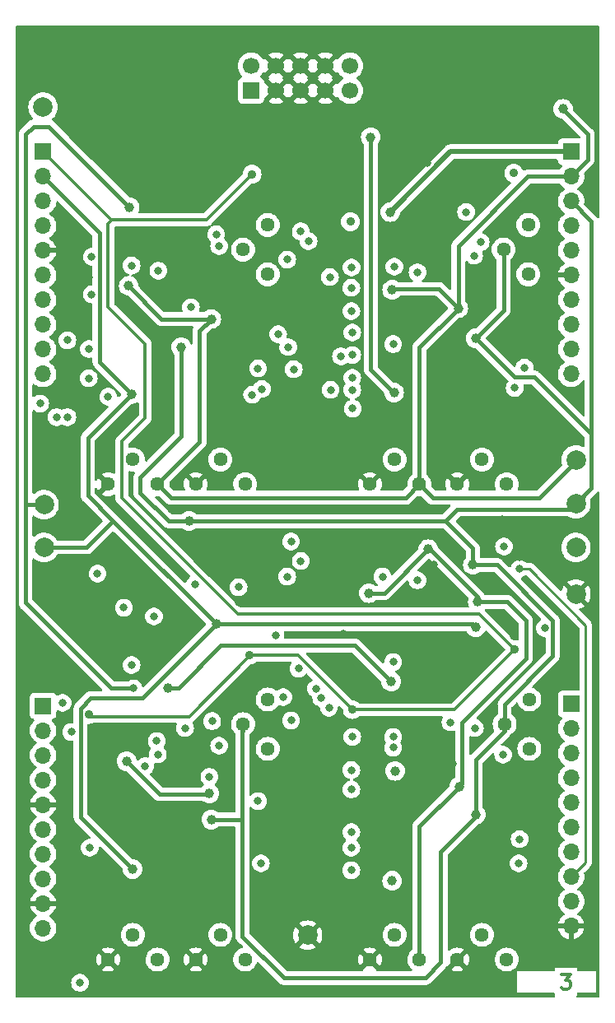
<source format=gbr>
%TF.GenerationSoftware,KiCad,Pcbnew,7.0.6*%
%TF.CreationDate,2023-08-14T18:27:38+01:00*%
%TF.ProjectId,Quadraphone_Components,51756164-7261-4706-986f-6e655f436f6d,rev?*%
%TF.SameCoordinates,Original*%
%TF.FileFunction,Copper,L3,Inr*%
%TF.FilePolarity,Positive*%
%FSLAX46Y46*%
G04 Gerber Fmt 4.6, Leading zero omitted, Abs format (unit mm)*
G04 Created by KiCad (PCBNEW 7.0.6) date 2023-08-14 18:27:38*
%MOMM*%
%LPD*%
G01*
G04 APERTURE LIST*
%ADD10C,0.300000*%
%TA.AperFunction,NonConductor*%
%ADD11C,0.300000*%
%TD*%
%TA.AperFunction,ComponentPad*%
%ADD12C,2.000000*%
%TD*%
%TA.AperFunction,ComponentPad*%
%ADD13R,1.700000X1.700000*%
%TD*%
%TA.AperFunction,ComponentPad*%
%ADD14C,1.700000*%
%TD*%
%TA.AperFunction,ComponentPad*%
%ADD15C,1.440000*%
%TD*%
%TA.AperFunction,ComponentPad*%
%ADD16O,1.700000X1.700000*%
%TD*%
%TA.AperFunction,ViaPad*%
%ADD17C,0.800000*%
%TD*%
%TA.AperFunction,ViaPad*%
%ADD18C,1.000000*%
%TD*%
%TA.AperFunction,ViaPad*%
%ADD19C,0.900000*%
%TD*%
%TA.AperFunction,Conductor*%
%ADD20C,0.400000*%
%TD*%
%TA.AperFunction,Conductor*%
%ADD21C,0.500000*%
%TD*%
%TA.AperFunction,Conductor*%
%ADD22C,0.300000*%
%TD*%
%TA.AperFunction,Conductor*%
%ADD23C,0.250000*%
%TD*%
G04 APERTURE END LIST*
D10*
D11*
X106100000Y-147628328D02*
X107028572Y-147628328D01*
X107028572Y-147628328D02*
X106528572Y-148199757D01*
X106528572Y-148199757D02*
X106742857Y-148199757D01*
X106742857Y-148199757D02*
X106885715Y-148271185D01*
X106885715Y-148271185D02*
X106957143Y-148342614D01*
X106957143Y-148342614D02*
X107028572Y-148485471D01*
X107028572Y-148485471D02*
X107028572Y-148842614D01*
X107028572Y-148842614D02*
X106957143Y-148985471D01*
X106957143Y-148985471D02*
X106885715Y-149056900D01*
X106885715Y-149056900D02*
X106742857Y-149128328D01*
X106742857Y-149128328D02*
X106314286Y-149128328D01*
X106314286Y-149128328D02*
X106171429Y-149056900D01*
X106171429Y-149056900D02*
X106100000Y-148985471D01*
D12*
%TO.N,-12V*%
%TO.C,TP7*%
X52900000Y-103700000D03*
%TD*%
%TO.N,+12V*%
%TO.C,TP1*%
X52900000Y-99300000D03*
%TD*%
%TO.N,GND*%
%TO.C,TP5*%
X107600000Y-108500000D03*
%TD*%
%TO.N,+2V5*%
%TO.C,TP3*%
X107600000Y-99200000D03*
%TD*%
%TO.N,+5V*%
%TO.C,TP2*%
X107600000Y-94700000D03*
%TD*%
D13*
%TO.N,/-12V_IN*%
%TO.C,J5*%
X74200000Y-56700000D03*
D14*
X74200000Y-54160000D03*
%TO.N,GND*%
X76740000Y-56700000D03*
X76740000Y-54160000D03*
X79280000Y-56700000D03*
X79280000Y-54160000D03*
X81820000Y-56700000D03*
X81820000Y-54160000D03*
%TO.N,/+12V_IN*%
X84360000Y-56700000D03*
X84360000Y-54160000D03*
%TD*%
D12*
%TO.N,-5V*%
%TO.C,TP6*%
X52800000Y-58400000D03*
%TD*%
D15*
%TO.N,GND*%
%TO.C,HF_Track_Trim3*%
X68500000Y-146100000D03*
%TO.N,Net-(HF_Track_Trim3-Pad2)*%
X71040000Y-143560000D03*
%TO.N,/OSCVoice3/HF_Track*%
X73580000Y-146100000D03*
%TD*%
%TO.N,GND*%
%TO.C,HF_Track_Trim1*%
X68500000Y-97200000D03*
%TO.N,Net-(HF_Track_Trim1-Pad2)*%
X71040000Y-94660000D03*
%TO.N,/OSCVoice1/HF_Track*%
X73580000Y-97200000D03*
%TD*%
%TO.N,GND*%
%TO.C,Base_Freq_Trim4*%
X86400000Y-146100000D03*
%TO.N,Net-(Base_Freq_Trim4-Pad2)*%
X88940000Y-143560000D03*
%TO.N,+5V*%
X91480000Y-146100000D03*
%TD*%
%TO.N,Net-(Expo_Trim2-Pad1)*%
%TO.C,Expo_Trim2*%
X102700000Y-75600000D03*
%TO.N,+2V5*%
X100160000Y-73060000D03*
%TO.N,N/C*%
X102700000Y-70520000D03*
%TD*%
%TO.N,GND*%
%TO.C,Base_Freq_Trim1*%
X59500000Y-97200000D03*
%TO.N,Net-(Base_Freq_Trim1-Pad2)*%
X62040000Y-94660000D03*
%TO.N,+5V*%
X64580000Y-97200000D03*
%TD*%
%TO.N,Net-(Expo_Trim3-Pad1)*%
%TO.C,Expo_Trim3*%
X75900000Y-124425000D03*
%TO.N,+2V5*%
X73360000Y-121885000D03*
%TO.N,N/C*%
X75900000Y-119345000D03*
%TD*%
%TO.N,Net-(Expo_Trim4-Pad1)*%
%TO.C,Expo_Trim4*%
X102800000Y-124425000D03*
%TO.N,+2V5*%
X100260000Y-121885000D03*
%TO.N,N/C*%
X102800000Y-119345000D03*
%TD*%
D12*
%TO.N,/2.5V_Test*%
%TO.C,TP8*%
X107600000Y-103700000D03*
%TD*%
%TO.N,GND*%
%TO.C,TP4*%
X80000000Y-143600000D03*
%TD*%
D15*
%TO.N,GND*%
%TO.C,Base_Freq_Trim2*%
X86400000Y-97200000D03*
%TO.N,Net-(Base_Freq_Trim2-Pad2)*%
X88940000Y-94660000D03*
%TO.N,+5V*%
X91480000Y-97200000D03*
%TD*%
%TO.N,Net-(Expo_Trim1-Pad1)*%
%TO.C,Expo_Trim1*%
X75900000Y-75600000D03*
%TO.N,+2V5*%
X73360000Y-73060000D03*
%TO.N,N/C*%
X75900000Y-70520000D03*
%TD*%
%TO.N,GND*%
%TO.C,Base_Freq_Trim3*%
X59500000Y-146100000D03*
%TO.N,Net-(Base_Freq_Trim3-Pad2)*%
X62040000Y-143560000D03*
%TO.N,+5V*%
X64580000Y-146100000D03*
%TD*%
%TO.N,GND*%
%TO.C,HF_Track_Trim2*%
X95400000Y-97200000D03*
%TO.N,Net-(HF_Track_Trim2-Pad2)*%
X97940000Y-94660000D03*
%TO.N,/OSCVoice2/HF_Track*%
X100480000Y-97200000D03*
%TD*%
%TO.N,GND*%
%TO.C,HF_Track_Trim4*%
X95400000Y-146100000D03*
%TO.N,Net-(HF_Track_Trim4-Pad2)*%
X97940000Y-143560000D03*
%TO.N,/OSCVoice4/HF_Track*%
X100480000Y-146100000D03*
%TD*%
D13*
%TO.N,/LIN_FREQ_IN*%
%TO.C,J4*%
X107100000Y-119800000D03*
D16*
%TO.N,/SOFT_SYNCH_SW*%
X107100000Y-122340000D03*
%TO.N,/MIX_OUT4*%
X107100000Y-124880000D03*
%TO.N,/TRIANGLE_SW*%
X107100000Y-127420000D03*
%TO.N,/SYNCH_SIGNAL4*%
X107100000Y-129960000D03*
%TO.N,/PWM_CV4*%
X107100000Y-132500000D03*
%TO.N,/V_PER_OCT4*%
X107100000Y-135040000D03*
%TO.N,/OCT_TUNE*%
X107100000Y-137580000D03*
%TO.N,/FREQ_MOD4*%
X107100000Y-140120000D03*
%TO.N,GND*%
X107100000Y-142660000D03*
%TD*%
D13*
%TO.N,/MIX_OUT3*%
%TO.C,J3*%
X52800000Y-120000000D03*
D16*
%TO.N,/PWM_CV*%
X52800000Y-122540000D03*
%TO.N,/PWM_POT*%
X52800000Y-125080000D03*
%TO.N,/PWM_CV3*%
X52800000Y-127620000D03*
%TO.N,GND*%
X52800000Y-130160000D03*
%TO.N,/V_PER_OCT3*%
X52800000Y-132700000D03*
%TO.N,/SYNCH_SIGNAL3*%
X52800000Y-135240000D03*
%TO.N,/FREQ_MOD3*%
X52800000Y-137780000D03*
%TO.N,GND*%
X52800000Y-140320000D03*
%TO.N,/FINE_TUNE*%
X52800000Y-142860000D03*
%TD*%
D13*
%TO.N,+12V*%
%TO.C,J2*%
X107100000Y-63000000D03*
D16*
%TO.N,+5V*%
X107100000Y-65540000D03*
%TO.N,+2V5*%
X107100000Y-68080000D03*
%TO.N,/MIX_OUT2*%
X107100000Y-70620000D03*
%TO.N,/PULSE_SW*%
X107100000Y-73160000D03*
%TO.N,GND*%
X107100000Y-75700000D03*
%TO.N,/SYNCH_SIGNAL2*%
X107100000Y-78240000D03*
%TO.N,/PWM_CV2*%
X107100000Y-80780000D03*
%TO.N,/V_PER_OCT2*%
X107100000Y-83320000D03*
%TO.N,/FREQ_MOD2*%
X107100000Y-85860000D03*
%TD*%
D13*
%TO.N,-5V*%
%TO.C,J1*%
X52800000Y-63000000D03*
D16*
%TO.N,-12V*%
X52800000Y-65540000D03*
%TO.N,/MIX_OUT1*%
X52800000Y-68080000D03*
%TO.N,/HARD_SYNCH_SW*%
X52800000Y-70620000D03*
%TO.N,GND*%
X52800000Y-73160000D03*
%TO.N,/SAW_SW*%
X52800000Y-75700000D03*
%TO.N,/SYNCH_SIGNAL1*%
X52800000Y-78240000D03*
%TO.N,/PWM_CV1*%
X52800000Y-80780000D03*
%TO.N,/V_PER_OCT1*%
X52800000Y-83320000D03*
%TO.N,/FREQ_MOD1*%
X52800000Y-85860000D03*
%TD*%
D17*
%TO.N,GND*%
X94900000Y-126000000D03*
X51100000Y-56000000D03*
X72000000Y-122900000D03*
X59300000Y-56600000D03*
X68000000Y-125900000D03*
X95100000Y-52900000D03*
X92000000Y-113400000D03*
X97100000Y-65400000D03*
X94000000Y-73200000D03*
X80700000Y-124800000D03*
X83700000Y-112600000D03*
X75200000Y-66800000D03*
X75800000Y-115900000D03*
D18*
X101800000Y-104600000D03*
D17*
X67400000Y-72100000D03*
X74800000Y-89900000D03*
X57500000Y-57500000D03*
X84300000Y-124800000D03*
X65400000Y-64100000D03*
X101200000Y-112800000D03*
X103600000Y-52200000D03*
X66000000Y-99800000D03*
X74100000Y-106700000D03*
X97000000Y-114300000D03*
X78840145Y-135375500D03*
X97000000Y-138200000D03*
X54800000Y-69600000D03*
X70200000Y-89700000D03*
X98300000Y-121000000D03*
X65100000Y-113000000D03*
X54900000Y-124200000D03*
X75100000Y-137800000D03*
X92349312Y-64149312D03*
X97100000Y-89500000D03*
X93000000Y-105500000D03*
X78800000Y-128900000D03*
X57500000Y-117700000D03*
X70200000Y-65400000D03*
X93400000Y-51000000D03*
X97300000Y-77700000D03*
X61100000Y-58700000D03*
D18*
X100000000Y-100900000D03*
D17*
X70100000Y-78700000D03*
X70100000Y-138100000D03*
X100300000Y-61800000D03*
X91700000Y-52900000D03*
X101212299Y-88912299D03*
X90200000Y-118300000D03*
X93100000Y-108700000D03*
X108000000Y-52900000D03*
X102600000Y-64300000D03*
X63700000Y-106800000D03*
X57500000Y-75900000D03*
X101600000Y-137800000D03*
X71300000Y-120400000D03*
X74900000Y-63700000D03*
X101700000Y-141000000D03*
X72900000Y-109400000D03*
D18*
%TO.N,+2V5*%
X67000000Y-83100000D03*
X70100000Y-131700000D03*
X97300000Y-131200000D03*
X97000000Y-105500000D03*
X67800000Y-101000000D03*
X97287500Y-82187500D03*
%TO.N,+12V*%
X65600000Y-118200000D03*
X88500000Y-69200000D03*
X61700000Y-68700000D03*
D17*
X62100000Y-118200000D03*
D18*
X88600000Y-117500000D03*
%TO.N,+5V*%
X61600000Y-76800000D03*
X86300000Y-108400000D03*
X70100000Y-80200000D03*
X69891477Y-129013471D03*
X97512500Y-109300000D03*
X89000000Y-126700000D03*
X95500000Y-79100000D03*
X95600000Y-128300000D03*
X88700000Y-77200000D03*
X106268750Y-58600000D03*
X92400000Y-103900000D03*
X61400000Y-125700000D03*
D17*
%TO.N,/Start_Pulse*%
X74300000Y-88000000D03*
X101299999Y-87299998D03*
X101700000Y-136200000D03*
X58400000Y-106400000D03*
X75200000Y-136200000D03*
D18*
%TO.N,-12V*%
X61900000Y-87924500D03*
X97300000Y-111900000D03*
X62000000Y-136800000D03*
X70600000Y-111600000D03*
X88900000Y-87775500D03*
X86500000Y-61500000D03*
X88700000Y-138000000D03*
D17*
%TO.N,/LIN_FREQ_IN*%
X78300000Y-103100000D03*
%TO.N,/Linear_Frequency*%
X74900000Y-85300000D03*
X78575500Y-85367398D03*
X101800000Y-133724500D03*
X74900000Y-129800000D03*
X102300000Y-85200000D03*
%TO.N,/OSCVoice1/PWM_Control*%
X55300000Y-90300000D03*
X57500000Y-83300000D03*
%TO.N,/OSCVoice2/PWM_Control*%
X78000000Y-83100000D03*
X88800000Y-82800000D03*
D19*
%TO.N,-5V*%
X84400000Y-70200000D03*
X74300000Y-65300000D03*
X74010756Y-114789244D03*
X101300000Y-114200000D03*
X101200000Y-65200000D03*
X57499312Y-120899312D03*
X84600000Y-120400000D03*
D17*
%TO.N,/OSCVoice4/PWM_Control*%
X76700000Y-112724500D03*
X79075500Y-116179791D03*
%TO.N,/OSCVoice3/PWM_Control*%
X61100000Y-109900000D03*
X63300000Y-126200000D03*
%TO.N,/HARD_SYNCH_SW*%
X88800000Y-124300000D03*
X91300000Y-75400000D03*
X78300000Y-121500000D03*
X64652451Y-75227852D03*
X77900000Y-74100000D03*
X64200000Y-110800000D03*
X64600000Y-125000000D03*
%TO.N,/SOFT_SYNCH_SW*%
X91300000Y-107100000D03*
%TO.N,/PULSE_SW*%
X79300000Y-71200000D03*
X94700000Y-121700000D03*
X70600000Y-71500000D03*
X70185350Y-121575500D03*
X97800000Y-72300000D03*
X79300000Y-105098062D03*
%TO.N,/TRIANGLE_SW*%
X97200000Y-122300000D03*
X67400000Y-122300000D03*
X77900000Y-106700000D03*
X97125652Y-73687174D03*
X70900000Y-72700000D03*
X80100000Y-72200000D03*
%TO.N,/SAW_SW*%
X61900000Y-74700000D03*
X88800000Y-123200000D03*
X88921767Y-74824500D03*
X80875500Y-118243082D03*
X82300000Y-75900000D03*
X64481868Y-123614805D03*
%TO.N,/PWM_POT*%
X57800000Y-77675500D03*
X84500000Y-126600000D03*
X54800000Y-119700000D03*
X84500000Y-77000000D03*
%TO.N,/FINE_TUNE*%
X57500000Y-86300000D03*
X57600000Y-134600000D03*
X84600000Y-86242898D03*
X84500000Y-134600000D03*
%TO.N,/OCT_TUNE*%
X101800000Y-105900000D03*
%TO.N,/SYNCH_SIGNAL3*%
X69900000Y-127300000D03*
X82200000Y-120200000D03*
X70900000Y-124100000D03*
%TO.N,/MIX_OUT3*%
X61900000Y-115800000D03*
%TO.N,/SYNCH_SIGNAL4*%
X100108761Y-125021904D03*
%TO.N,/V_PER_OCT4*%
X84500000Y-133000000D03*
%TO.N,/FREQ_MOD4*%
X84497515Y-136924500D03*
%TO.N,/PWM_CV4*%
X84500000Y-128600000D03*
%TO.N,/MIX_OUT4*%
X88800000Y-115500000D03*
%TO.N,/SYNCH_SIGNAL1*%
X83437500Y-84037500D03*
X68000000Y-79000000D03*
%TO.N,/SYNCH_SIGNAL2*%
X87700000Y-106700000D03*
X104400000Y-112000000D03*
%TO.N,/V_PER_OCT2*%
X84600000Y-83918398D03*
%TO.N,/FREQ_MOD2*%
X84600000Y-87500000D03*
%TO.N,/PWM_CV2*%
X84500000Y-79400000D03*
%TO.N,/MIX_OUT2*%
X96300000Y-69200000D03*
%TO.N,/PWM_CV*%
X84524500Y-74900000D03*
X55700000Y-122700000D03*
X57800000Y-73800000D03*
X84600000Y-123200000D03*
%TO.N,/OSCVoice1/Soft_Synch*%
X82374001Y-87500000D03*
X75300000Y-87400000D03*
%TO.N,/OSCVoice3/Soft_Synch*%
X77500000Y-119100000D03*
X81400000Y-119200000D03*
%TO.N,/OSCVoice1/PWM_Opamp_Mix*%
X54200000Y-90300000D03*
X55300000Y-82400000D03*
%TO.N,/OSCVoice2/PWM_Opamp_Mix*%
X76963756Y-81763756D03*
X84600000Y-81600000D03*
%TO.N,/OSCVoice4/PWM_Opamp_Mix*%
X68424500Y-107500000D03*
X72900000Y-107800000D03*
%TO.N,/2.5V_Test*%
X100200000Y-103600000D03*
%TO.N,/Oct_Buff*%
X84643082Y-89424500D03*
X59500000Y-88200000D03*
X56600000Y-148500000D03*
X52500000Y-88900000D03*
%TD*%
D20*
%TO.N,+2V5*%
X62800000Y-98100000D02*
X65700000Y-101000000D01*
X73300000Y-143700000D02*
X77600000Y-148000000D01*
X109200000Y-97600000D02*
X107600000Y-99200000D01*
X97300000Y-125520000D02*
X97300000Y-131200000D01*
X73300000Y-131800000D02*
X73300000Y-143700000D01*
X73360000Y-122560000D02*
X73300000Y-122620000D01*
X95400000Y-99800000D02*
X107000000Y-99800000D01*
X94200000Y-101000000D02*
X97000000Y-103800000D01*
X67000000Y-92300000D02*
X62800000Y-96500000D01*
X109050000Y-91950000D02*
X109200000Y-92100000D01*
X109200000Y-91800000D02*
X109200000Y-70180000D01*
X99500000Y-105500000D02*
X97000000Y-105500000D01*
X105200000Y-111200000D02*
X99500000Y-105500000D01*
X101300000Y-86200000D02*
X97287500Y-82187500D01*
X70100000Y-131700000D02*
X73200000Y-131700000D01*
X100260000Y-122560000D02*
X100260000Y-119840000D01*
X97300000Y-131400000D02*
X97300000Y-131200000D01*
X62800000Y-96500000D02*
X62800000Y-98100000D01*
X107000000Y-99800000D02*
X107600000Y-99200000D01*
X77600000Y-148000000D02*
X92100000Y-148000000D01*
X100260000Y-122560000D02*
X97300000Y-125520000D01*
X109200000Y-70180000D02*
X107100000Y-68080000D01*
X100260000Y-121885000D02*
X100260000Y-119840000D01*
X109200000Y-92100000D02*
X109200000Y-97600000D01*
X109050000Y-91950000D02*
X109200000Y-91800000D01*
X100160000Y-73060000D02*
X100160000Y-79315000D01*
X103300000Y-86200000D02*
X101300000Y-86200000D01*
X67000000Y-83100000D02*
X67000000Y-92300000D01*
X109050000Y-91950000D02*
X103300000Y-86200000D01*
X92100000Y-148000000D02*
X93700000Y-146400000D01*
X93700000Y-135000000D02*
X97300000Y-131400000D01*
X73200000Y-131700000D02*
X73300000Y-131800000D01*
X105200000Y-114900000D02*
X105200000Y-111200000D01*
X93700000Y-146400000D02*
X93700000Y-135000000D01*
X94200000Y-101000000D02*
X67800000Y-101000000D01*
X97000000Y-103800000D02*
X97000000Y-105500000D01*
X100260000Y-119840000D02*
X105200000Y-114900000D01*
X100160000Y-79315000D02*
X97287500Y-82187500D01*
X94200000Y-101000000D02*
X95400000Y-99800000D01*
X73300000Y-122620000D02*
X73300000Y-131800000D01*
X65700000Y-101000000D02*
X67800000Y-101000000D01*
%TO.N,+12V*%
X65600000Y-118200000D02*
X66700000Y-118200000D01*
X71100000Y-113800000D02*
X84900000Y-113800000D01*
X51000000Y-99200000D02*
X51000000Y-109400000D01*
D21*
X107100000Y-63000000D02*
X94700000Y-63000000D01*
D20*
X51100000Y-99300000D02*
X51000000Y-99200000D01*
X51000000Y-109400000D02*
X59800000Y-118200000D01*
X53400000Y-60400000D02*
X51800000Y-60400000D01*
X84900000Y-113800000D02*
X88600000Y-117500000D01*
D21*
X94700000Y-63000000D02*
X88500000Y-69200000D01*
D20*
X59800000Y-118200000D02*
X62100000Y-118200000D01*
X66700000Y-118200000D02*
X71100000Y-113800000D01*
X51800000Y-60400000D02*
X51000000Y-61200000D01*
X52900000Y-99300000D02*
X51100000Y-99300000D01*
X51000000Y-61200000D02*
X51000000Y-99200000D01*
X61700000Y-68700000D02*
X53400000Y-60400000D01*
%TO.N,+5V*%
X68900000Y-81400000D02*
X70100000Y-80200000D01*
X90080000Y-98600000D02*
X65980000Y-98600000D01*
X70100000Y-80200000D02*
X65000000Y-80200000D01*
X102660000Y-65540000D02*
X95500000Y-72700000D01*
X65980000Y-98600000D02*
X64580000Y-97200000D01*
X88800000Y-77100000D02*
X88700000Y-77200000D01*
X97512500Y-108812500D02*
X92600000Y-103900000D01*
X92880000Y-98600000D02*
X91480000Y-97200000D01*
X92600000Y-103900000D02*
X92400000Y-103900000D01*
X64580000Y-97200000D02*
X68900000Y-92880000D01*
X95600000Y-128300000D02*
X95900000Y-128000000D01*
X95600000Y-128300000D02*
X91480000Y-132420000D01*
X95500000Y-72700000D02*
X95500000Y-79100000D01*
X64800000Y-129100000D02*
X69804948Y-129100000D01*
X65000000Y-80200000D02*
X61600000Y-76800000D01*
X107600000Y-95000000D02*
X107450000Y-95000000D01*
X86300000Y-108400000D02*
X87900000Y-108400000D01*
X91480000Y-97200000D02*
X90080000Y-98600000D01*
X108800000Y-61200000D02*
X106268750Y-58668750D01*
X100500000Y-109300000D02*
X97512500Y-109300000D01*
X107450000Y-95000000D02*
X103850000Y-98600000D01*
X95900000Y-128000000D02*
X95900000Y-121700000D01*
X102450000Y-111250000D02*
X100500000Y-109300000D01*
X69804948Y-129100000D02*
X69891477Y-129013471D01*
X108800000Y-63840000D02*
X108800000Y-61200000D01*
X103850000Y-98600000D02*
X92880000Y-98600000D01*
X87900000Y-108400000D02*
X92400000Y-103900000D01*
X102450000Y-115150000D02*
X102450000Y-111250000D01*
X91480000Y-132420000D02*
X91480000Y-146100000D01*
X91480000Y-83120000D02*
X95500000Y-79100000D01*
X97512500Y-109300000D02*
X97512500Y-108812500D01*
X61400000Y-125700000D02*
X64800000Y-129100000D01*
X107100000Y-65540000D02*
X102660000Y-65540000D01*
X95900000Y-121700000D02*
X102450000Y-115150000D01*
X68900000Y-92880000D02*
X68900000Y-81400000D01*
X107100000Y-65540000D02*
X108800000Y-63840000D01*
X91480000Y-97200000D02*
X91480000Y-83120000D01*
X93500000Y-77100000D02*
X88800000Y-77100000D01*
X106268750Y-58668750D02*
X106268750Y-58600000D01*
X95500000Y-79100000D02*
X93500000Y-77100000D01*
%TO.N,-12V*%
X57400000Y-98400000D02*
X57400000Y-92424500D01*
X57698271Y-119200000D02*
X63000000Y-119200000D01*
X52800000Y-65540000D02*
X58599500Y-71339500D01*
X56649312Y-131449312D02*
X56649312Y-120248959D01*
X86500000Y-61500000D02*
X86500000Y-85400000D01*
X97000000Y-111600000D02*
X70600000Y-111600000D01*
X52900000Y-103700000D02*
X57300000Y-103700000D01*
X58599500Y-71339500D02*
X58599500Y-84624000D01*
X97300000Y-111900000D02*
X97000000Y-111600000D01*
X57300000Y-103700000D02*
X60000000Y-101000000D01*
X62000000Y-136800000D02*
X56649312Y-131449312D01*
X86500000Y-85400000D02*
X88875500Y-87775500D01*
X57400000Y-92424500D02*
X61900000Y-87924500D01*
X88875500Y-87775500D02*
X88900000Y-87775500D01*
X60000000Y-101000000D02*
X57400000Y-98400000D01*
X60000000Y-101000000D02*
X70600000Y-111600000D01*
X63000000Y-119200000D02*
X70600000Y-111600000D01*
X58599500Y-84624000D02*
X61900000Y-87924500D01*
X56649312Y-120248959D02*
X57698271Y-119200000D01*
D22*
%TO.N,-5V*%
X59800000Y-70000000D02*
X52800000Y-63000000D01*
X101300000Y-114200000D02*
X97649501Y-110549501D01*
X60900000Y-92800000D02*
X63300000Y-90400000D01*
X59500000Y-70400000D02*
X59900000Y-70000000D01*
X74010756Y-114789244D02*
X74010756Y-114889244D01*
X74010756Y-114889244D02*
X67800000Y-121100000D01*
X67800000Y-121100000D02*
X57700000Y-121100000D01*
X63300000Y-82800000D02*
X59500000Y-79000000D01*
X69600000Y-70000000D02*
X59800000Y-70000000D01*
X95100000Y-120400000D02*
X84600000Y-120400000D01*
X74010756Y-114789244D02*
X79000000Y-114789244D01*
X59500000Y-79000000D02*
X59500000Y-70400000D01*
X57700000Y-121100000D02*
X57499312Y-120899312D01*
X74300000Y-65300000D02*
X69600000Y-70000000D01*
X101300000Y-114200000D02*
X95100000Y-120400000D01*
X60900000Y-98650000D02*
X60900000Y-92800000D01*
X72799501Y-110549501D02*
X60900000Y-98650000D01*
X78989244Y-114789244D02*
X84600000Y-120400000D01*
X97649501Y-110549501D02*
X72799501Y-110549501D01*
X63300000Y-90400000D02*
X63300000Y-82800000D01*
D23*
%TO.N,/OCT_TUNE*%
X102800000Y-105900000D02*
X108600000Y-111700000D01*
X108600000Y-136080000D02*
X107100000Y-137580000D01*
X101800000Y-105900000D02*
X102800000Y-105900000D01*
X108600000Y-111700000D02*
X108600000Y-136080000D01*
%TD*%
%TA.AperFunction,Conductor*%
%TO.N,GND*%
G36*
X78820507Y-54369844D02*
G01*
X78898239Y-54490798D01*
X79006900Y-54584952D01*
X79137685Y-54644680D01*
X79152412Y-54646797D01*
X78514310Y-55284898D01*
X78534694Y-55300763D01*
X78534696Y-55300765D01*
X78568733Y-55319185D01*
X78619123Y-55369199D01*
X78634475Y-55438516D01*
X78609914Y-55505129D01*
X78568735Y-55540811D01*
X78534702Y-55559229D01*
X78514310Y-55575099D01*
X78514310Y-55575100D01*
X79152413Y-56213202D01*
X79137685Y-56215320D01*
X79006900Y-56275048D01*
X78898239Y-56369202D01*
X78820507Y-56490156D01*
X78795638Y-56574849D01*
X78156921Y-55936132D01*
X78115482Y-55999560D01*
X78061478Y-56045648D01*
X77991130Y-56055223D01*
X77926773Y-56025245D01*
X77904516Y-55999560D01*
X77863075Y-55936132D01*
X77224360Y-56574847D01*
X77199493Y-56490156D01*
X77121761Y-56369202D01*
X77013100Y-56275048D01*
X76882315Y-56215320D01*
X76867587Y-56213202D01*
X77505689Y-55575100D01*
X77505688Y-55575099D01*
X77485306Y-55559235D01*
X77485299Y-55559230D01*
X77451265Y-55540812D01*
X77400876Y-55490798D01*
X77385524Y-55421481D01*
X77410086Y-55354869D01*
X77451269Y-55319184D01*
X77485299Y-55300768D01*
X77485302Y-55300766D01*
X77505689Y-55284898D01*
X76867588Y-54646797D01*
X76882315Y-54644680D01*
X77013100Y-54584952D01*
X77121761Y-54490798D01*
X77199493Y-54369844D01*
X77224361Y-54285150D01*
X77863076Y-54923866D01*
X77904516Y-54860440D01*
X77958520Y-54814352D01*
X78028868Y-54804777D01*
X78093225Y-54834755D01*
X78115481Y-54860439D01*
X78156921Y-54923866D01*
X78156922Y-54923866D01*
X78795638Y-54285149D01*
X78820507Y-54369844D01*
G37*
%TD.AperFunction*%
%TA.AperFunction,Conductor*%
G36*
X81360507Y-54369844D02*
G01*
X81438239Y-54490798D01*
X81546900Y-54584952D01*
X81677685Y-54644680D01*
X81692412Y-54646797D01*
X81054310Y-55284898D01*
X81074694Y-55300763D01*
X81074696Y-55300765D01*
X81108733Y-55319185D01*
X81159123Y-55369199D01*
X81174475Y-55438516D01*
X81149914Y-55505129D01*
X81108735Y-55540811D01*
X81074702Y-55559229D01*
X81054310Y-55575099D01*
X81054310Y-55575100D01*
X81692413Y-56213202D01*
X81677685Y-56215320D01*
X81546900Y-56275048D01*
X81438239Y-56369202D01*
X81360507Y-56490156D01*
X81335639Y-56574849D01*
X80696922Y-55936132D01*
X80696921Y-55936132D01*
X80655482Y-55999560D01*
X80601478Y-56045648D01*
X80531130Y-56055223D01*
X80466773Y-56025245D01*
X80444516Y-55999560D01*
X80403076Y-55936132D01*
X79764360Y-56574848D01*
X79739493Y-56490156D01*
X79661761Y-56369202D01*
X79553100Y-56275048D01*
X79422315Y-56215320D01*
X79407587Y-56213202D01*
X80045689Y-55575100D01*
X80045688Y-55575099D01*
X80025306Y-55559235D01*
X80025299Y-55559230D01*
X79991265Y-55540812D01*
X79940876Y-55490798D01*
X79925524Y-55421481D01*
X79950086Y-55354869D01*
X79991269Y-55319184D01*
X80025299Y-55300768D01*
X80025302Y-55300766D01*
X80045689Y-55284898D01*
X79407588Y-54646797D01*
X79422315Y-54644680D01*
X79553100Y-54584952D01*
X79661761Y-54490798D01*
X79739493Y-54369844D01*
X79764361Y-54285150D01*
X80403076Y-54923866D01*
X80444516Y-54860440D01*
X80498520Y-54814352D01*
X80568868Y-54804777D01*
X80633225Y-54834755D01*
X80655481Y-54860439D01*
X80696921Y-54923866D01*
X80696923Y-54923866D01*
X81335638Y-54285150D01*
X81360507Y-54369844D01*
G37*
%TD.AperFunction*%
%TA.AperFunction,Conductor*%
G36*
X76280507Y-54369844D02*
G01*
X76358239Y-54490798D01*
X76466900Y-54584952D01*
X76597685Y-54644680D01*
X76612412Y-54646797D01*
X75974310Y-55284898D01*
X75994694Y-55300763D01*
X75994696Y-55300765D01*
X76028733Y-55319185D01*
X76079123Y-55369199D01*
X76094475Y-55438516D01*
X76069914Y-55505129D01*
X76028735Y-55540811D01*
X75994702Y-55559229D01*
X75974310Y-55575099D01*
X75974310Y-55575100D01*
X76612413Y-56213202D01*
X76597685Y-56215320D01*
X76466900Y-56275048D01*
X76358239Y-56369202D01*
X76280507Y-56490156D01*
X76255639Y-56574848D01*
X75595405Y-55914614D01*
X75561379Y-55852302D01*
X75558500Y-55825519D01*
X75558500Y-55801367D01*
X75558499Y-55801350D01*
X75551990Y-55740803D01*
X75551988Y-55740795D01*
X75500889Y-55603797D01*
X75500887Y-55603792D01*
X75413261Y-55486738D01*
X75296207Y-55399112D01*
X75296203Y-55399110D01*
X75181192Y-55356213D01*
X75124356Y-55313667D01*
X75099546Y-55247146D01*
X75114638Y-55177772D01*
X75132525Y-55152820D01*
X75275714Y-54997277D01*
X75275724Y-54997265D01*
X75364816Y-54860899D01*
X75418819Y-54814810D01*
X75489167Y-54805235D01*
X75553524Y-54835212D01*
X75575782Y-54860898D01*
X75616922Y-54923866D01*
X76255638Y-54285149D01*
X76280507Y-54369844D01*
G37*
%TD.AperFunction*%
%TA.AperFunction,Conductor*%
G36*
X82943076Y-54923867D02*
G01*
X82943077Y-54923866D01*
X82984218Y-54860898D01*
X83038222Y-54814810D01*
X83108570Y-54805235D01*
X83172927Y-54835213D01*
X83195183Y-54860898D01*
X83284279Y-54997270D01*
X83436762Y-55162908D01*
X83491331Y-55205381D01*
X83614424Y-55301189D01*
X83647680Y-55319186D01*
X83698070Y-55369196D01*
X83713423Y-55438513D01*
X83688864Y-55505126D01*
X83647683Y-55540811D01*
X83614430Y-55558807D01*
X83614424Y-55558811D01*
X83436762Y-55697091D01*
X83284279Y-55862729D01*
X83195183Y-55999102D01*
X83141179Y-56045190D01*
X83070831Y-56054765D01*
X83006474Y-56024788D01*
X82984218Y-55999102D01*
X82943076Y-55936132D01*
X82304360Y-56574848D01*
X82279493Y-56490156D01*
X82201761Y-56369202D01*
X82093100Y-56275048D01*
X81962315Y-56215320D01*
X81947587Y-56213202D01*
X82585689Y-55575100D01*
X82585688Y-55575099D01*
X82565306Y-55559235D01*
X82565299Y-55559230D01*
X82531265Y-55540812D01*
X82480876Y-55490798D01*
X82465524Y-55421481D01*
X82490086Y-55354869D01*
X82531269Y-55319184D01*
X82565299Y-55300768D01*
X82565302Y-55300766D01*
X82585689Y-55284898D01*
X81947588Y-54646797D01*
X81962315Y-54644680D01*
X82093100Y-54584952D01*
X82201761Y-54490798D01*
X82279493Y-54369844D01*
X82304360Y-54285151D01*
X82943076Y-54923867D01*
G37*
%TD.AperFunction*%
%TA.AperFunction,Conductor*%
G36*
X109941621Y-50020502D02*
G01*
X109988114Y-50074158D01*
X109999500Y-50126500D01*
X109999500Y-69686529D01*
X109979498Y-69754650D01*
X109925842Y-69801143D01*
X109855568Y-69811247D01*
X109790988Y-69781753D01*
X109774315Y-69764236D01*
X109772100Y-69761408D01*
X109769844Y-69758343D01*
X109734214Y-69706726D01*
X109734212Y-69706724D01*
X109687266Y-69665134D01*
X109684512Y-69662541D01*
X108471298Y-68449328D01*
X108437274Y-68387017D01*
X108438250Y-68329301D01*
X108439559Y-68324129D01*
X108444564Y-68304368D01*
X108463156Y-68080000D01*
X108444564Y-67855632D01*
X108402567Y-67689791D01*
X108389297Y-67637387D01*
X108389296Y-67637386D01*
X108389296Y-67637384D01*
X108298860Y-67431209D01*
X108292140Y-67420924D01*
X108175724Y-67242734D01*
X108175720Y-67242729D01*
X108023237Y-67077091D01*
X107940599Y-67012771D01*
X107845576Y-66938811D01*
X107812319Y-66920813D01*
X107761929Y-66870802D01*
X107746576Y-66801485D01*
X107771136Y-66734872D01*
X107812320Y-66699186D01*
X107845576Y-66681189D01*
X108023240Y-66542906D01*
X108175722Y-66377268D01*
X108298860Y-66188791D01*
X108389296Y-65982616D01*
X108444564Y-65764368D01*
X108463156Y-65540000D01*
X108444564Y-65315632D01*
X108438250Y-65290699D01*
X108440914Y-65219754D01*
X108471294Y-65170674D01*
X109284505Y-64357463D01*
X109287260Y-64354871D01*
X109334213Y-64313275D01*
X109334213Y-64313274D01*
X109334215Y-64313273D01*
X109369867Y-64261621D01*
X109372063Y-64258636D01*
X109410775Y-64209226D01*
X109414961Y-64199922D01*
X109426161Y-64180066D01*
X109431954Y-64171675D01*
X109454202Y-64113009D01*
X109455634Y-64109552D01*
X109481389Y-64052329D01*
X109483226Y-64042303D01*
X109489351Y-64020330D01*
X109492965Y-64010801D01*
X109500526Y-63948525D01*
X109501091Y-63944812D01*
X109512402Y-63883093D01*
X109508612Y-63820454D01*
X109508500Y-63816719D01*
X109508500Y-61223278D01*
X109508612Y-61219545D01*
X109512402Y-61156907D01*
X109501090Y-61095182D01*
X109500527Y-61091478D01*
X109492965Y-61029199D01*
X109492964Y-61029196D01*
X109489351Y-61019668D01*
X109483227Y-60997702D01*
X109481389Y-60987673D01*
X109481389Y-60987671D01*
X109455646Y-60930473D01*
X109454189Y-60926956D01*
X109431957Y-60868332D01*
X109431954Y-60868326D01*
X109431954Y-60868325D01*
X109426163Y-60859935D01*
X109414958Y-60840070D01*
X109410775Y-60830774D01*
X109372088Y-60781395D01*
X109369840Y-60778339D01*
X109334215Y-60726727D01*
X109287249Y-60685119D01*
X109284503Y-60682533D01*
X107317081Y-58715111D01*
X107283056Y-58652800D01*
X107280784Y-58613665D01*
X107282130Y-58600000D01*
X107262658Y-58402299D01*
X107204991Y-58212196D01*
X107111345Y-58036996D01*
X106985318Y-57883432D01*
X106831754Y-57757405D01*
X106656554Y-57663759D01*
X106466451Y-57606092D01*
X106466450Y-57606091D01*
X106466444Y-57606090D01*
X106268753Y-57586620D01*
X106268747Y-57586620D01*
X106071055Y-57606090D01*
X105880945Y-57663759D01*
X105705745Y-57757405D01*
X105552182Y-57883432D01*
X105426155Y-58036995D01*
X105332509Y-58212195D01*
X105274840Y-58402305D01*
X105255370Y-58599996D01*
X105255370Y-58600003D01*
X105274840Y-58797694D01*
X105274841Y-58797700D01*
X105274842Y-58797701D01*
X105332509Y-58987804D01*
X105426155Y-59163004D01*
X105552182Y-59316568D01*
X105705746Y-59442595D01*
X105880946Y-59536241D01*
X106071049Y-59593908D01*
X106071053Y-59593908D01*
X106071055Y-59593909D01*
X106144532Y-59601145D01*
X106160278Y-59602696D01*
X106226110Y-59629278D01*
X106237024Y-59638994D01*
X108024435Y-61426405D01*
X108058461Y-61488717D01*
X108053396Y-61559532D01*
X108010849Y-61616368D01*
X107944329Y-61641179D01*
X107935340Y-61641500D01*
X106201350Y-61641500D01*
X106140803Y-61648009D01*
X106140795Y-61648011D01*
X106003797Y-61699110D01*
X106003792Y-61699112D01*
X105886738Y-61786738D01*
X105799112Y-61903792D01*
X105799110Y-61903797D01*
X105748011Y-62040795D01*
X105748009Y-62040803D01*
X105741500Y-62101350D01*
X105741500Y-62115500D01*
X105721498Y-62183621D01*
X105667842Y-62230114D01*
X105615500Y-62241500D01*
X94764441Y-62241500D01*
X94746181Y-62240170D01*
X94722211Y-62236659D01*
X94669615Y-62241260D01*
X94664122Y-62241500D01*
X94655818Y-62241500D01*
X94633876Y-62244064D01*
X94622905Y-62245347D01*
X94613732Y-62246149D01*
X94545577Y-62252112D01*
X94538386Y-62253597D01*
X94538372Y-62253532D01*
X94531008Y-62255165D01*
X94531024Y-62255229D01*
X94523891Y-62256919D01*
X94483879Y-62271482D01*
X94450938Y-62283471D01*
X94426523Y-62291561D01*
X94377263Y-62307885D01*
X94370615Y-62310986D01*
X94370586Y-62310925D01*
X94363792Y-62314214D01*
X94363822Y-62314273D01*
X94357269Y-62317563D01*
X94292394Y-62360232D01*
X94226351Y-62400968D01*
X94220588Y-62405525D01*
X94220547Y-62405473D01*
X94214704Y-62410233D01*
X94214746Y-62410283D01*
X94209128Y-62414996D01*
X94155836Y-62471482D01*
X88466098Y-68161219D01*
X88403786Y-68195245D01*
X88389355Y-68197517D01*
X88340126Y-68202366D01*
X88302299Y-68206092D01*
X88238931Y-68225314D01*
X88112194Y-68263759D01*
X87936995Y-68357405D01*
X87783432Y-68483432D01*
X87657405Y-68636995D01*
X87563759Y-68812195D01*
X87506090Y-69002305D01*
X87486620Y-69199996D01*
X87486620Y-69200003D01*
X87506090Y-69397694D01*
X87506091Y-69397700D01*
X87506092Y-69397701D01*
X87563759Y-69587804D01*
X87657405Y-69763004D01*
X87783432Y-69916568D01*
X87936996Y-70042595D01*
X88112196Y-70136241D01*
X88302299Y-70193908D01*
X88302303Y-70193908D01*
X88302305Y-70193909D01*
X88499997Y-70213380D01*
X88500000Y-70213380D01*
X88500003Y-70213380D01*
X88697694Y-70193909D01*
X88697695Y-70193908D01*
X88697701Y-70193908D01*
X88887804Y-70136241D01*
X89063004Y-70042595D01*
X89216568Y-69916568D01*
X89342595Y-69763004D01*
X89436241Y-69587804D01*
X89493908Y-69397701D01*
X89502482Y-69310644D01*
X89529064Y-69244813D01*
X89538771Y-69233908D01*
X89572679Y-69200000D01*
X95386496Y-69200000D01*
X95406457Y-69389927D01*
X95429490Y-69460814D01*
X95465473Y-69571556D01*
X95465476Y-69571561D01*
X95560958Y-69736941D01*
X95560965Y-69736951D01*
X95688744Y-69878864D01*
X95740638Y-69916567D01*
X95843248Y-69991118D01*
X96017712Y-70068794D01*
X96204513Y-70108500D01*
X96395487Y-70108500D01*
X96582288Y-70068794D01*
X96756752Y-69991118D01*
X96911253Y-69878866D01*
X96954796Y-69830507D01*
X97039034Y-69736951D01*
X97039035Y-69736949D01*
X97039040Y-69736944D01*
X97134527Y-69571556D01*
X97193542Y-69389928D01*
X97213504Y-69200000D01*
X97193542Y-69010072D01*
X97134527Y-68828444D01*
X97039040Y-68663056D01*
X97039038Y-68663054D01*
X97039034Y-68663048D01*
X96911255Y-68521135D01*
X96756752Y-68408882D01*
X96582288Y-68331206D01*
X96395487Y-68291500D01*
X96204513Y-68291500D01*
X96017711Y-68331206D01*
X95843247Y-68408882D01*
X95688744Y-68521135D01*
X95560965Y-68663048D01*
X95560958Y-68663058D01*
X95465476Y-68828438D01*
X95465473Y-68828445D01*
X95406457Y-69010072D01*
X95386496Y-69200000D01*
X89572679Y-69200000D01*
X94977275Y-63795405D01*
X95039588Y-63761379D01*
X95066371Y-63758500D01*
X105615500Y-63758500D01*
X105683621Y-63778502D01*
X105730114Y-63832158D01*
X105741500Y-63884500D01*
X105741500Y-63898649D01*
X105748009Y-63959196D01*
X105748011Y-63959204D01*
X105799110Y-64096202D01*
X105799112Y-64096207D01*
X105886738Y-64213261D01*
X106003791Y-64300886D01*
X106003792Y-64300886D01*
X106003796Y-64300889D01*
X106118810Y-64343787D01*
X106175642Y-64386332D01*
X106200453Y-64452852D01*
X106185362Y-64522226D01*
X106167475Y-64547179D01*
X106024280Y-64702729D01*
X106024275Y-64702734D01*
X105977445Y-64774415D01*
X105923442Y-64820504D01*
X105871962Y-64831500D01*
X102683315Y-64831500D01*
X102679511Y-64831385D01*
X102616907Y-64827598D01*
X102616906Y-64827598D01*
X102555201Y-64838904D01*
X102551441Y-64839476D01*
X102489199Y-64847034D01*
X102479661Y-64850651D01*
X102457711Y-64856770D01*
X102447678Y-64858609D01*
X102447665Y-64858613D01*
X102390476Y-64884351D01*
X102386961Y-64885807D01*
X102328326Y-64908045D01*
X102319921Y-64913846D01*
X102300080Y-64925035D01*
X102290777Y-64929222D01*
X102284739Y-64932873D01*
X102216095Y-64950995D01*
X102148549Y-64929129D01*
X102103548Y-64874216D01*
X102098983Y-64861619D01*
X102089823Y-64831423D01*
X102089822Y-64831421D01*
X102033945Y-64726882D01*
X102000820Y-64664909D01*
X101881041Y-64518959D01*
X101735091Y-64399180D01*
X101658984Y-64358500D01*
X101568578Y-64310177D01*
X101387899Y-64255368D01*
X101387891Y-64255366D01*
X101200003Y-64236862D01*
X101199997Y-64236862D01*
X101012108Y-64255366D01*
X101012100Y-64255368D01*
X100831421Y-64310177D01*
X100664908Y-64399180D01*
X100518959Y-64518959D01*
X100399180Y-64664908D01*
X100310177Y-64831421D01*
X100255368Y-65012100D01*
X100255366Y-65012108D01*
X100236862Y-65199996D01*
X100236862Y-65200003D01*
X100255366Y-65387891D01*
X100255368Y-65387899D01*
X100310177Y-65568578D01*
X100318482Y-65584115D01*
X100399180Y-65735091D01*
X100518959Y-65881041D01*
X100664909Y-66000820D01*
X100831423Y-66089823D01*
X100842618Y-66093219D01*
X100901998Y-66132129D01*
X100930917Y-66196969D01*
X100920189Y-66267151D01*
X100895140Y-66302888D01*
X95015511Y-72182518D01*
X95012740Y-72185126D01*
X94965784Y-72226726D01*
X94930157Y-72278339D01*
X94927904Y-72281401D01*
X94889227Y-72330769D01*
X94889222Y-72330779D01*
X94885035Y-72340080D01*
X94873846Y-72359921D01*
X94868045Y-72368326D01*
X94845807Y-72426961D01*
X94844351Y-72430476D01*
X94818613Y-72487665D01*
X94818609Y-72487678D01*
X94816770Y-72497711D01*
X94810651Y-72519661D01*
X94807034Y-72529199D01*
X94799476Y-72591441D01*
X94798904Y-72595201D01*
X94791021Y-72638225D01*
X94787598Y-72656907D01*
X94791266Y-72717550D01*
X94791385Y-72719508D01*
X94791500Y-72723313D01*
X94791500Y-77085339D01*
X94771498Y-77153460D01*
X94717842Y-77199953D01*
X94647568Y-77210057D01*
X94582988Y-77180563D01*
X94576405Y-77174435D01*
X94310885Y-76908915D01*
X94017464Y-76615494D01*
X94014880Y-76612750D01*
X93973273Y-76565785D01*
X93973270Y-76565783D01*
X93973271Y-76565783D01*
X93921655Y-76530154D01*
X93918590Y-76527899D01*
X93899722Y-76513117D01*
X93869226Y-76489225D01*
X93869222Y-76489223D01*
X93859919Y-76485035D01*
X93840069Y-76473840D01*
X93831675Y-76468046D01*
X93808705Y-76459334D01*
X93773043Y-76445809D01*
X93769528Y-76444353D01*
X93712332Y-76418612D01*
X93712330Y-76418611D01*
X93712329Y-76418611D01*
X93702286Y-76416770D01*
X93680336Y-76410650D01*
X93670801Y-76407035D01*
X93670800Y-76407034D01*
X93670798Y-76407034D01*
X93670794Y-76407033D01*
X93618362Y-76400667D01*
X93608537Y-76399473D01*
X93604786Y-76398902D01*
X93563760Y-76391385D01*
X93543094Y-76387598D01*
X93543093Y-76387598D01*
X93480488Y-76391385D01*
X93476685Y-76391500D01*
X91868738Y-76391500D01*
X91800617Y-76371498D01*
X91754124Y-76317842D01*
X91744020Y-76247568D01*
X91773514Y-76182988D01*
X91794677Y-76163564D01*
X91886782Y-76096645D01*
X91911253Y-76078866D01*
X91954534Y-76030798D01*
X92039034Y-75936951D01*
X92039035Y-75936949D01*
X92039040Y-75936944D01*
X92134527Y-75771556D01*
X92193542Y-75589928D01*
X92213504Y-75400000D01*
X92193542Y-75210072D01*
X92134527Y-75028444D01*
X92039040Y-74863056D01*
X92039038Y-74863054D01*
X92039034Y-74863048D01*
X91911255Y-74721135D01*
X91756752Y-74608882D01*
X91582288Y-74531206D01*
X91395487Y-74491500D01*
X91204513Y-74491500D01*
X91017711Y-74531206D01*
X90843247Y-74608882D01*
X90688744Y-74721135D01*
X90560965Y-74863048D01*
X90560958Y-74863058D01*
X90473565Y-75014428D01*
X90465473Y-75028444D01*
X90458077Y-75051206D01*
X90406457Y-75210072D01*
X90386496Y-75400000D01*
X90406457Y-75589927D01*
X90431124Y-75665842D01*
X90465473Y-75771556D01*
X90465476Y-75771561D01*
X90560958Y-75936941D01*
X90560965Y-75936951D01*
X90688744Y-76078864D01*
X90805323Y-76163564D01*
X90848677Y-76219786D01*
X90854752Y-76290523D01*
X90821620Y-76353314D01*
X90759800Y-76388226D01*
X90731262Y-76391500D01*
X89349632Y-76391500D01*
X89281511Y-76371498D01*
X89269708Y-76362906D01*
X89263004Y-76357405D01*
X89263002Y-76357404D01*
X89263001Y-76357403D01*
X89087804Y-76263759D01*
X88897694Y-76206090D01*
X88700003Y-76186620D01*
X88699997Y-76186620D01*
X88502305Y-76206090D01*
X88312195Y-76263759D01*
X88136995Y-76357405D01*
X87983432Y-76483432D01*
X87857405Y-76636995D01*
X87763759Y-76812195D01*
X87706090Y-77002305D01*
X87686620Y-77199996D01*
X87686620Y-77200003D01*
X87706090Y-77397694D01*
X87706091Y-77397700D01*
X87706092Y-77397701D01*
X87763759Y-77587804D01*
X87857405Y-77763004D01*
X87983432Y-77916568D01*
X88136996Y-78042595D01*
X88312196Y-78136241D01*
X88502299Y-78193908D01*
X88502303Y-78193908D01*
X88502305Y-78193909D01*
X88699997Y-78213380D01*
X88700000Y-78213380D01*
X88700003Y-78213380D01*
X88897694Y-78193909D01*
X88897695Y-78193908D01*
X88897701Y-78193908D01*
X89087804Y-78136241D01*
X89263004Y-78042595D01*
X89416568Y-77916568D01*
X89467452Y-77854564D01*
X89526128Y-77814598D01*
X89564850Y-77808500D01*
X93154340Y-77808500D01*
X93222461Y-77828502D01*
X93243435Y-77845405D01*
X94408934Y-79010904D01*
X94442960Y-79073216D01*
X94437895Y-79144031D01*
X94408934Y-79189094D01*
X90995511Y-82602518D01*
X90992740Y-82605126D01*
X90945784Y-82646726D01*
X90910157Y-82698339D01*
X90907904Y-82701401D01*
X90869227Y-82750769D01*
X90869222Y-82750779D01*
X90865035Y-82760080D01*
X90853846Y-82779921D01*
X90848045Y-82788326D01*
X90825807Y-82846961D01*
X90824351Y-82850476D01*
X90798613Y-82907665D01*
X90798609Y-82907678D01*
X90796770Y-82917711D01*
X90790651Y-82939661D01*
X90787034Y-82949199D01*
X90779476Y-83011441D01*
X90778904Y-83015201D01*
X90767597Y-83076907D01*
X90771384Y-83139509D01*
X90771499Y-83143313D01*
X90771500Y-96130783D01*
X90751498Y-96198904D01*
X90717771Y-96233996D01*
X90687322Y-96255316D01*
X90535317Y-96407320D01*
X90535314Y-96407323D01*
X90412025Y-96583400D01*
X90321179Y-96778220D01*
X90321177Y-96778225D01*
X90265542Y-96985858D01*
X90246807Y-97200001D01*
X90260287Y-97354091D01*
X90246297Y-97423695D01*
X90223862Y-97454166D01*
X89823435Y-97854595D01*
X89761123Y-97888620D01*
X89734339Y-97891500D01*
X87630278Y-97891500D01*
X87562157Y-97871498D01*
X87515664Y-97817842D01*
X87505560Y-97747568D01*
X87516083Y-97712251D01*
X87558347Y-97621612D01*
X87558351Y-97621603D01*
X87613963Y-97414052D01*
X87632690Y-97200000D01*
X87613963Y-96985947D01*
X87558351Y-96778396D01*
X87558349Y-96778392D01*
X87467542Y-96583655D01*
X87429658Y-96529552D01*
X87429656Y-96529552D01*
X86798727Y-97160481D01*
X86785165Y-97074852D01*
X86727641Y-96961955D01*
X86638045Y-96872359D01*
X86525148Y-96814835D01*
X86439515Y-96801272D01*
X87070447Y-96170340D01*
X87016347Y-96132459D01*
X86821607Y-96041650D01*
X86821603Y-96041648D01*
X86614052Y-95986036D01*
X86400000Y-95967309D01*
X86185947Y-95986036D01*
X85978396Y-96041648D01*
X85978392Y-96041650D01*
X85783651Y-96132459D01*
X85729552Y-96170339D01*
X85729552Y-96170340D01*
X86360484Y-96801272D01*
X86274852Y-96814835D01*
X86161955Y-96872359D01*
X86072359Y-96961955D01*
X86014835Y-97074852D01*
X86001272Y-97160483D01*
X85370341Y-96529552D01*
X85370339Y-96529552D01*
X85332459Y-96583651D01*
X85241650Y-96778392D01*
X85241648Y-96778396D01*
X85186036Y-96985947D01*
X85167309Y-97200000D01*
X85186036Y-97414052D01*
X85241648Y-97621603D01*
X85241652Y-97621612D01*
X85283917Y-97712251D01*
X85294578Y-97782442D01*
X85265598Y-97847255D01*
X85206178Y-97886111D01*
X85169722Y-97891500D01*
X74810829Y-97891500D01*
X74742708Y-97871498D01*
X74696215Y-97817842D01*
X74686111Y-97747568D01*
X74696634Y-97712250D01*
X74708485Y-97686835D01*
X74738822Y-97621777D01*
X74794458Y-97414142D01*
X74813193Y-97200000D01*
X74794458Y-96985858D01*
X74738822Y-96778223D01*
X74647976Y-96583404D01*
X74647975Y-96583403D01*
X74647974Y-96583400D01*
X74524685Y-96407323D01*
X74524682Y-96407320D01*
X74508803Y-96391441D01*
X74372681Y-96255319D01*
X74337201Y-96230476D01*
X74196597Y-96132024D01*
X74001780Y-96041179D01*
X74001774Y-96041177D01*
X73914019Y-96017663D01*
X73794142Y-95985542D01*
X73580000Y-95966807D01*
X73365858Y-95985542D01*
X73158225Y-96041177D01*
X73158220Y-96041179D01*
X72963400Y-96132025D01*
X72787323Y-96255314D01*
X72787313Y-96255323D01*
X72635323Y-96407313D01*
X72635314Y-96407323D01*
X72512025Y-96583400D01*
X72421179Y-96778220D01*
X72421177Y-96778225D01*
X72404413Y-96840790D01*
X72365542Y-96985858D01*
X72346807Y-97200000D01*
X72365542Y-97414142D01*
X72376267Y-97454167D01*
X72421177Y-97621774D01*
X72421179Y-97621780D01*
X72463366Y-97712250D01*
X72474027Y-97782442D01*
X72445047Y-97847255D01*
X72385627Y-97886111D01*
X72349171Y-97891500D01*
X69730278Y-97891500D01*
X69662157Y-97871498D01*
X69615664Y-97817842D01*
X69605560Y-97747568D01*
X69616083Y-97712251D01*
X69658347Y-97621612D01*
X69658351Y-97621603D01*
X69713963Y-97414052D01*
X69732690Y-97200000D01*
X69713963Y-96985947D01*
X69658351Y-96778396D01*
X69658349Y-96778392D01*
X69567542Y-96583655D01*
X69529658Y-96529552D01*
X69529656Y-96529552D01*
X68898727Y-97160481D01*
X68885165Y-97074852D01*
X68827641Y-96961955D01*
X68738045Y-96872359D01*
X68625148Y-96814835D01*
X68539515Y-96801272D01*
X69170447Y-96170340D01*
X69116347Y-96132459D01*
X68921607Y-96041650D01*
X68921603Y-96041648D01*
X68714052Y-95986036D01*
X68499999Y-95967309D01*
X68285947Y-95986036D01*
X68078396Y-96041648D01*
X68078392Y-96041650D01*
X67883651Y-96132459D01*
X67829552Y-96170339D01*
X67829552Y-96170340D01*
X68460484Y-96801272D01*
X68374852Y-96814835D01*
X68261955Y-96872359D01*
X68172359Y-96961955D01*
X68114835Y-97074852D01*
X68101272Y-97160483D01*
X67470341Y-96529552D01*
X67470339Y-96529552D01*
X67432459Y-96583651D01*
X67341650Y-96778392D01*
X67341648Y-96778396D01*
X67286036Y-96985947D01*
X67267309Y-97200000D01*
X67286036Y-97414052D01*
X67341648Y-97621603D01*
X67341652Y-97621612D01*
X67383917Y-97712251D01*
X67394578Y-97782442D01*
X67365598Y-97847255D01*
X67306178Y-97886111D01*
X67269722Y-97891500D01*
X66325660Y-97891500D01*
X66257539Y-97871498D01*
X66236565Y-97854595D01*
X65836137Y-97454167D01*
X65802111Y-97391855D01*
X65799711Y-97354095D01*
X65813193Y-97200000D01*
X65799711Y-97045905D01*
X65813700Y-96976303D01*
X65836134Y-96945834D01*
X68121968Y-94660000D01*
X69806807Y-94660000D01*
X69825542Y-94874142D01*
X69881178Y-95081777D01*
X69972024Y-95276597D01*
X70095319Y-95452681D01*
X70247319Y-95604681D01*
X70423403Y-95727976D01*
X70618223Y-95818822D01*
X70825858Y-95874458D01*
X71040000Y-95893193D01*
X71254142Y-95874458D01*
X71461777Y-95818822D01*
X71656597Y-95727976D01*
X71832681Y-95604681D01*
X71984681Y-95452681D01*
X72107976Y-95276597D01*
X72198822Y-95081777D01*
X72254458Y-94874142D01*
X72273193Y-94660000D01*
X87706807Y-94660000D01*
X87725542Y-94874142D01*
X87781178Y-95081777D01*
X87872024Y-95276597D01*
X87995319Y-95452681D01*
X88147319Y-95604681D01*
X88323403Y-95727976D01*
X88518223Y-95818822D01*
X88725858Y-95874458D01*
X88940000Y-95893193D01*
X89154142Y-95874458D01*
X89361777Y-95818822D01*
X89556597Y-95727976D01*
X89732681Y-95604681D01*
X89884681Y-95452681D01*
X90007976Y-95276597D01*
X90098822Y-95081777D01*
X90154458Y-94874142D01*
X90173193Y-94660000D01*
X90154458Y-94445858D01*
X90098822Y-94238223D01*
X90007976Y-94043404D01*
X90007975Y-94043403D01*
X90007974Y-94043400D01*
X89884685Y-93867323D01*
X89884682Y-93867320D01*
X89827942Y-93810580D01*
X89732681Y-93715319D01*
X89556597Y-93592024D01*
X89556597Y-93592023D01*
X89361780Y-93501179D01*
X89361774Y-93501177D01*
X89267155Y-93475824D01*
X89154142Y-93445542D01*
X88940000Y-93426807D01*
X88939999Y-93426807D01*
X88725858Y-93445542D01*
X88518225Y-93501177D01*
X88518220Y-93501179D01*
X88323400Y-93592025D01*
X88147323Y-93715314D01*
X88147313Y-93715323D01*
X87995323Y-93867313D01*
X87995314Y-93867323D01*
X87872025Y-94043400D01*
X87783890Y-94232407D01*
X87781178Y-94238223D01*
X87725542Y-94445858D01*
X87706807Y-94660000D01*
X72273193Y-94660000D01*
X72254458Y-94445858D01*
X72198822Y-94238223D01*
X72107976Y-94043404D01*
X72107975Y-94043403D01*
X72107974Y-94043400D01*
X71984685Y-93867323D01*
X71984682Y-93867320D01*
X71927942Y-93810580D01*
X71832681Y-93715319D01*
X71656597Y-93592024D01*
X71656596Y-93592024D01*
X71461780Y-93501179D01*
X71461774Y-93501177D01*
X71367155Y-93475824D01*
X71254142Y-93445542D01*
X71040000Y-93426807D01*
X70825858Y-93445542D01*
X70618225Y-93501177D01*
X70618220Y-93501179D01*
X70423400Y-93592025D01*
X70247323Y-93715314D01*
X70247313Y-93715323D01*
X70095323Y-93867313D01*
X70095314Y-93867323D01*
X69972025Y-94043400D01*
X69883890Y-94232407D01*
X69881178Y-94238223D01*
X69825542Y-94445858D01*
X69806807Y-94660000D01*
X68121968Y-94660000D01*
X69384519Y-93397449D01*
X69387231Y-93394896D01*
X69434215Y-93353273D01*
X69434422Y-93352974D01*
X69469841Y-93301659D01*
X69472084Y-93298609D01*
X69510775Y-93249225D01*
X69514955Y-93239935D01*
X69526159Y-93220069D01*
X69531954Y-93211675D01*
X69554197Y-93153020D01*
X69555649Y-93149519D01*
X69566707Y-93124949D01*
X69581389Y-93092329D01*
X69583227Y-93082293D01*
X69589347Y-93060340D01*
X69592965Y-93050801D01*
X69600526Y-92988523D01*
X69601090Y-92984815D01*
X69612402Y-92923092D01*
X69608614Y-92860481D01*
X69608500Y-92856679D01*
X69608500Y-88000000D01*
X73386496Y-88000000D01*
X73406457Y-88189927D01*
X73432083Y-88268793D01*
X73465473Y-88371556D01*
X73476080Y-88389927D01*
X73560958Y-88536941D01*
X73560965Y-88536951D01*
X73688744Y-88678864D01*
X73688747Y-88678866D01*
X73843248Y-88791118D01*
X74017712Y-88868794D01*
X74204513Y-88908500D01*
X74395487Y-88908500D01*
X74582288Y-88868794D01*
X74756752Y-88791118D01*
X74911253Y-88678866D01*
X74911255Y-88678864D01*
X75039034Y-88536951D01*
X75039035Y-88536949D01*
X75039040Y-88536944D01*
X75134527Y-88371556D01*
X75134527Y-88371554D01*
X75134559Y-88371500D01*
X75185941Y-88322507D01*
X75243678Y-88308500D01*
X75395487Y-88308500D01*
X75582288Y-88268794D01*
X75756752Y-88191118D01*
X75911253Y-88078866D01*
X75911255Y-88078864D01*
X76039034Y-87936951D01*
X76039035Y-87936949D01*
X76039040Y-87936944D01*
X76134527Y-87771556D01*
X76193542Y-87589928D01*
X76202994Y-87500000D01*
X81460497Y-87500000D01*
X81480458Y-87689927D01*
X81506981Y-87771554D01*
X81539474Y-87871556D01*
X81539477Y-87871561D01*
X81634959Y-88036941D01*
X81634966Y-88036951D01*
X81762745Y-88178864D01*
X81801110Y-88206738D01*
X81917249Y-88291118D01*
X82091713Y-88368794D01*
X82278514Y-88408500D01*
X82469488Y-88408500D01*
X82656289Y-88368794D01*
X82830753Y-88291118D01*
X82985254Y-88178866D01*
X83048268Y-88108882D01*
X83113035Y-88036951D01*
X83113036Y-88036949D01*
X83113041Y-88036944D01*
X83208528Y-87871556D01*
X83267543Y-87689928D01*
X83287505Y-87500000D01*
X83686496Y-87500000D01*
X83706457Y-87689927D01*
X83732980Y-87771554D01*
X83765473Y-87871556D01*
X83765476Y-87871561D01*
X83860958Y-88036941D01*
X83860965Y-88036951D01*
X83988744Y-88178864D01*
X83988747Y-88178866D01*
X84143248Y-88291118D01*
X84290623Y-88356733D01*
X84344719Y-88402713D01*
X84365369Y-88470640D01*
X84346017Y-88538948D01*
X84292806Y-88585950D01*
X84290624Y-88586946D01*
X84186336Y-88633378D01*
X84186330Y-88633382D01*
X84031826Y-88745635D01*
X83904047Y-88887548D01*
X83904040Y-88887558D01*
X83844250Y-88991118D01*
X83808555Y-89052944D01*
X83803405Y-89068794D01*
X83749539Y-89234572D01*
X83729578Y-89424500D01*
X83749539Y-89614427D01*
X83774458Y-89691117D01*
X83808555Y-89796056D01*
X83808558Y-89796061D01*
X83904040Y-89961441D01*
X83904047Y-89961451D01*
X84031826Y-90103364D01*
X84086614Y-90143170D01*
X84186330Y-90215618D01*
X84360794Y-90293294D01*
X84547595Y-90333000D01*
X84738569Y-90333000D01*
X84925370Y-90293294D01*
X85099834Y-90215618D01*
X85254335Y-90103366D01*
X85382122Y-89961444D01*
X85477609Y-89796056D01*
X85536624Y-89614428D01*
X85556586Y-89424500D01*
X85536624Y-89234572D01*
X85477609Y-89052944D01*
X85382122Y-88887556D01*
X85382120Y-88887554D01*
X85382116Y-88887548D01*
X85254337Y-88745635D01*
X85099834Y-88633382D01*
X85048862Y-88610688D01*
X84952456Y-88567765D01*
X84898361Y-88521786D01*
X84877712Y-88453859D01*
X84897064Y-88385550D01*
X84950275Y-88338549D01*
X84952418Y-88337570D01*
X85056752Y-88291118D01*
X85211253Y-88178866D01*
X85274267Y-88108882D01*
X85339034Y-88036951D01*
X85339035Y-88036949D01*
X85339040Y-88036944D01*
X85434527Y-87871556D01*
X85493542Y-87689928D01*
X85513504Y-87500000D01*
X85493542Y-87310072D01*
X85434527Y-87128444D01*
X85339040Y-86963056D01*
X85339039Y-86963055D01*
X85339038Y-86963053D01*
X85332472Y-86955761D01*
X85301754Y-86891754D01*
X85310517Y-86821300D01*
X85332472Y-86787137D01*
X85337466Y-86781590D01*
X85339040Y-86779842D01*
X85434527Y-86614454D01*
X85493542Y-86432826D01*
X85513504Y-86242898D01*
X85493542Y-86052970D01*
X85434527Y-85871342D01*
X85339040Y-85705954D01*
X85339038Y-85705952D01*
X85339034Y-85705946D01*
X85211255Y-85564033D01*
X85056752Y-85451780D01*
X84882288Y-85374104D01*
X84695487Y-85334398D01*
X84504513Y-85334398D01*
X84317711Y-85374104D01*
X84143247Y-85451780D01*
X83988744Y-85564033D01*
X83860965Y-85705946D01*
X83860958Y-85705956D01*
X83772021Y-85860000D01*
X83765473Y-85871342D01*
X83764846Y-85873273D01*
X83706457Y-86052970D01*
X83686496Y-86242898D01*
X83706457Y-86432825D01*
X83725522Y-86491500D01*
X83765473Y-86614454D01*
X83765476Y-86614459D01*
X83860958Y-86779839D01*
X83860965Y-86779849D01*
X83867531Y-86787141D01*
X83898247Y-86851149D01*
X83889481Y-86921602D01*
X83867531Y-86955757D01*
X83860965Y-86963048D01*
X83860958Y-86963058D01*
X83765476Y-87128438D01*
X83765473Y-87128445D01*
X83706457Y-87310072D01*
X83686496Y-87500000D01*
X83287505Y-87500000D01*
X83267543Y-87310072D01*
X83208528Y-87128444D01*
X83113041Y-86963056D01*
X83113038Y-86963053D01*
X83113035Y-86963048D01*
X82985256Y-86821135D01*
X82830753Y-86708882D01*
X82656289Y-86631206D01*
X82469488Y-86591500D01*
X82278514Y-86591500D01*
X82091712Y-86631206D01*
X81917248Y-86708882D01*
X81762745Y-86821135D01*
X81634966Y-86963048D01*
X81634959Y-86963058D01*
X81539477Y-87128438D01*
X81539474Y-87128445D01*
X81480458Y-87310072D01*
X81460497Y-87500000D01*
X76202994Y-87500000D01*
X76213504Y-87400000D01*
X76193542Y-87210072D01*
X76134527Y-87028444D01*
X76039040Y-86863056D01*
X76039038Y-86863054D01*
X76039034Y-86863048D01*
X75911255Y-86721135D01*
X75756752Y-86608882D01*
X75582288Y-86531206D01*
X75395487Y-86491500D01*
X75204513Y-86491500D01*
X75017711Y-86531206D01*
X74843247Y-86608882D01*
X74688744Y-86721135D01*
X74560965Y-86863048D01*
X74560958Y-86863058D01*
X74465440Y-87028500D01*
X74414057Y-87077494D01*
X74356321Y-87091500D01*
X74204513Y-87091500D01*
X74017711Y-87131206D01*
X73843247Y-87208882D01*
X73688744Y-87321135D01*
X73560965Y-87463048D01*
X73560958Y-87463058D01*
X73465476Y-87628438D01*
X73465473Y-87628445D01*
X73406457Y-87810072D01*
X73386496Y-88000000D01*
X69608500Y-88000000D01*
X69608500Y-85299999D01*
X73986496Y-85299999D01*
X74006457Y-85489927D01*
X74015778Y-85518612D01*
X74065473Y-85671556D01*
X74065476Y-85671561D01*
X74160958Y-85836941D01*
X74160965Y-85836951D01*
X74288744Y-85978864D01*
X74288747Y-85978866D01*
X74443248Y-86091118D01*
X74617712Y-86168794D01*
X74804513Y-86208500D01*
X74995487Y-86208500D01*
X75182288Y-86168794D01*
X75356752Y-86091118D01*
X75511253Y-85978866D01*
X75566524Y-85917481D01*
X75639034Y-85836951D01*
X75639035Y-85836949D01*
X75639040Y-85836944D01*
X75734527Y-85671556D01*
X75793542Y-85489928D01*
X75806420Y-85367398D01*
X77661996Y-85367398D01*
X77681957Y-85557325D01*
X77705621Y-85630154D01*
X77740973Y-85738954D01*
X77758448Y-85769222D01*
X77836458Y-85904339D01*
X77836465Y-85904349D01*
X77964244Y-86046262D01*
X77964247Y-86046264D01*
X78118748Y-86158516D01*
X78293212Y-86236192D01*
X78480013Y-86275898D01*
X78670987Y-86275898D01*
X78857788Y-86236192D01*
X79032252Y-86158516D01*
X79186753Y-86046264D01*
X79186755Y-86046262D01*
X79314534Y-85904349D01*
X79314535Y-85904347D01*
X79314540Y-85904342D01*
X79410027Y-85738954D01*
X79469042Y-85557326D01*
X79489004Y-85367398D01*
X79469042Y-85177470D01*
X79410027Y-84995842D01*
X79314540Y-84830454D01*
X79314538Y-84830452D01*
X79314534Y-84830446D01*
X79186755Y-84688533D01*
X79032252Y-84576280D01*
X78857788Y-84498604D01*
X78670987Y-84458898D01*
X78480013Y-84458898D01*
X78293211Y-84498604D01*
X78118747Y-84576280D01*
X77964244Y-84688533D01*
X77836465Y-84830446D01*
X77836458Y-84830456D01*
X77742483Y-84993226D01*
X77740973Y-84995842D01*
X77734498Y-85015771D01*
X77681957Y-85177470D01*
X77661996Y-85367398D01*
X75806420Y-85367398D01*
X75813504Y-85300000D01*
X75793542Y-85110072D01*
X75734527Y-84928444D01*
X75639040Y-84763056D01*
X75639038Y-84763054D01*
X75639034Y-84763048D01*
X75511255Y-84621135D01*
X75356752Y-84508882D01*
X75182288Y-84431206D01*
X74995487Y-84391500D01*
X74804513Y-84391500D01*
X74617711Y-84431206D01*
X74443247Y-84508882D01*
X74288744Y-84621135D01*
X74160965Y-84763048D01*
X74160958Y-84763058D01*
X74065476Y-84928438D01*
X74065473Y-84928445D01*
X74006457Y-85110072D01*
X73986496Y-85299999D01*
X69608500Y-85299999D01*
X69608500Y-84037499D01*
X82523996Y-84037499D01*
X82543957Y-84227427D01*
X82560500Y-84278340D01*
X82602973Y-84409056D01*
X82602976Y-84409061D01*
X82698458Y-84574441D01*
X82698465Y-84574451D01*
X82826244Y-84716364D01*
X82826247Y-84716366D01*
X82980748Y-84828618D01*
X83155212Y-84906294D01*
X83342013Y-84946000D01*
X83532987Y-84946000D01*
X83719788Y-84906294D01*
X83894252Y-84828618D01*
X84031653Y-84728789D01*
X84098517Y-84704933D01*
X84156956Y-84715619D01*
X84317712Y-84787192D01*
X84504513Y-84826898D01*
X84695487Y-84826898D01*
X84882288Y-84787192D01*
X85056752Y-84709516D01*
X85211253Y-84597264D01*
X85217794Y-84590000D01*
X85339034Y-84455349D01*
X85339035Y-84455347D01*
X85339040Y-84455342D01*
X85434527Y-84289954D01*
X85493542Y-84108326D01*
X85513504Y-83918398D01*
X85493542Y-83728470D01*
X85434527Y-83546842D01*
X85339040Y-83381454D01*
X85339038Y-83381452D01*
X85339034Y-83381446D01*
X85211255Y-83239533D01*
X85056752Y-83127280D01*
X84882288Y-83049604D01*
X84695487Y-83009898D01*
X84504513Y-83009898D01*
X84317711Y-83049604D01*
X84143247Y-83127280D01*
X84005849Y-83227106D01*
X83938981Y-83250965D01*
X83880540Y-83240277D01*
X83719788Y-83168706D01*
X83532987Y-83129000D01*
X83342013Y-83129000D01*
X83155211Y-83168706D01*
X82980747Y-83246382D01*
X82826244Y-83358635D01*
X82698465Y-83500548D01*
X82698458Y-83500558D01*
X82619716Y-83636944D01*
X82602973Y-83665944D01*
X82602047Y-83668794D01*
X82543957Y-83847572D01*
X82523996Y-84037499D01*
X69608500Y-84037499D01*
X69608500Y-81763755D01*
X76050252Y-81763755D01*
X76070213Y-81953683D01*
X76100282Y-82046226D01*
X76129229Y-82135312D01*
X76129232Y-82135317D01*
X76224714Y-82300697D01*
X76224721Y-82300707D01*
X76352500Y-82442620D01*
X76403408Y-82479607D01*
X76507004Y-82554874D01*
X76681468Y-82632550D01*
X76868269Y-82672256D01*
X77010305Y-82672256D01*
X77078426Y-82692258D01*
X77124919Y-82745914D01*
X77135023Y-82816188D01*
X77130138Y-82837193D01*
X77106457Y-82910072D01*
X77086496Y-83100000D01*
X77106457Y-83289927D01*
X77128782Y-83358634D01*
X77165473Y-83471556D01*
X77174854Y-83487804D01*
X77260958Y-83636941D01*
X77260965Y-83636951D01*
X77388744Y-83778864D01*
X77388747Y-83778866D01*
X77543248Y-83891118D01*
X77717712Y-83968794D01*
X77904513Y-84008500D01*
X78095487Y-84008500D01*
X78282288Y-83968794D01*
X78456752Y-83891118D01*
X78611253Y-83778866D01*
X78707871Y-83671561D01*
X78739034Y-83636951D01*
X78739035Y-83636949D01*
X78739040Y-83636944D01*
X78834527Y-83471556D01*
X78893542Y-83289928D01*
X78913504Y-83100000D01*
X78893542Y-82910072D01*
X78834527Y-82728444D01*
X78739040Y-82563056D01*
X78739038Y-82563054D01*
X78739034Y-82563048D01*
X78611255Y-82421135D01*
X78456752Y-82308882D01*
X78282288Y-82231206D01*
X78095487Y-82191500D01*
X77953451Y-82191500D01*
X77885330Y-82171498D01*
X77838837Y-82117842D01*
X77828733Y-82047568D01*
X77833618Y-82026563D01*
X77845758Y-81989200D01*
X77857298Y-81953684D01*
X77877260Y-81763756D01*
X77860049Y-81600000D01*
X83686496Y-81600000D01*
X83706457Y-81789927D01*
X83736526Y-81882470D01*
X83765473Y-81971556D01*
X83775660Y-81989200D01*
X83860958Y-82136941D01*
X83860965Y-82136951D01*
X83988744Y-82278864D01*
X83988747Y-82278866D01*
X84143248Y-82391118D01*
X84317712Y-82468794D01*
X84504513Y-82508500D01*
X84695487Y-82508500D01*
X84882288Y-82468794D01*
X85056752Y-82391118D01*
X85211253Y-82278866D01*
X85225487Y-82263058D01*
X85339034Y-82136951D01*
X85339035Y-82136949D01*
X85339040Y-82136944D01*
X85434527Y-81971556D01*
X85493542Y-81789928D01*
X85513504Y-81600000D01*
X85493542Y-81410072D01*
X85434527Y-81228444D01*
X85339040Y-81063056D01*
X85339038Y-81063054D01*
X85339034Y-81063048D01*
X85211255Y-80921135D01*
X85056752Y-80808882D01*
X84882288Y-80731206D01*
X84695487Y-80691500D01*
X84504513Y-80691500D01*
X84317711Y-80731206D01*
X84143247Y-80808882D01*
X83988744Y-80921135D01*
X83860965Y-81063048D01*
X83860958Y-81063058D01*
X83765476Y-81228438D01*
X83765473Y-81228445D01*
X83706457Y-81410072D01*
X83686496Y-81600000D01*
X77860049Y-81600000D01*
X77857298Y-81573828D01*
X77798283Y-81392200D01*
X77702796Y-81226812D01*
X77702794Y-81226810D01*
X77702790Y-81226804D01*
X77575011Y-81084891D01*
X77420508Y-80972638D01*
X77246044Y-80894962D01*
X77059243Y-80855256D01*
X76868269Y-80855256D01*
X76681467Y-80894962D01*
X76507003Y-80972638D01*
X76352500Y-81084891D01*
X76224721Y-81226804D01*
X76224714Y-81226814D01*
X76129232Y-81392194D01*
X76129229Y-81392201D01*
X76070213Y-81573828D01*
X76050252Y-81763755D01*
X69608500Y-81763755D01*
X69608500Y-81745658D01*
X69628502Y-81677537D01*
X69645400Y-81656568D01*
X70055465Y-81246503D01*
X70117775Y-81212479D01*
X70132197Y-81210208D01*
X70259089Y-81197711D01*
X70297693Y-81193909D01*
X70297694Y-81193908D01*
X70297701Y-81193908D01*
X70487804Y-81136241D01*
X70663004Y-81042595D01*
X70816568Y-80916568D01*
X70942595Y-80763004D01*
X71036241Y-80587804D01*
X71093908Y-80397701D01*
X71099849Y-80337387D01*
X71113380Y-80200003D01*
X71113380Y-80199996D01*
X71093909Y-80002305D01*
X71093908Y-80002303D01*
X71093908Y-80002299D01*
X71036241Y-79812196D01*
X70942595Y-79636996D01*
X70816568Y-79483432D01*
X70714905Y-79399999D01*
X83586496Y-79399999D01*
X83606457Y-79589927D01*
X83634079Y-79674936D01*
X83665473Y-79771556D01*
X83665476Y-79771561D01*
X83760958Y-79936941D01*
X83760965Y-79936951D01*
X83888744Y-80078864D01*
X83888747Y-80078866D01*
X84043248Y-80191118D01*
X84217712Y-80268794D01*
X84404513Y-80308500D01*
X84595487Y-80308500D01*
X84782288Y-80268794D01*
X84956752Y-80191118D01*
X85111253Y-80078866D01*
X85233827Y-79942734D01*
X85239034Y-79936951D01*
X85239035Y-79936949D01*
X85239040Y-79936944D01*
X85334527Y-79771556D01*
X85393542Y-79589928D01*
X85413504Y-79400000D01*
X85393542Y-79210072D01*
X85334527Y-79028444D01*
X85239040Y-78863056D01*
X85239038Y-78863054D01*
X85239034Y-78863048D01*
X85111255Y-78721135D01*
X84956752Y-78608882D01*
X84782288Y-78531206D01*
X84595487Y-78491500D01*
X84404513Y-78491500D01*
X84217711Y-78531206D01*
X84043247Y-78608882D01*
X83888744Y-78721135D01*
X83760965Y-78863048D01*
X83760958Y-78863058D01*
X83671987Y-79017161D01*
X83665473Y-79028444D01*
X83657456Y-79053117D01*
X83606457Y-79210072D01*
X83586496Y-79399999D01*
X70714905Y-79399999D01*
X70663004Y-79357405D01*
X70487804Y-79263759D01*
X70297701Y-79206092D01*
X70297700Y-79206091D01*
X70297694Y-79206090D01*
X70100003Y-79186620D01*
X70099997Y-79186620D01*
X69902305Y-79206090D01*
X69712195Y-79263759D01*
X69536995Y-79357405D01*
X69456424Y-79423529D01*
X69408450Y-79462899D01*
X69343105Y-79490653D01*
X69328518Y-79491500D01*
X68968979Y-79491500D01*
X68900858Y-79471498D01*
X68854365Y-79417842D01*
X68844261Y-79347568D01*
X68849146Y-79326563D01*
X68860475Y-79291696D01*
X68893542Y-79189928D01*
X68913504Y-79000000D01*
X68893542Y-78810072D01*
X68834527Y-78628444D01*
X68739040Y-78463056D01*
X68739038Y-78463054D01*
X68739034Y-78463048D01*
X68611255Y-78321135D01*
X68456752Y-78208882D01*
X68282288Y-78131206D01*
X68095487Y-78091500D01*
X67904513Y-78091500D01*
X67717711Y-78131206D01*
X67543247Y-78208882D01*
X67388744Y-78321135D01*
X67260965Y-78463048D01*
X67260958Y-78463058D01*
X67165476Y-78628438D01*
X67165473Y-78628445D01*
X67106457Y-78810072D01*
X67086496Y-78999999D01*
X67106457Y-79189927D01*
X67150854Y-79326563D01*
X67152882Y-79397531D01*
X67116219Y-79458329D01*
X67052507Y-79489654D01*
X67031021Y-79491500D01*
X65345660Y-79491500D01*
X65277539Y-79471498D01*
X65256565Y-79454595D01*
X62801969Y-76999999D01*
X83586496Y-76999999D01*
X83606457Y-77189927D01*
X83621782Y-77237091D01*
X83665473Y-77371556D01*
X83665476Y-77371561D01*
X83760958Y-77536941D01*
X83760965Y-77536951D01*
X83888744Y-77678864D01*
X83888747Y-77678866D01*
X84043248Y-77791118D01*
X84217712Y-77868794D01*
X84404513Y-77908500D01*
X84595487Y-77908500D01*
X84782288Y-77868794D01*
X84956752Y-77791118D01*
X85111253Y-77678866D01*
X85143912Y-77642595D01*
X85239034Y-77536951D01*
X85239035Y-77536949D01*
X85239040Y-77536944D01*
X85334527Y-77371556D01*
X85393542Y-77189928D01*
X85413504Y-77000000D01*
X85393542Y-76810072D01*
X85334527Y-76628444D01*
X85239040Y-76463056D01*
X85239038Y-76463054D01*
X85239034Y-76463048D01*
X85111255Y-76321135D01*
X84956752Y-76208882D01*
X84782288Y-76131206D01*
X84595487Y-76091500D01*
X84404513Y-76091500D01*
X84217711Y-76131206D01*
X84043247Y-76208882D01*
X83888744Y-76321135D01*
X83760965Y-76463048D01*
X83760958Y-76463058D01*
X83672939Y-76615512D01*
X83665473Y-76628444D01*
X83652628Y-76667976D01*
X83606457Y-76810072D01*
X83586496Y-76999999D01*
X62801969Y-76999999D01*
X62646505Y-76844535D01*
X62612479Y-76782223D01*
X62610207Y-76767789D01*
X62610129Y-76767000D01*
X62597720Y-76641000D01*
X62593909Y-76602306D01*
X62593908Y-76602304D01*
X62593908Y-76602299D01*
X62536241Y-76412196D01*
X62442595Y-76236996D01*
X62316568Y-76083432D01*
X62163004Y-75957405D01*
X61987804Y-75863759D01*
X61959175Y-75855074D01*
X61899794Y-75816160D01*
X61870879Y-75751319D01*
X61881609Y-75681138D01*
X61928578Y-75627899D01*
X61989055Y-75610433D01*
X61988925Y-75609190D01*
X61995482Y-75608501D01*
X61995487Y-75608500D01*
X62182288Y-75568794D01*
X62356752Y-75491118D01*
X62511253Y-75378866D01*
X62511255Y-75378864D01*
X62639034Y-75236951D01*
X62639035Y-75236949D01*
X62639040Y-75236944D01*
X62644289Y-75227852D01*
X63738947Y-75227852D01*
X63758908Y-75417779D01*
X63782738Y-75491117D01*
X63817924Y-75599408D01*
X63817927Y-75599413D01*
X63913409Y-75764793D01*
X63913416Y-75764803D01*
X64041195Y-75906716D01*
X64065491Y-75924368D01*
X64195699Y-76018970D01*
X64370163Y-76096646D01*
X64556964Y-76136352D01*
X64747938Y-76136352D01*
X64934739Y-76096646D01*
X65109203Y-76018970D01*
X65263704Y-75906718D01*
X65273246Y-75896121D01*
X65391485Y-75764803D01*
X65391486Y-75764801D01*
X65391491Y-75764796D01*
X65486636Y-75600000D01*
X74666807Y-75600000D01*
X74685542Y-75814142D01*
X74696510Y-75855075D01*
X74741177Y-76021774D01*
X74741179Y-76021780D01*
X74832024Y-76216597D01*
X74954411Y-76391385D01*
X74955319Y-76392681D01*
X75107319Y-76544681D01*
X75283403Y-76667976D01*
X75478223Y-76758822D01*
X75685858Y-76814458D01*
X75900000Y-76833193D01*
X76114142Y-76814458D01*
X76321777Y-76758822D01*
X76516597Y-76667976D01*
X76692681Y-76544681D01*
X76844681Y-76392681D01*
X76967976Y-76216597D01*
X77058822Y-76021777D01*
X77091452Y-75900000D01*
X81386496Y-75900000D01*
X81406457Y-76089927D01*
X81430384Y-76163564D01*
X81465473Y-76271556D01*
X81465476Y-76271561D01*
X81560958Y-76436941D01*
X81560965Y-76436951D01*
X81688744Y-76578864D01*
X81688747Y-76578866D01*
X81843248Y-76691118D01*
X82017712Y-76768794D01*
X82204513Y-76808500D01*
X82395487Y-76808500D01*
X82582288Y-76768794D01*
X82756752Y-76691118D01*
X82911253Y-76578866D01*
X82923033Y-76565783D01*
X83039034Y-76436951D01*
X83039035Y-76436949D01*
X83039040Y-76436944D01*
X83134527Y-76271556D01*
X83193542Y-76089928D01*
X83213504Y-75900000D01*
X83193542Y-75710072D01*
X83134527Y-75528444D01*
X83039040Y-75363056D01*
X83039038Y-75363054D01*
X83039034Y-75363048D01*
X82911255Y-75221135D01*
X82756752Y-75108882D01*
X82582288Y-75031206D01*
X82395487Y-74991500D01*
X82204513Y-74991500D01*
X82017711Y-75031206D01*
X81843247Y-75108882D01*
X81688744Y-75221135D01*
X81560965Y-75363048D01*
X81560958Y-75363058D01*
X81465476Y-75528438D01*
X81465473Y-75528445D01*
X81406457Y-75710072D01*
X81386496Y-75900000D01*
X77091452Y-75900000D01*
X77114458Y-75814142D01*
X77133193Y-75600000D01*
X77114458Y-75385858D01*
X77058822Y-75178223D01*
X76967976Y-74983404D01*
X76967975Y-74983403D01*
X76967974Y-74983400D01*
X76844685Y-74807323D01*
X76844682Y-74807320D01*
X76816226Y-74778864D01*
X76692681Y-74655319D01*
X76666434Y-74636941D01*
X76516597Y-74532024D01*
X76321780Y-74441179D01*
X76321774Y-74441177D01*
X76199232Y-74408342D01*
X76114142Y-74385542D01*
X75900000Y-74366807D01*
X75899999Y-74366807D01*
X75685858Y-74385542D01*
X75478225Y-74441177D01*
X75478220Y-74441179D01*
X75283400Y-74532025D01*
X75107323Y-74655314D01*
X75107313Y-74655323D01*
X74955323Y-74807313D01*
X74955314Y-74807323D01*
X74832025Y-74983400D01*
X74741179Y-75178220D01*
X74741177Y-75178225D01*
X74685541Y-75385857D01*
X74685542Y-75385858D01*
X74666807Y-75600000D01*
X65486636Y-75600000D01*
X65486978Y-75599408D01*
X65545993Y-75417780D01*
X65565955Y-75227852D01*
X65545993Y-75037924D01*
X65486978Y-74856296D01*
X65391491Y-74690908D01*
X65391489Y-74690906D01*
X65391485Y-74690900D01*
X65263706Y-74548987D01*
X65109203Y-74436734D01*
X64934739Y-74359058D01*
X64747938Y-74319352D01*
X64556964Y-74319352D01*
X64370162Y-74359058D01*
X64195698Y-74436734D01*
X64041195Y-74548987D01*
X63913416Y-74690900D01*
X63913409Y-74690910D01*
X63817927Y-74856290D01*
X63817924Y-74856296D01*
X63815732Y-74863042D01*
X63758908Y-75037924D01*
X63738947Y-75227852D01*
X62644289Y-75227852D01*
X62734527Y-75071556D01*
X62793542Y-74889928D01*
X62813504Y-74700000D01*
X62793542Y-74510072D01*
X62734527Y-74328444D01*
X62639040Y-74163056D01*
X62639038Y-74163054D01*
X62639034Y-74163048D01*
X62511255Y-74021135D01*
X62356752Y-73908882D01*
X62182288Y-73831206D01*
X61995487Y-73791500D01*
X61804513Y-73791500D01*
X61617711Y-73831206D01*
X61443247Y-73908882D01*
X61288744Y-74021135D01*
X61160965Y-74163048D01*
X61160958Y-74163058D01*
X61065476Y-74328438D01*
X61065473Y-74328445D01*
X61006457Y-74510072D01*
X60986496Y-74699999D01*
X61006457Y-74889927D01*
X61032083Y-74968793D01*
X61065473Y-75071556D01*
X61065476Y-75071561D01*
X61160958Y-75236941D01*
X61160965Y-75236951D01*
X61288744Y-75378864D01*
X61317835Y-75400000D01*
X61443248Y-75491118D01*
X61579848Y-75551936D01*
X61633942Y-75597915D01*
X61654592Y-75665842D01*
X61635240Y-75734150D01*
X61582029Y-75781152D01*
X61540949Y-75792435D01*
X61402305Y-75806090D01*
X61212195Y-75863759D01*
X61036995Y-75957405D01*
X60883432Y-76083432D01*
X60757405Y-76236995D01*
X60663759Y-76412195D01*
X60606090Y-76602305D01*
X60586620Y-76799996D01*
X60586620Y-76800003D01*
X60606090Y-76997694D01*
X60606091Y-76997700D01*
X60606092Y-76997701D01*
X60663759Y-77187804D01*
X60757405Y-77363004D01*
X60883432Y-77516568D01*
X61036996Y-77642595D01*
X61212196Y-77736241D01*
X61402299Y-77793908D01*
X61402304Y-77793908D01*
X61402306Y-77793909D01*
X61468247Y-77800403D01*
X61567790Y-77810207D01*
X61633622Y-77836789D01*
X61644534Y-77846504D01*
X64482533Y-80684503D01*
X64485119Y-80687249D01*
X64526727Y-80734215D01*
X64578348Y-80769846D01*
X64581395Y-80772088D01*
X64630774Y-80810775D01*
X64640070Y-80814958D01*
X64659935Y-80826163D01*
X64668320Y-80831951D01*
X64668322Y-80831952D01*
X64668325Y-80831954D01*
X64668329Y-80831955D01*
X64668332Y-80831957D01*
X64694459Y-80841865D01*
X64726968Y-80854194D01*
X64730473Y-80855646D01*
X64787671Y-80881389D01*
X64797704Y-80883227D01*
X64819668Y-80889351D01*
X64829196Y-80892964D01*
X64829199Y-80892965D01*
X64891478Y-80900527D01*
X64895182Y-80901090D01*
X64956907Y-80912402D01*
X65019511Y-80908614D01*
X65023315Y-80908500D01*
X68146117Y-80908500D01*
X68214238Y-80928502D01*
X68260731Y-80982158D01*
X68270835Y-81052432D01*
X68263928Y-81079183D01*
X68245807Y-81126962D01*
X68244351Y-81130476D01*
X68218613Y-81187665D01*
X68218609Y-81187678D01*
X68216770Y-81197711D01*
X68210651Y-81219661D01*
X68207034Y-81229199D01*
X68199476Y-81291441D01*
X68198904Y-81295201D01*
X68187598Y-81356906D01*
X68191385Y-81419508D01*
X68191500Y-81423313D01*
X68191500Y-82704248D01*
X68171498Y-82772369D01*
X68117842Y-82818862D01*
X68047568Y-82828966D01*
X67982988Y-82799472D01*
X67944926Y-82740824D01*
X67936243Y-82712201D01*
X67936241Y-82712196D01*
X67912381Y-82667557D01*
X67842595Y-82536996D01*
X67716568Y-82383432D01*
X67563004Y-82257405D01*
X67387804Y-82163759D01*
X67197701Y-82106092D01*
X67197700Y-82106091D01*
X67197694Y-82106090D01*
X67000003Y-82086620D01*
X66999997Y-82086620D01*
X66802305Y-82106090D01*
X66612195Y-82163759D01*
X66436995Y-82257405D01*
X66283432Y-82383432D01*
X66157405Y-82536995D01*
X66063759Y-82712195D01*
X66006090Y-82902305D01*
X65986620Y-83099996D01*
X65986620Y-83100003D01*
X66006090Y-83297694D01*
X66006091Y-83297700D01*
X66006092Y-83297701D01*
X66063759Y-83487804D01*
X66157405Y-83663004D01*
X66239152Y-83762613D01*
X66262899Y-83791548D01*
X66290653Y-83856895D01*
X66291500Y-83871482D01*
X66291500Y-91954339D01*
X66271498Y-92022460D01*
X66254595Y-92043434D01*
X63483000Y-94815028D01*
X63420688Y-94849054D01*
X63349872Y-94843989D01*
X63293037Y-94801442D01*
X63268226Y-94734922D01*
X63268385Y-94714950D01*
X63269693Y-94700000D01*
X63273193Y-94660000D01*
X63254458Y-94445858D01*
X63198822Y-94238223D01*
X63107976Y-94043404D01*
X63107975Y-94043403D01*
X63107974Y-94043400D01*
X62984685Y-93867323D01*
X62984682Y-93867320D01*
X62927942Y-93810580D01*
X62832681Y-93715319D01*
X62656597Y-93592024D01*
X62461780Y-93501179D01*
X62461774Y-93501177D01*
X62367155Y-93475824D01*
X62254142Y-93445542D01*
X62040000Y-93426807D01*
X61825858Y-93445542D01*
X61717110Y-93474681D01*
X61646133Y-93472991D01*
X61587338Y-93433197D01*
X61559390Y-93367932D01*
X61558499Y-93352984D01*
X61558499Y-93124948D01*
X61578501Y-93056828D01*
X61595399Y-93035859D01*
X63704386Y-90926872D01*
X63717129Y-90916665D01*
X63716969Y-90916471D01*
X63723074Y-90911419D01*
X63723080Y-90911416D01*
X63772945Y-90858314D01*
X63794927Y-90836333D01*
X63799470Y-90830475D01*
X63803308Y-90825980D01*
X63836972Y-90790133D01*
X63847310Y-90771327D01*
X63858152Y-90754823D01*
X63871304Y-90737868D01*
X63890832Y-90692737D01*
X63893441Y-90687414D01*
X63917124Y-90644337D01*
X63922457Y-90623562D01*
X63928856Y-90604869D01*
X63937380Y-90585176D01*
X63945074Y-90536591D01*
X63946271Y-90530810D01*
X63958500Y-90483188D01*
X63958500Y-90461741D01*
X63960051Y-90442030D01*
X63963406Y-90420848D01*
X63958780Y-90371903D01*
X63958500Y-90365971D01*
X63958500Y-82886614D01*
X63960292Y-82870379D01*
X63960043Y-82870356D01*
X63960787Y-82862470D01*
X63960789Y-82862463D01*
X63958499Y-82789625D01*
X63958500Y-82758568D01*
X63957570Y-82751215D01*
X63957107Y-82745332D01*
X63955563Y-82696169D01*
X63949579Y-82675573D01*
X63945569Y-82656212D01*
X63944371Y-82646726D01*
X63942882Y-82634936D01*
X63924780Y-82589218D01*
X63922862Y-82583614D01*
X63909145Y-82536400D01*
X63898224Y-82517935D01*
X63889531Y-82500189D01*
X63881635Y-82480244D01*
X63852736Y-82440470D01*
X63849482Y-82435517D01*
X63824453Y-82393193D01*
X63824452Y-82393191D01*
X63809288Y-82378027D01*
X63796447Y-82362993D01*
X63783841Y-82345643D01*
X63783836Y-82345638D01*
X63762718Y-82328169D01*
X63745950Y-82314297D01*
X63741577Y-82310317D01*
X60195405Y-78764145D01*
X60161379Y-78701833D01*
X60158500Y-78675050D01*
X60158500Y-70784500D01*
X60178502Y-70716379D01*
X60232158Y-70669886D01*
X60284500Y-70658500D01*
X69513389Y-70658500D01*
X69529620Y-70660291D01*
X69529644Y-70660042D01*
X69537536Y-70660788D01*
X69537536Y-70660787D01*
X69537537Y-70660788D01*
X69610342Y-70658500D01*
X69641432Y-70658500D01*
X69648779Y-70657571D01*
X69654682Y-70657106D01*
X69703831Y-70655562D01*
X69724421Y-70649579D01*
X69743776Y-70645571D01*
X69765064Y-70642882D01*
X69810802Y-70624772D01*
X69816374Y-70622865D01*
X69863600Y-70609145D01*
X69863602Y-70609143D01*
X69867656Y-70607966D01*
X69938652Y-70608169D01*
X69998268Y-70646724D01*
X70027576Y-70711388D01*
X70017271Y-70781633D01*
X69992351Y-70815493D01*
X69993165Y-70816226D01*
X69860965Y-70963048D01*
X69860958Y-70963058D01*
X69765476Y-71128438D01*
X69765473Y-71128444D01*
X69760213Y-71144632D01*
X69706457Y-71310072D01*
X69686496Y-71499999D01*
X69706457Y-71689927D01*
X69735460Y-71779186D01*
X69765473Y-71871556D01*
X69771206Y-71881485D01*
X69860958Y-72036941D01*
X69860965Y-72036951D01*
X69988743Y-72178863D01*
X69988746Y-72178865D01*
X69988747Y-72178866D01*
X70016077Y-72198722D01*
X70059430Y-72254943D01*
X70065507Y-72325679D01*
X70061849Y-72339594D01*
X70006457Y-72510071D01*
X69986496Y-72700000D01*
X70006457Y-72889927D01*
X70021308Y-72935632D01*
X70065473Y-73071556D01*
X70065476Y-73071561D01*
X70160958Y-73236941D01*
X70160965Y-73236951D01*
X70288744Y-73378864D01*
X70288747Y-73378866D01*
X70443248Y-73491118D01*
X70617712Y-73568794D01*
X70804513Y-73608500D01*
X70995487Y-73608500D01*
X71182288Y-73568794D01*
X71356752Y-73491118D01*
X71511253Y-73378866D01*
X71511255Y-73378864D01*
X71639034Y-73236951D01*
X71639035Y-73236949D01*
X71639040Y-73236944D01*
X71734527Y-73071556D01*
X71738282Y-73060000D01*
X72126807Y-73060000D01*
X72145542Y-73274142D01*
X72154851Y-73308882D01*
X72201177Y-73481774D01*
X72201179Y-73481780D01*
X72292024Y-73676597D01*
X72408231Y-73842559D01*
X72415319Y-73852681D01*
X72567319Y-74004681D01*
X72743403Y-74127976D01*
X72938223Y-74218822D01*
X73145858Y-74274458D01*
X73360000Y-74293193D01*
X73574142Y-74274458D01*
X73781777Y-74218822D01*
X73976597Y-74127976D01*
X74016551Y-74100000D01*
X76986496Y-74100000D01*
X77006457Y-74289927D01*
X77031188Y-74366038D01*
X77065473Y-74471556D01*
X77071182Y-74481444D01*
X77160958Y-74636941D01*
X77160965Y-74636951D01*
X77288744Y-74778864D01*
X77349999Y-74823368D01*
X77443248Y-74891118D01*
X77617712Y-74968794D01*
X77804513Y-75008500D01*
X77995487Y-75008500D01*
X78182288Y-74968794D01*
X78336805Y-74899999D01*
X83610996Y-74899999D01*
X83630957Y-75089927D01*
X83659646Y-75178220D01*
X83689973Y-75271556D01*
X83689976Y-75271561D01*
X83785458Y-75436941D01*
X83785465Y-75436951D01*
X83913244Y-75578864D01*
X83954036Y-75608501D01*
X84067748Y-75691118D01*
X84242212Y-75768794D01*
X84429013Y-75808500D01*
X84619987Y-75808500D01*
X84806788Y-75768794D01*
X84981252Y-75691118D01*
X85135753Y-75578866D01*
X85189064Y-75519658D01*
X85263534Y-75436951D01*
X85263535Y-75436949D01*
X85263540Y-75436944D01*
X85359027Y-75271556D01*
X85418042Y-75089928D01*
X85438004Y-74900000D01*
X85418042Y-74710072D01*
X85359027Y-74528444D01*
X85263540Y-74363056D01*
X85263538Y-74363054D01*
X85263534Y-74363048D01*
X85135755Y-74221135D01*
X84981252Y-74108882D01*
X84806788Y-74031206D01*
X84619987Y-73991500D01*
X84429013Y-73991500D01*
X84242211Y-74031206D01*
X84067747Y-74108882D01*
X83913244Y-74221135D01*
X83785465Y-74363048D01*
X83785458Y-74363058D01*
X83700580Y-74510072D01*
X83689973Y-74528444D01*
X83680106Y-74558811D01*
X83630957Y-74710072D01*
X83610996Y-74899999D01*
X78336805Y-74899999D01*
X78356752Y-74891118D01*
X78511253Y-74778866D01*
X78563235Y-74721134D01*
X78639034Y-74636951D01*
X78639035Y-74636949D01*
X78639040Y-74636944D01*
X78734527Y-74471556D01*
X78793542Y-74289928D01*
X78813504Y-74100000D01*
X78793542Y-73910072D01*
X78734527Y-73728444D01*
X78639040Y-73563056D01*
X78639038Y-73563054D01*
X78639034Y-73563048D01*
X78511255Y-73421135D01*
X78356752Y-73308882D01*
X78182288Y-73231206D01*
X77995487Y-73191500D01*
X77804513Y-73191500D01*
X77617711Y-73231206D01*
X77443247Y-73308882D01*
X77288744Y-73421135D01*
X77160965Y-73563048D01*
X77160958Y-73563058D01*
X77065476Y-73728438D01*
X77065473Y-73728445D01*
X77006457Y-73910072D01*
X76986496Y-74100000D01*
X74016551Y-74100000D01*
X74152681Y-74004681D01*
X74304681Y-73852681D01*
X74427976Y-73676597D01*
X74518822Y-73481777D01*
X74574458Y-73274142D01*
X74593193Y-73060000D01*
X74574458Y-72845858D01*
X74518822Y-72638223D01*
X74427976Y-72443404D01*
X74427975Y-72443403D01*
X74427974Y-72443400D01*
X74304685Y-72267323D01*
X74304682Y-72267320D01*
X74230896Y-72193534D01*
X74152681Y-72115319D01*
X74145187Y-72110072D01*
X73976597Y-71992024D01*
X73781780Y-71901179D01*
X73781774Y-71901177D01*
X73681527Y-71874316D01*
X73574142Y-71845542D01*
X73360000Y-71826807D01*
X73145858Y-71845542D01*
X72938225Y-71901177D01*
X72938220Y-71901179D01*
X72743400Y-71992025D01*
X72567323Y-72115314D01*
X72567313Y-72115323D01*
X72415323Y-72267313D01*
X72415314Y-72267323D01*
X72292025Y-72443400D01*
X72201179Y-72638220D01*
X72201177Y-72638225D01*
X72147929Y-72836951D01*
X72145542Y-72845858D01*
X72126807Y-73060000D01*
X71738282Y-73060000D01*
X71793542Y-72889928D01*
X71813504Y-72700000D01*
X71793542Y-72510072D01*
X71734527Y-72328444D01*
X71639040Y-72163056D01*
X71639038Y-72163054D01*
X71639034Y-72163048D01*
X71511255Y-72021135D01*
X71511254Y-72021134D01*
X71483921Y-72001275D01*
X71440568Y-71945052D01*
X71434493Y-71874316D01*
X71438146Y-71860416D01*
X71493542Y-71689928D01*
X71513504Y-71500000D01*
X71493542Y-71310072D01*
X71434527Y-71128444D01*
X71339040Y-70963056D01*
X71339038Y-70963054D01*
X71339034Y-70963048D01*
X71211255Y-70821135D01*
X71056752Y-70708882D01*
X70882288Y-70631206D01*
X70695487Y-70591500D01*
X70504513Y-70591500D01*
X70317709Y-70631206D01*
X70198559Y-70684255D01*
X70128192Y-70693689D01*
X70063895Y-70663582D01*
X70026082Y-70603493D01*
X70026759Y-70532500D01*
X70033477Y-70520000D01*
X74666807Y-70520000D01*
X74685542Y-70734142D01*
X74708852Y-70821134D01*
X74741177Y-70941774D01*
X74741179Y-70941780D01*
X74832024Y-71136597D01*
X74948231Y-71302559D01*
X74955319Y-71312681D01*
X75107319Y-71464681D01*
X75283403Y-71587976D01*
X75478223Y-71678822D01*
X75685858Y-71734458D01*
X75900000Y-71753193D01*
X76114142Y-71734458D01*
X76321777Y-71678822D01*
X76516597Y-71587976D01*
X76692681Y-71464681D01*
X76844681Y-71312681D01*
X76923581Y-71200000D01*
X78386496Y-71200000D01*
X78406457Y-71389927D01*
X78436526Y-71482470D01*
X78465473Y-71571556D01*
X78465476Y-71571561D01*
X78560958Y-71736941D01*
X78560965Y-71736951D01*
X78688744Y-71878864D01*
X78715793Y-71898516D01*
X78843248Y-71991118D01*
X79017712Y-72068794D01*
X79086702Y-72083458D01*
X79149176Y-72117186D01*
X79183497Y-72179335D01*
X79185816Y-72193534D01*
X79206457Y-72389927D01*
X79226288Y-72450959D01*
X79265473Y-72571556D01*
X79293841Y-72620691D01*
X79360958Y-72736941D01*
X79360965Y-72736951D01*
X79488744Y-72878864D01*
X79541765Y-72917386D01*
X79643248Y-72991118D01*
X79817712Y-73068794D01*
X80004513Y-73108500D01*
X80195487Y-73108500D01*
X80382288Y-73068794D01*
X80556752Y-72991118D01*
X80711253Y-72878866D01*
X80740974Y-72845858D01*
X80839034Y-72736951D01*
X80839035Y-72736949D01*
X80839040Y-72736944D01*
X80934527Y-72571556D01*
X80993542Y-72389928D01*
X81013504Y-72200000D01*
X80993542Y-72010072D01*
X80934527Y-71828444D01*
X80839040Y-71663056D01*
X80839038Y-71663054D01*
X80839034Y-71663048D01*
X80711255Y-71521135D01*
X80556752Y-71408882D01*
X80514178Y-71389927D01*
X80382288Y-71331206D01*
X80382287Y-71331205D01*
X80382283Y-71331204D01*
X80313296Y-71316540D01*
X80250822Y-71282812D01*
X80216501Y-71220662D01*
X80214183Y-71206464D01*
X80209629Y-71163138D01*
X80193542Y-71010072D01*
X80134527Y-70828444D01*
X80039040Y-70663056D01*
X80039038Y-70663054D01*
X80039034Y-70663048D01*
X79911255Y-70521135D01*
X79756752Y-70408882D01*
X79582288Y-70331206D01*
X79395487Y-70291500D01*
X79204513Y-70291500D01*
X79017711Y-70331206D01*
X78843247Y-70408882D01*
X78688744Y-70521135D01*
X78560965Y-70663048D01*
X78560958Y-70663058D01*
X78465476Y-70828438D01*
X78465473Y-70828445D01*
X78406457Y-71010072D01*
X78386496Y-71200000D01*
X76923581Y-71200000D01*
X76967976Y-71136597D01*
X77058822Y-70941777D01*
X77114458Y-70734142D01*
X77133193Y-70520000D01*
X77114458Y-70305858D01*
X77086094Y-70200003D01*
X83436862Y-70200003D01*
X83455366Y-70387891D01*
X83455368Y-70387899D01*
X83510177Y-70568578D01*
X83589178Y-70716379D01*
X83599180Y-70735091D01*
X83718959Y-70881041D01*
X83864909Y-71000820D01*
X84031423Y-71089823D01*
X84212101Y-71144632D01*
X84212105Y-71144632D01*
X84212108Y-71144633D01*
X84399997Y-71163138D01*
X84400000Y-71163138D01*
X84400003Y-71163138D01*
X84587891Y-71144633D01*
X84587892Y-71144632D01*
X84587899Y-71144632D01*
X84768577Y-71089823D01*
X84935091Y-71000820D01*
X85081041Y-70881041D01*
X85200820Y-70735091D01*
X85289823Y-70568577D01*
X85344632Y-70387899D01*
X85344633Y-70387891D01*
X85363138Y-70200003D01*
X85363138Y-70199996D01*
X85344633Y-70012108D01*
X85344632Y-70012105D01*
X85344632Y-70012101D01*
X85289823Y-69831423D01*
X85200820Y-69664909D01*
X85081041Y-69518959D01*
X84935091Y-69399180D01*
X84859014Y-69358516D01*
X84768578Y-69310177D01*
X84587899Y-69255368D01*
X84587891Y-69255366D01*
X84400003Y-69236862D01*
X84399997Y-69236862D01*
X84212108Y-69255366D01*
X84212100Y-69255368D01*
X84031421Y-69310177D01*
X83864908Y-69399180D01*
X83718959Y-69518959D01*
X83599180Y-69664908D01*
X83510177Y-69831421D01*
X83455368Y-70012100D01*
X83455366Y-70012108D01*
X83436862Y-70199996D01*
X83436862Y-70200003D01*
X77086094Y-70200003D01*
X77058822Y-70098223D01*
X76967976Y-69903404D01*
X76967975Y-69903403D01*
X76967974Y-69903400D01*
X76844685Y-69727323D01*
X76844682Y-69727320D01*
X76779887Y-69662525D01*
X76692681Y-69575319D01*
X76612190Y-69518959D01*
X76516597Y-69452024D01*
X76321780Y-69361179D01*
X76321774Y-69361177D01*
X76173690Y-69321498D01*
X76114142Y-69305542D01*
X75900000Y-69286807D01*
X75685858Y-69305542D01*
X75478225Y-69361177D01*
X75478220Y-69361179D01*
X75283400Y-69452025D01*
X75107323Y-69575314D01*
X75107313Y-69575323D01*
X74955323Y-69727313D01*
X74955314Y-69727323D01*
X74832025Y-69903400D01*
X74741179Y-70098220D01*
X74741177Y-70098225D01*
X74695365Y-70269199D01*
X74685542Y-70305858D01*
X74666807Y-70520000D01*
X70033477Y-70520000D01*
X70050226Y-70488833D01*
X70054353Y-70483843D01*
X70054357Y-70483841D01*
X70085701Y-70445951D01*
X70089671Y-70441587D01*
X74232760Y-66298498D01*
X74295070Y-66264474D01*
X74309504Y-66262202D01*
X74487890Y-66244633D01*
X74487890Y-66244632D01*
X74487899Y-66244632D01*
X74668577Y-66189823D01*
X74835091Y-66100820D01*
X74981041Y-65981041D01*
X75100820Y-65835091D01*
X75189823Y-65668577D01*
X75244632Y-65487899D01*
X75244633Y-65487891D01*
X75263138Y-65300003D01*
X75263138Y-65299996D01*
X75244633Y-65112108D01*
X75244632Y-65112105D01*
X75244632Y-65112101D01*
X75189823Y-64931423D01*
X75100820Y-64764909D01*
X74981041Y-64618959D01*
X74835091Y-64499180D01*
X74748417Y-64452852D01*
X74668578Y-64410177D01*
X74487899Y-64355368D01*
X74487891Y-64355366D01*
X74300003Y-64336862D01*
X74299997Y-64336862D01*
X74112108Y-64355366D01*
X74112100Y-64355368D01*
X73931421Y-64410177D01*
X73764908Y-64499180D01*
X73618959Y-64618959D01*
X73499180Y-64764908D01*
X73410177Y-64931421D01*
X73355368Y-65112100D01*
X73355366Y-65112109D01*
X73337797Y-65290494D01*
X73311214Y-65356326D01*
X73301499Y-65367239D01*
X69364145Y-69304595D01*
X69301833Y-69338620D01*
X69275050Y-69341500D01*
X62710856Y-69341500D01*
X62642735Y-69321498D01*
X62596242Y-69267842D01*
X62586138Y-69197568D01*
X62599734Y-69156104D01*
X62624243Y-69110250D01*
X62636241Y-69087804D01*
X62693908Y-68897701D01*
X62694360Y-68893117D01*
X62713380Y-68700003D01*
X62713380Y-68699996D01*
X62693909Y-68502305D01*
X62693908Y-68502303D01*
X62693908Y-68502299D01*
X62636241Y-68312196D01*
X62542595Y-68136996D01*
X62416568Y-67983432D01*
X62263004Y-67857405D01*
X62087804Y-67763759D01*
X61897701Y-67706092D01*
X61897700Y-67706091D01*
X61897694Y-67706090D01*
X61732207Y-67689791D01*
X61666375Y-67663208D01*
X61655463Y-67653493D01*
X57797375Y-63795405D01*
X55501973Y-61500003D01*
X85486620Y-61500003D01*
X85506090Y-61697694D01*
X85506091Y-61697700D01*
X85506092Y-61697701D01*
X85563759Y-61887804D01*
X85657405Y-62063004D01*
X85762899Y-62191548D01*
X85790652Y-62256893D01*
X85791499Y-62271480D01*
X85791499Y-85376685D01*
X85791384Y-85380489D01*
X85788317Y-85431206D01*
X85787598Y-85443093D01*
X85798902Y-85504782D01*
X85799475Y-85508544D01*
X85807033Y-85570794D01*
X85807034Y-85570798D01*
X85807034Y-85570800D01*
X85807035Y-85570801D01*
X85808187Y-85573840D01*
X85810650Y-85580333D01*
X85816771Y-85602289D01*
X85818612Y-85612332D01*
X85844353Y-85669528D01*
X85845809Y-85673043D01*
X85858288Y-85705946D01*
X85868046Y-85731675D01*
X85873069Y-85738952D01*
X85873840Y-85740069D01*
X85885035Y-85759919D01*
X85889223Y-85769222D01*
X85889225Y-85769226D01*
X85913449Y-85800146D01*
X85927899Y-85818590D01*
X85930154Y-85821655D01*
X85965783Y-85873271D01*
X85965784Y-85873272D01*
X85965785Y-85873273D01*
X86012750Y-85914880D01*
X86015494Y-85917464D01*
X86937289Y-86839259D01*
X87856170Y-87758140D01*
X87890196Y-87820452D01*
X87892468Y-87834885D01*
X87906090Y-87973194D01*
X87906091Y-87973200D01*
X87906092Y-87973201D01*
X87963759Y-88163304D01*
X88057405Y-88338504D01*
X88183432Y-88492068D01*
X88336996Y-88618095D01*
X88512196Y-88711741D01*
X88702299Y-88769408D01*
X88702303Y-88769408D01*
X88702305Y-88769409D01*
X88899997Y-88788880D01*
X88900000Y-88788880D01*
X88900003Y-88788880D01*
X89097694Y-88769409D01*
X89097695Y-88769408D01*
X89097701Y-88769408D01*
X89287804Y-88711741D01*
X89463004Y-88618095D01*
X89616568Y-88492068D01*
X89742595Y-88338504D01*
X89836241Y-88163304D01*
X89893908Y-87973201D01*
X89897479Y-87936951D01*
X89913380Y-87775503D01*
X89913380Y-87775496D01*
X89893909Y-87577805D01*
X89893908Y-87577803D01*
X89893908Y-87577799D01*
X89836241Y-87387696D01*
X89742595Y-87212496D01*
X89616568Y-87058932D01*
X89463004Y-86932905D01*
X89287804Y-86839259D01*
X89097701Y-86781592D01*
X89097700Y-86781591D01*
X89097694Y-86781590D01*
X88905032Y-86762615D01*
X88839200Y-86736033D01*
X88828287Y-86726317D01*
X87245405Y-85143435D01*
X87211379Y-85081123D01*
X87208500Y-85054340D01*
X87208500Y-82800000D01*
X87886496Y-82800000D01*
X87906457Y-82989927D01*
X87925848Y-83049604D01*
X87965473Y-83171556D01*
X87965476Y-83171561D01*
X88060958Y-83336941D01*
X88060965Y-83336951D01*
X88188744Y-83478864D01*
X88218603Y-83500558D01*
X88343248Y-83591118D01*
X88517712Y-83668794D01*
X88704513Y-83708500D01*
X88895487Y-83708500D01*
X89082288Y-83668794D01*
X89256752Y-83591118D01*
X89411253Y-83478866D01*
X89411255Y-83478864D01*
X89539034Y-83336951D01*
X89539035Y-83336949D01*
X89539040Y-83336944D01*
X89634527Y-83171556D01*
X89693542Y-82989928D01*
X89713504Y-82800000D01*
X89693542Y-82610072D01*
X89634527Y-82428444D01*
X89539040Y-82263056D01*
X89539038Y-82263054D01*
X89539034Y-82263048D01*
X89411255Y-82121135D01*
X89256752Y-82008882D01*
X89082288Y-81931206D01*
X88895487Y-81891500D01*
X88704513Y-81891500D01*
X88517711Y-81931206D01*
X88343247Y-82008882D01*
X88188744Y-82121135D01*
X88060965Y-82263048D01*
X88060958Y-82263058D01*
X87965476Y-82428438D01*
X87965473Y-82428445D01*
X87906457Y-82610072D01*
X87886496Y-82800000D01*
X87208500Y-82800000D01*
X87208500Y-74824499D01*
X88008263Y-74824499D01*
X88028224Y-75014427D01*
X88046787Y-75071556D01*
X88087240Y-75196056D01*
X88110845Y-75236941D01*
X88182725Y-75361441D01*
X88182732Y-75361451D01*
X88310511Y-75503364D01*
X88345031Y-75528444D01*
X88465015Y-75615618D01*
X88639479Y-75693294D01*
X88826280Y-75733000D01*
X89017254Y-75733000D01*
X89204055Y-75693294D01*
X89378519Y-75615618D01*
X89533020Y-75503366D01*
X89544049Y-75491117D01*
X89660801Y-75361451D01*
X89660802Y-75361449D01*
X89660807Y-75361444D01*
X89756294Y-75196056D01*
X89815309Y-75014428D01*
X89835271Y-74824500D01*
X89815309Y-74634572D01*
X89756294Y-74452944D01*
X89660807Y-74287556D01*
X89660805Y-74287554D01*
X89660801Y-74287548D01*
X89533022Y-74145635D01*
X89378519Y-74033382D01*
X89204055Y-73955706D01*
X89017254Y-73916000D01*
X88826280Y-73916000D01*
X88639478Y-73955706D01*
X88465014Y-74033382D01*
X88310511Y-74145635D01*
X88182732Y-74287548D01*
X88182725Y-74287558D01*
X88087243Y-74452938D01*
X88087240Y-74452945D01*
X88028224Y-74634572D01*
X88008263Y-74824499D01*
X87208500Y-74824499D01*
X87208500Y-62271482D01*
X87228502Y-62203361D01*
X87237101Y-62191548D01*
X87243607Y-62183621D01*
X87342595Y-62063004D01*
X87436241Y-61887804D01*
X87493908Y-61697701D01*
X87498803Y-61648009D01*
X87513380Y-61500003D01*
X87513380Y-61499996D01*
X87493909Y-61302305D01*
X87493908Y-61302303D01*
X87493908Y-61302299D01*
X87436241Y-61112196D01*
X87342595Y-60936996D01*
X87216568Y-60783432D01*
X87063004Y-60657405D01*
X86887804Y-60563759D01*
X86697701Y-60506092D01*
X86697700Y-60506091D01*
X86697694Y-60506090D01*
X86500003Y-60486620D01*
X86499997Y-60486620D01*
X86302305Y-60506090D01*
X86112195Y-60563759D01*
X85936995Y-60657405D01*
X85783432Y-60783432D01*
X85657405Y-60936995D01*
X85563759Y-61112195D01*
X85506090Y-61302305D01*
X85486620Y-61499996D01*
X85486620Y-61500003D01*
X55501973Y-61500003D01*
X53917464Y-59915494D01*
X53914880Y-59912750D01*
X53873273Y-59865785D01*
X53873270Y-59865783D01*
X53873271Y-59865783D01*
X53821655Y-59830154D01*
X53818590Y-59827899D01*
X53800146Y-59813449D01*
X53769226Y-59789225D01*
X53769222Y-59789223D01*
X53762708Y-59785285D01*
X53763762Y-59783541D01*
X53717780Y-59744132D01*
X53697409Y-59676120D01*
X53717041Y-59607892D01*
X53741577Y-59579626D01*
X53792375Y-59536241D01*
X53869969Y-59469969D01*
X54024176Y-59289416D01*
X54148240Y-59086963D01*
X54239105Y-58867594D01*
X54294535Y-58636711D01*
X54313165Y-58400000D01*
X54294535Y-58163289D01*
X54239105Y-57932406D01*
X54148240Y-57713037D01*
X54024176Y-57510584D01*
X54020567Y-57506358D01*
X53869969Y-57330030D01*
X53689419Y-57175826D01*
X53689417Y-57175825D01*
X53689416Y-57175824D01*
X53486963Y-57051760D01*
X53267594Y-56960895D01*
X53267592Y-56960894D01*
X53109651Y-56922976D01*
X53036711Y-56905465D01*
X52800000Y-56886835D01*
X52563289Y-56905465D01*
X52332407Y-56960894D01*
X52113038Y-57051759D01*
X51910582Y-57175825D01*
X51910580Y-57175826D01*
X51730030Y-57330030D01*
X51575826Y-57510580D01*
X51575825Y-57510582D01*
X51451759Y-57713038D01*
X51360894Y-57932407D01*
X51305465Y-58163288D01*
X51305465Y-58163289D01*
X51286835Y-58400000D01*
X51305465Y-58636711D01*
X51322976Y-58709651D01*
X51360894Y-58867592D01*
X51360895Y-58867594D01*
X51451760Y-59086963D01*
X51498358Y-59163004D01*
X51575825Y-59289417D01*
X51575826Y-59289419D01*
X51730029Y-59469968D01*
X51742353Y-59480493D01*
X51781163Y-59539942D01*
X51781671Y-59610937D01*
X51743716Y-59670937D01*
X51679348Y-59700891D01*
X51675713Y-59701386D01*
X51629202Y-59707034D01*
X51629195Y-59707035D01*
X51619661Y-59710651D01*
X51597711Y-59716770D01*
X51587678Y-59718609D01*
X51587665Y-59718613D01*
X51530476Y-59744351D01*
X51526961Y-59745807D01*
X51468326Y-59768045D01*
X51459921Y-59773846D01*
X51440080Y-59785035D01*
X51430779Y-59789222D01*
X51430769Y-59789227D01*
X51381401Y-59827904D01*
X51378339Y-59830157D01*
X51326726Y-59865784D01*
X51285126Y-59912740D01*
X51282518Y-59915511D01*
X50515511Y-60682518D01*
X50512740Y-60685126D01*
X50465784Y-60726726D01*
X50430157Y-60778339D01*
X50427904Y-60781401D01*
X50389227Y-60830769D01*
X50389222Y-60830779D01*
X50385035Y-60840080D01*
X50373846Y-60859921D01*
X50368045Y-60868326D01*
X50345807Y-60926961D01*
X50344351Y-60930476D01*
X50318613Y-60987665D01*
X50318609Y-60987678D01*
X50316770Y-60997711D01*
X50310651Y-61019661D01*
X50307034Y-61029199D01*
X50299476Y-61091441D01*
X50298904Y-61095201D01*
X50287598Y-61156906D01*
X50291385Y-61219508D01*
X50291500Y-61223313D01*
X50291500Y-99176685D01*
X50291385Y-99180490D01*
X50287598Y-99243093D01*
X50289436Y-99253121D01*
X50291500Y-99275835D01*
X50291500Y-109376685D01*
X50291385Y-109380490D01*
X50287598Y-109443092D01*
X50298902Y-109504782D01*
X50299475Y-109508544D01*
X50307033Y-109570794D01*
X50307034Y-109570798D01*
X50310650Y-109580333D01*
X50316771Y-109602289D01*
X50318612Y-109612332D01*
X50344353Y-109669528D01*
X50345809Y-109673043D01*
X50358158Y-109705604D01*
X50368046Y-109731675D01*
X50373840Y-109740069D01*
X50385035Y-109759919D01*
X50389223Y-109769222D01*
X50389225Y-109769226D01*
X50393835Y-109775110D01*
X50427899Y-109818590D01*
X50430154Y-109821655D01*
X50465783Y-109873271D01*
X50465784Y-109873272D01*
X50465785Y-109873273D01*
X50512750Y-109914880D01*
X50515494Y-109917464D01*
X56889146Y-116291117D01*
X58874434Y-118276405D01*
X58908460Y-118338717D01*
X58903395Y-118409532D01*
X58860848Y-118466368D01*
X58794328Y-118491179D01*
X58785339Y-118491500D01*
X57721586Y-118491500D01*
X57717782Y-118491385D01*
X57655178Y-118487598D01*
X57655177Y-118487598D01*
X57593472Y-118498904D01*
X57589712Y-118499476D01*
X57527470Y-118507034D01*
X57517932Y-118510651D01*
X57495982Y-118516770D01*
X57485949Y-118518609D01*
X57485936Y-118518613D01*
X57428747Y-118544351D01*
X57425232Y-118545807D01*
X57366597Y-118568045D01*
X57358192Y-118573846D01*
X57338351Y-118585035D01*
X57329050Y-118589222D01*
X57329040Y-118589227D01*
X57279672Y-118627904D01*
X57276610Y-118630157D01*
X57224997Y-118665784D01*
X57183397Y-118712740D01*
X57180789Y-118715511D01*
X56164823Y-119731477D01*
X56162052Y-119734085D01*
X56115096Y-119775685D01*
X56079469Y-119827298D01*
X56077216Y-119830360D01*
X56038539Y-119879728D01*
X56038534Y-119879738D01*
X56034347Y-119889039D01*
X56023158Y-119908880D01*
X56017357Y-119917285D01*
X55995119Y-119975920D01*
X55993663Y-119979435D01*
X55967925Y-120036624D01*
X55967921Y-120036637D01*
X55966082Y-120046670D01*
X55959963Y-120068620D01*
X55956346Y-120078158D01*
X55948788Y-120140400D01*
X55948216Y-120144160D01*
X55936910Y-120205865D01*
X55940697Y-120268467D01*
X55940812Y-120272272D01*
X55940812Y-121666836D01*
X55920810Y-121734957D01*
X55867154Y-121781450D01*
X55801652Y-121792147D01*
X55795491Y-121791500D01*
X55795487Y-121791500D01*
X55604513Y-121791500D01*
X55417711Y-121831206D01*
X55243247Y-121908882D01*
X55088744Y-122021135D01*
X54960965Y-122163048D01*
X54960958Y-122163058D01*
X54865476Y-122328438D01*
X54865473Y-122328445D01*
X54806457Y-122510072D01*
X54786496Y-122700000D01*
X54806457Y-122889927D01*
X54826944Y-122952977D01*
X54865473Y-123071556D01*
X54868112Y-123076127D01*
X54960958Y-123236941D01*
X54960965Y-123236951D01*
X55088744Y-123378864D01*
X55088747Y-123378866D01*
X55243248Y-123491118D01*
X55417712Y-123568794D01*
X55604513Y-123608500D01*
X55795481Y-123608500D01*
X55795487Y-123608500D01*
X55795492Y-123608498D01*
X55801633Y-123607853D01*
X55871472Y-123620620D01*
X55923322Y-123669119D01*
X55940812Y-123733162D01*
X55940812Y-131425997D01*
X55940697Y-131429802D01*
X55936910Y-131492404D01*
X55948214Y-131554094D01*
X55948787Y-131557856D01*
X55956345Y-131620106D01*
X55956346Y-131620110D01*
X55959962Y-131629645D01*
X55966083Y-131651601D01*
X55967924Y-131661644D01*
X55993665Y-131718840D01*
X55995121Y-131722355D01*
X56008225Y-131756905D01*
X56017358Y-131780987D01*
X56023152Y-131789381D01*
X56034347Y-131809231D01*
X56038535Y-131818534D01*
X56038537Y-131818538D01*
X56062761Y-131849458D01*
X56077211Y-131867902D01*
X56079466Y-131870967D01*
X56115095Y-131922583D01*
X56115096Y-131922584D01*
X56115097Y-131922585D01*
X56162062Y-131964192D01*
X56164806Y-131966776D01*
X56922398Y-132724368D01*
X57674435Y-133476405D01*
X57708461Y-133538717D01*
X57703396Y-133609532D01*
X57660849Y-133666368D01*
X57594329Y-133691179D01*
X57585340Y-133691500D01*
X57504513Y-133691500D01*
X57317711Y-133731206D01*
X57143247Y-133808882D01*
X56988744Y-133921135D01*
X56860965Y-134063048D01*
X56860958Y-134063058D01*
X56765476Y-134228438D01*
X56765473Y-134228444D01*
X56754752Y-134261441D01*
X56706457Y-134410072D01*
X56686496Y-134600000D01*
X56706457Y-134789927D01*
X56719218Y-134829199D01*
X56765473Y-134971556D01*
X56765476Y-134971561D01*
X56860958Y-135136941D01*
X56860965Y-135136951D01*
X56988744Y-135278864D01*
X57049999Y-135323368D01*
X57143248Y-135391118D01*
X57317712Y-135468794D01*
X57504513Y-135508500D01*
X57695487Y-135508500D01*
X57882288Y-135468794D01*
X58056752Y-135391118D01*
X58211253Y-135278866D01*
X58339040Y-135136944D01*
X58434527Y-134971556D01*
X58493542Y-134789928D01*
X58512952Y-134605247D01*
X58539964Y-134539594D01*
X58598185Y-134498964D01*
X58669130Y-134496261D01*
X58727356Y-134529326D01*
X60953493Y-136755463D01*
X60987519Y-136817775D01*
X60989791Y-136832207D01*
X61006090Y-136997694D01*
X61006091Y-136997700D01*
X61006092Y-136997701D01*
X61063759Y-137187804D01*
X61157405Y-137363004D01*
X61283432Y-137516568D01*
X61436996Y-137642595D01*
X61612196Y-137736241D01*
X61802299Y-137793908D01*
X61802303Y-137793908D01*
X61802305Y-137793909D01*
X61999997Y-137813380D01*
X62000000Y-137813380D01*
X62000003Y-137813380D01*
X62197694Y-137793909D01*
X62197695Y-137793908D01*
X62197701Y-137793908D01*
X62387804Y-137736241D01*
X62563004Y-137642595D01*
X62716568Y-137516568D01*
X62842595Y-137363004D01*
X62936241Y-137187804D01*
X62993908Y-136997701D01*
X62994557Y-136991118D01*
X63013380Y-136800003D01*
X63013380Y-136799996D01*
X62993909Y-136602305D01*
X62993908Y-136602303D01*
X62993908Y-136602299D01*
X62936241Y-136412196D01*
X62842595Y-136236996D01*
X62716568Y-136083432D01*
X62563004Y-135957405D01*
X62387804Y-135863759D01*
X62197701Y-135806092D01*
X62197700Y-135806091D01*
X62197694Y-135806090D01*
X62032207Y-135789791D01*
X61966375Y-135763208D01*
X61955463Y-135753493D01*
X57394717Y-131192746D01*
X57360691Y-131130434D01*
X57357812Y-131103651D01*
X57357812Y-125700003D01*
X60386620Y-125700003D01*
X60406090Y-125897694D01*
X60406091Y-125897700D01*
X60406092Y-125897701D01*
X60463759Y-126087804D01*
X60557405Y-126263004D01*
X60683432Y-126416568D01*
X60836996Y-126542595D01*
X61012196Y-126636241D01*
X61202299Y-126693908D01*
X61202304Y-126693908D01*
X61202306Y-126693909D01*
X61264182Y-126700003D01*
X61367790Y-126710207D01*
X61433622Y-126736789D01*
X61444535Y-126746505D01*
X64282533Y-129584503D01*
X64285119Y-129587249D01*
X64326727Y-129634215D01*
X64378348Y-129669846D01*
X64381395Y-129672088D01*
X64430774Y-129710775D01*
X64440070Y-129714958D01*
X64459935Y-129726163D01*
X64468320Y-129731951D01*
X64468322Y-129731952D01*
X64468325Y-129731954D01*
X64468329Y-129731955D01*
X64468332Y-129731957D01*
X64476483Y-129735048D01*
X64526968Y-129754194D01*
X64530473Y-129755646D01*
X64587671Y-129781389D01*
X64597704Y-129783227D01*
X64619668Y-129789351D01*
X64629196Y-129792964D01*
X64629199Y-129792965D01*
X64691478Y-129800527D01*
X64695182Y-129801090D01*
X64756907Y-129812402D01*
X64819511Y-129808614D01*
X64823315Y-129808500D01*
X69225430Y-129808500D01*
X69293551Y-129828502D01*
X69305364Y-129837101D01*
X69328473Y-129856066D01*
X69503673Y-129949712D01*
X69693776Y-130007379D01*
X69693780Y-130007379D01*
X69693782Y-130007380D01*
X69891474Y-130026851D01*
X69891477Y-130026851D01*
X69891480Y-130026851D01*
X70089171Y-130007380D01*
X70089172Y-130007379D01*
X70089178Y-130007379D01*
X70279281Y-129949712D01*
X70454481Y-129856066D01*
X70608045Y-129730039D01*
X70734072Y-129576475D01*
X70827718Y-129401275D01*
X70885385Y-129211172D01*
X70892140Y-129142595D01*
X70904857Y-129013474D01*
X70904857Y-129013467D01*
X70885386Y-128815776D01*
X70885385Y-128815774D01*
X70885385Y-128815770D01*
X70827718Y-128625667D01*
X70734072Y-128450467D01*
X70608045Y-128296903D01*
X70483116Y-128194376D01*
X70443147Y-128135699D01*
X70441247Y-128064728D01*
X70478018Y-128003996D01*
X70488975Y-127995051D01*
X70511253Y-127978866D01*
X70563235Y-127921135D01*
X70639034Y-127836951D01*
X70639035Y-127836949D01*
X70639040Y-127836944D01*
X70734527Y-127671556D01*
X70793542Y-127489928D01*
X70813504Y-127300000D01*
X70793542Y-127110072D01*
X70734527Y-126928444D01*
X70639040Y-126763056D01*
X70639038Y-126763054D01*
X70639034Y-126763048D01*
X70511255Y-126621135D01*
X70356752Y-126508882D01*
X70182288Y-126431206D01*
X69995487Y-126391500D01*
X69804513Y-126391500D01*
X69617711Y-126431206D01*
X69443247Y-126508882D01*
X69288744Y-126621135D01*
X69160965Y-126763048D01*
X69160958Y-126763058D01*
X69065476Y-126928438D01*
X69065473Y-126928444D01*
X69051579Y-126971206D01*
X69006457Y-127110072D01*
X68986496Y-127299999D01*
X69006457Y-127489927D01*
X69028098Y-127556530D01*
X69065473Y-127671556D01*
X69089620Y-127713380D01*
X69160958Y-127836941D01*
X69160965Y-127836951D01*
X69288742Y-127978862D01*
X69288746Y-127978864D01*
X69288747Y-127978866D01*
X69301969Y-127988472D01*
X69345322Y-128044695D01*
X69351397Y-128115431D01*
X69318265Y-128178223D01*
X69307841Y-128187807D01*
X69174909Y-128296902D01*
X69152970Y-128323635D01*
X69135080Y-128345434D01*
X69076405Y-128385402D01*
X69037682Y-128391500D01*
X65145660Y-128391500D01*
X65077539Y-128371498D01*
X65056565Y-128354595D01*
X63824195Y-127122225D01*
X63790169Y-127059913D01*
X63795234Y-126989098D01*
X63837781Y-126932262D01*
X63839142Y-126931257D01*
X63911253Y-126878866D01*
X63997811Y-126782734D01*
X64039034Y-126736951D01*
X64039035Y-126736949D01*
X64039040Y-126736944D01*
X64134527Y-126571556D01*
X64193542Y-126389928D01*
X64213504Y-126200000D01*
X64193644Y-126011042D01*
X64206416Y-125941205D01*
X64254918Y-125889358D01*
X64323751Y-125871964D01*
X64345151Y-125874627D01*
X64504508Y-125908500D01*
X64504513Y-125908500D01*
X64695487Y-125908500D01*
X64882288Y-125868794D01*
X65056752Y-125791118D01*
X65211253Y-125678866D01*
X65211255Y-125678864D01*
X65339034Y-125536951D01*
X65339035Y-125536949D01*
X65339040Y-125536944D01*
X65434527Y-125371556D01*
X65493542Y-125189928D01*
X65513504Y-125000000D01*
X65493542Y-124810072D01*
X65434527Y-124628444D01*
X65339040Y-124463056D01*
X65243022Y-124356417D01*
X65215736Y-124326112D01*
X65185019Y-124262104D01*
X65193784Y-124191651D01*
X65215738Y-124157490D01*
X65220908Y-124151749D01*
X65250786Y-124099999D01*
X69986496Y-124099999D01*
X70006457Y-124289927D01*
X70023715Y-124343039D01*
X70065473Y-124471556D01*
X70065476Y-124471561D01*
X70160958Y-124636941D01*
X70160965Y-124636951D01*
X70288744Y-124778864D01*
X70288747Y-124778866D01*
X70443248Y-124891118D01*
X70617712Y-124968794D01*
X70804513Y-125008500D01*
X70995487Y-125008500D01*
X71182288Y-124968794D01*
X71356752Y-124891118D01*
X71511253Y-124778866D01*
X71511255Y-124778864D01*
X71639034Y-124636951D01*
X71639035Y-124636949D01*
X71639040Y-124636944D01*
X71734527Y-124471556D01*
X71793542Y-124289928D01*
X71813504Y-124100000D01*
X71793542Y-123910072D01*
X71734527Y-123728444D01*
X71639040Y-123563056D01*
X71639038Y-123563054D01*
X71639034Y-123563048D01*
X71511255Y-123421135D01*
X71356752Y-123308882D01*
X71182288Y-123231206D01*
X70995487Y-123191500D01*
X70804513Y-123191500D01*
X70617711Y-123231206D01*
X70443247Y-123308882D01*
X70288744Y-123421135D01*
X70160965Y-123563048D01*
X70160958Y-123563058D01*
X70082365Y-123699186D01*
X70065473Y-123728444D01*
X70062712Y-123736941D01*
X70006457Y-123910072D01*
X69986496Y-124099999D01*
X65250786Y-124099999D01*
X65316395Y-123986361D01*
X65375410Y-123804733D01*
X65395372Y-123614805D01*
X65375410Y-123424877D01*
X65316395Y-123243249D01*
X65220908Y-123077861D01*
X65220906Y-123077859D01*
X65220902Y-123077853D01*
X65093123Y-122935940D01*
X64938620Y-122823687D01*
X64764156Y-122746011D01*
X64577355Y-122706305D01*
X64386381Y-122706305D01*
X64199579Y-122746011D01*
X64025115Y-122823687D01*
X63870612Y-122935940D01*
X63742833Y-123077853D01*
X63742826Y-123077863D01*
X63647344Y-123243243D01*
X63647341Y-123243250D01*
X63588325Y-123424877D01*
X63568364Y-123614805D01*
X63588325Y-123804732D01*
X63609793Y-123870802D01*
X63647341Y-123986361D01*
X63675709Y-124035496D01*
X63712950Y-124100000D01*
X63742828Y-124151749D01*
X63747995Y-124157488D01*
X63866131Y-124288692D01*
X63896848Y-124352700D01*
X63888083Y-124423153D01*
X63866136Y-124457307D01*
X63860957Y-124463059D01*
X63765476Y-124628438D01*
X63765473Y-124628444D01*
X63761997Y-124639142D01*
X63706457Y-124810072D01*
X63686496Y-125000000D01*
X63706355Y-125188956D01*
X63693582Y-125258795D01*
X63645080Y-125310641D01*
X63576247Y-125328035D01*
X63554848Y-125325373D01*
X63395487Y-125291500D01*
X63204513Y-125291500D01*
X63017711Y-125331206D01*
X62843247Y-125408882D01*
X62688746Y-125521134D01*
X62615695Y-125602265D01*
X62555248Y-125639504D01*
X62484265Y-125638152D01*
X62425280Y-125598638D01*
X62397023Y-125533507D01*
X62396673Y-125530375D01*
X62393908Y-125502299D01*
X62336241Y-125312196D01*
X62242595Y-125136996D01*
X62116568Y-124983432D01*
X61963004Y-124857405D01*
X61787804Y-124763759D01*
X61597701Y-124706092D01*
X61597700Y-124706091D01*
X61597694Y-124706090D01*
X61400003Y-124686620D01*
X61399997Y-124686620D01*
X61202305Y-124706090D01*
X61012195Y-124763759D01*
X60836995Y-124857405D01*
X60683432Y-124983432D01*
X60557405Y-125136995D01*
X60463759Y-125312195D01*
X60406090Y-125502305D01*
X60386620Y-125699996D01*
X60386620Y-125700003D01*
X57357812Y-125700003D01*
X57357812Y-121987533D01*
X57377814Y-121919412D01*
X57431470Y-121872919D01*
X57493122Y-121862646D01*
X57493122Y-121862450D01*
X57494302Y-121862450D01*
X57496163Y-121862140D01*
X57499310Y-121862450D01*
X57499312Y-121862450D01*
X57499315Y-121862450D01*
X57687203Y-121843945D01*
X57687204Y-121843944D01*
X57687211Y-121843944D01*
X57867889Y-121789135D01*
X57897369Y-121773377D01*
X57956764Y-121758500D01*
X66447267Y-121758500D01*
X66515388Y-121778502D01*
X66561881Y-121832158D01*
X66571985Y-121902432D01*
X66567100Y-121923437D01*
X66506457Y-122110072D01*
X66486496Y-122300000D01*
X66506457Y-122489927D01*
X66524394Y-122545129D01*
X66565473Y-122671556D01*
X66581895Y-122700000D01*
X66660958Y-122836941D01*
X66660965Y-122836951D01*
X66788744Y-122978864D01*
X66817387Y-122999674D01*
X66943248Y-123091118D01*
X67117712Y-123168794D01*
X67304513Y-123208500D01*
X67495487Y-123208500D01*
X67682288Y-123168794D01*
X67856752Y-123091118D01*
X68011253Y-122978866D01*
X68034564Y-122952977D01*
X68139034Y-122836951D01*
X68139035Y-122836949D01*
X68139040Y-122836944D01*
X68234527Y-122671556D01*
X68293542Y-122489928D01*
X68313504Y-122300000D01*
X68293542Y-122110072D01*
X68234527Y-121928444D01*
X68201681Y-121871554D01*
X68158979Y-121797590D01*
X68142241Y-121728594D01*
X68165462Y-121661503D01*
X68203962Y-121626135D01*
X68206807Y-121624453D01*
X68221977Y-121609281D01*
X68237005Y-121596447D01*
X68254357Y-121583841D01*
X68261257Y-121575500D01*
X69271846Y-121575500D01*
X69291807Y-121765427D01*
X69302258Y-121797590D01*
X69350823Y-121947056D01*
X69350826Y-121947061D01*
X69446308Y-122112441D01*
X69446315Y-122112451D01*
X69574094Y-122254364D01*
X69574097Y-122254366D01*
X69728598Y-122366618D01*
X69903062Y-122444294D01*
X70089863Y-122484000D01*
X70280837Y-122484000D01*
X70467638Y-122444294D01*
X70642102Y-122366618D01*
X70796603Y-122254366D01*
X70812293Y-122236941D01*
X70924384Y-122112451D01*
X70924385Y-122112449D01*
X70924390Y-122112444D01*
X71019877Y-121947056D01*
X71078892Y-121765428D01*
X71098854Y-121575500D01*
X71078892Y-121385572D01*
X71019877Y-121203944D01*
X70924390Y-121038556D01*
X70924388Y-121038554D01*
X70924384Y-121038548D01*
X70796605Y-120896635D01*
X70642102Y-120784382D01*
X70467638Y-120706706D01*
X70280837Y-120667000D01*
X70089863Y-120667000D01*
X69903061Y-120706706D01*
X69728597Y-120784382D01*
X69574094Y-120896635D01*
X69446315Y-121038548D01*
X69446308Y-121038558D01*
X69350826Y-121203938D01*
X69350823Y-121203945D01*
X69291807Y-121385572D01*
X69271846Y-121575500D01*
X68261257Y-121575500D01*
X68285703Y-121545949D01*
X68289671Y-121541587D01*
X70486258Y-119345000D01*
X74666807Y-119345000D01*
X74685542Y-119559142D01*
X74703906Y-119627678D01*
X74741177Y-119766774D01*
X74741179Y-119766780D01*
X74832024Y-119961597D01*
X74927878Y-120098492D01*
X74955319Y-120137681D01*
X75107319Y-120289681D01*
X75283403Y-120412976D01*
X75478223Y-120503822D01*
X75685858Y-120559458D01*
X75900000Y-120578193D01*
X76114142Y-120559458D01*
X76321777Y-120503822D01*
X76516597Y-120412976D01*
X76692681Y-120289681D01*
X76844681Y-120137681D01*
X76963912Y-119967399D01*
X77019367Y-119923073D01*
X77089987Y-119915764D01*
X77118368Y-119924563D01*
X77217712Y-119968794D01*
X77404513Y-120008500D01*
X77595487Y-120008500D01*
X77782288Y-119968794D01*
X77956752Y-119891118D01*
X78111253Y-119778866D01*
X78122141Y-119766774D01*
X78239034Y-119636951D01*
X78239035Y-119636949D01*
X78239040Y-119636944D01*
X78334527Y-119471556D01*
X78393542Y-119289928D01*
X78413504Y-119100000D01*
X78393542Y-118910072D01*
X78334527Y-118728444D01*
X78239040Y-118563056D01*
X78239038Y-118563054D01*
X78239034Y-118563048D01*
X78111255Y-118421135D01*
X77956752Y-118308882D01*
X77782288Y-118231206D01*
X77595487Y-118191500D01*
X77404513Y-118191500D01*
X77217711Y-118231206D01*
X77043247Y-118308882D01*
X76888738Y-118421140D01*
X76885376Y-118424167D01*
X76821366Y-118454878D01*
X76750913Y-118446108D01*
X76711980Y-118419618D01*
X76692683Y-118400321D01*
X76692677Y-118400316D01*
X76516597Y-118277024D01*
X76321780Y-118186179D01*
X76321774Y-118186177D01*
X76153339Y-118141045D01*
X76114142Y-118130542D01*
X75900000Y-118111807D01*
X75685858Y-118130542D01*
X75478225Y-118186177D01*
X75478220Y-118186179D01*
X75283400Y-118277025D01*
X75107323Y-118400314D01*
X75107313Y-118400323D01*
X74955323Y-118552313D01*
X74955314Y-118552323D01*
X74832025Y-118728400D01*
X74741179Y-118923220D01*
X74741177Y-118923225D01*
X74701735Y-119070426D01*
X74685542Y-119130858D01*
X74666807Y-119345000D01*
X70486258Y-119345000D01*
X74054441Y-115776816D01*
X74116751Y-115742792D01*
X74131164Y-115740522D01*
X74198655Y-115733876D01*
X74379333Y-115679067D01*
X74545847Y-115590064D01*
X74684412Y-115476345D01*
X74749760Y-115448591D01*
X74764347Y-115447744D01*
X78230922Y-115447744D01*
X78299043Y-115467746D01*
X78345536Y-115521402D01*
X78355640Y-115591676D01*
X78337679Y-115635925D01*
X78339762Y-115637128D01*
X78240976Y-115808229D01*
X78240973Y-115808236D01*
X78181957Y-115989863D01*
X78161996Y-116179790D01*
X78181957Y-116369718D01*
X78196792Y-116415373D01*
X78240973Y-116551347D01*
X78240973Y-116551348D01*
X78240974Y-116551349D01*
X78336458Y-116716732D01*
X78336465Y-116716742D01*
X78464244Y-116858655D01*
X78464247Y-116858657D01*
X78618748Y-116970909D01*
X78793212Y-117048585D01*
X78980013Y-117088291D01*
X79170987Y-117088291D01*
X79357788Y-117048585D01*
X79532252Y-116970909D01*
X79686753Y-116858657D01*
X79806685Y-116725458D01*
X79867129Y-116688220D01*
X79938113Y-116689571D01*
X79989415Y-116720675D01*
X80498046Y-117229306D01*
X80532072Y-117291618D01*
X80527007Y-117362433D01*
X80484460Y-117419269D01*
X80460201Y-117433507D01*
X80418751Y-117451962D01*
X80418748Y-117451964D01*
X80264244Y-117564217D01*
X80136465Y-117706130D01*
X80136458Y-117706140D01*
X80040976Y-117871520D01*
X80040973Y-117871527D01*
X79981957Y-118053154D01*
X79961996Y-118243082D01*
X79981957Y-118433009D01*
X80009173Y-118516770D01*
X80040973Y-118614638D01*
X80040976Y-118614643D01*
X80136458Y-118780023D01*
X80136465Y-118780033D01*
X80264244Y-118921946D01*
X80264243Y-118921946D01*
X80418745Y-119034198D01*
X80424462Y-119037499D01*
X80423502Y-119039161D01*
X80470570Y-119079157D01*
X80491229Y-119147081D01*
X80490545Y-119161466D01*
X80486496Y-119199998D01*
X80506457Y-119389927D01*
X80527720Y-119455366D01*
X80565473Y-119571556D01*
X80565476Y-119571561D01*
X80660958Y-119736941D01*
X80660965Y-119736951D01*
X80788744Y-119878864D01*
X80841625Y-119917284D01*
X80943248Y-119991118D01*
X81117712Y-120068794D01*
X81186702Y-120083458D01*
X81249176Y-120117186D01*
X81283497Y-120179335D01*
X81285816Y-120193534D01*
X81306457Y-120389927D01*
X81322279Y-120438621D01*
X81365473Y-120571556D01*
X81365476Y-120571561D01*
X81460958Y-120736941D01*
X81460965Y-120736951D01*
X81588744Y-120878864D01*
X81612615Y-120896207D01*
X81743248Y-120991118D01*
X81917712Y-121068794D01*
X82104513Y-121108500D01*
X82295487Y-121108500D01*
X82482288Y-121068794D01*
X82656752Y-120991118D01*
X82811253Y-120878866D01*
X82811255Y-120878864D01*
X82939034Y-120736951D01*
X82939035Y-120736949D01*
X82939040Y-120736944D01*
X83034527Y-120571556D01*
X83093542Y-120389928D01*
X83113504Y-120200000D01*
X83108974Y-120156902D01*
X83121746Y-120087067D01*
X83170248Y-120035220D01*
X83239080Y-120017825D01*
X83306390Y-120040406D01*
X83323379Y-120054639D01*
X83601499Y-120332759D01*
X83635525Y-120395071D01*
X83637797Y-120409504D01*
X83655366Y-120587891D01*
X83655368Y-120587899D01*
X83710177Y-120768578D01*
X83779701Y-120898649D01*
X83799180Y-120935091D01*
X83918959Y-121081041D01*
X84064909Y-121200820D01*
X84231423Y-121289823D01*
X84412101Y-121344632D01*
X84412105Y-121344632D01*
X84412108Y-121344633D01*
X84599997Y-121363138D01*
X84600000Y-121363138D01*
X84600003Y-121363138D01*
X84787891Y-121344633D01*
X84787892Y-121344632D01*
X84787899Y-121344632D01*
X84968577Y-121289823D01*
X85135091Y-121200820D01*
X85273656Y-121087101D01*
X85339004Y-121059347D01*
X85353591Y-121058500D01*
X93803087Y-121058500D01*
X93871208Y-121078502D01*
X93917701Y-121132158D01*
X93927805Y-121202432D01*
X93912206Y-121247500D01*
X93881384Y-121300886D01*
X93865473Y-121328444D01*
X93855707Y-121358500D01*
X93806457Y-121510072D01*
X93786496Y-121700000D01*
X93806457Y-121889927D01*
X93825020Y-121947056D01*
X93865473Y-122071556D01*
X93865476Y-122071561D01*
X93960958Y-122236941D01*
X93960965Y-122236951D01*
X94088744Y-122378864D01*
X94130060Y-122408882D01*
X94243248Y-122491118D01*
X94417712Y-122568794D01*
X94604513Y-122608500D01*
X94795487Y-122608500D01*
X94982288Y-122568794D01*
X95014251Y-122554562D01*
X95084618Y-122545129D01*
X95148915Y-122575235D01*
X95186729Y-122635324D01*
X95191500Y-122669670D01*
X95191499Y-127299299D01*
X95171497Y-127367420D01*
X95124896Y-127410421D01*
X95036993Y-127457406D01*
X94883432Y-127583432D01*
X94757405Y-127736995D01*
X94663759Y-127912195D01*
X94606090Y-128102305D01*
X94589792Y-128267789D01*
X94563210Y-128333621D01*
X94553494Y-128344534D01*
X90995511Y-131902518D01*
X90992740Y-131905126D01*
X90945784Y-131946726D01*
X90910157Y-131998339D01*
X90907904Y-132001401D01*
X90869227Y-132050769D01*
X90869222Y-132050779D01*
X90865035Y-132060080D01*
X90853846Y-132079921D01*
X90848045Y-132088326D01*
X90825807Y-132146961D01*
X90824351Y-132150476D01*
X90798613Y-132207665D01*
X90798609Y-132207678D01*
X90796770Y-132217711D01*
X90790651Y-132239661D01*
X90787034Y-132249199D01*
X90779476Y-132311441D01*
X90778904Y-132315201D01*
X90767597Y-132376907D01*
X90771384Y-132439509D01*
X90771499Y-132443313D01*
X90771500Y-145030783D01*
X90751498Y-145098904D01*
X90717771Y-145133996D01*
X90687322Y-145155316D01*
X90535317Y-145307320D01*
X90535314Y-145307323D01*
X90412025Y-145483400D01*
X90321179Y-145678220D01*
X90321177Y-145678225D01*
X90304413Y-145740790D01*
X90265542Y-145885858D01*
X90246807Y-146100000D01*
X90265542Y-146314142D01*
X90295954Y-146427641D01*
X90321177Y-146521774D01*
X90321179Y-146521780D01*
X90363403Y-146612329D01*
X90412024Y-146716597D01*
X90535319Y-146892681D01*
X90687319Y-147044681D01*
X90687322Y-147044683D01*
X90687327Y-147044687D01*
X90712462Y-147062287D01*
X90756791Y-147117744D01*
X90764100Y-147188363D01*
X90732070Y-147251723D01*
X90670869Y-147287709D01*
X90640192Y-147291500D01*
X87193794Y-147291500D01*
X87125673Y-147271498D01*
X87079180Y-147217842D01*
X87068273Y-147154520D01*
X87070447Y-147129658D01*
X86439517Y-146498727D01*
X86525148Y-146485165D01*
X86638045Y-146427641D01*
X86727641Y-146338045D01*
X86785165Y-146225148D01*
X86798727Y-146139516D01*
X87429658Y-146770447D01*
X87429659Y-146770447D01*
X87467542Y-146716345D01*
X87558349Y-146521608D01*
X87558351Y-146521603D01*
X87613963Y-146314052D01*
X87632690Y-146099999D01*
X87613963Y-145885947D01*
X87558351Y-145678396D01*
X87558349Y-145678392D01*
X87467542Y-145483655D01*
X87429658Y-145429552D01*
X87429656Y-145429552D01*
X86798727Y-146060481D01*
X86785165Y-145974852D01*
X86727641Y-145861955D01*
X86638045Y-145772359D01*
X86525148Y-145714835D01*
X86439515Y-145701272D01*
X87070447Y-145070340D01*
X87016347Y-145032459D01*
X86821607Y-144941650D01*
X86821603Y-144941648D01*
X86614052Y-144886036D01*
X86400000Y-144867309D01*
X86185947Y-144886036D01*
X85978396Y-144941648D01*
X85978392Y-144941650D01*
X85783651Y-145032459D01*
X85729552Y-145070339D01*
X85729552Y-145070340D01*
X86360484Y-145701272D01*
X86274852Y-145714835D01*
X86161955Y-145772359D01*
X86072359Y-145861955D01*
X86014835Y-145974852D01*
X86001272Y-146060484D01*
X85370340Y-145429552D01*
X85370339Y-145429552D01*
X85332459Y-145483651D01*
X85241650Y-145678392D01*
X85241648Y-145678396D01*
X85186036Y-145885947D01*
X85167309Y-146099999D01*
X85186036Y-146314052D01*
X85241648Y-146521603D01*
X85241650Y-146521607D01*
X85332459Y-146716347D01*
X85370340Y-146770447D01*
X86001272Y-146139515D01*
X86014835Y-146225148D01*
X86072359Y-146338045D01*
X86161955Y-146427641D01*
X86274852Y-146485165D01*
X86360482Y-146498727D01*
X85729551Y-147129659D01*
X85731726Y-147154519D01*
X85717736Y-147224124D01*
X85668336Y-147275116D01*
X85606205Y-147291500D01*
X77945660Y-147291500D01*
X77877539Y-147271498D01*
X77856565Y-147254595D01*
X74201969Y-143599999D01*
X78487337Y-143599999D01*
X78505960Y-143836632D01*
X78561371Y-144067437D01*
X78652206Y-144286733D01*
X78766897Y-144473891D01*
X79396065Y-143844723D01*
X79407188Y-143878956D01*
X79495186Y-144017619D01*
X79614903Y-144130040D01*
X79753160Y-144206048D01*
X79126107Y-144833101D01*
X79126107Y-144833102D01*
X79313261Y-144947791D01*
X79532562Y-145038628D01*
X79763367Y-145094039D01*
X80000000Y-145112662D01*
X80236632Y-145094039D01*
X80467437Y-145038628D01*
X80686738Y-144947791D01*
X80873891Y-144833102D01*
X80873892Y-144833101D01*
X80243482Y-144202691D01*
X80315629Y-144174126D01*
X80448492Y-144077595D01*
X80553175Y-143951055D01*
X80603441Y-143844232D01*
X81233101Y-144473892D01*
X81233102Y-144473891D01*
X81347791Y-144286738D01*
X81438628Y-144067437D01*
X81494039Y-143836632D01*
X81512662Y-143600000D01*
X81509514Y-143560000D01*
X87706807Y-143560000D01*
X87725542Y-143774142D01*
X87733129Y-143802457D01*
X87781177Y-143981774D01*
X87781179Y-143981780D01*
X87840196Y-144108341D01*
X87872024Y-144176597D01*
X87995319Y-144352681D01*
X88147319Y-144504681D01*
X88323403Y-144627976D01*
X88518223Y-144718822D01*
X88725858Y-144774458D01*
X88940000Y-144793193D01*
X89154142Y-144774458D01*
X89361777Y-144718822D01*
X89556597Y-144627976D01*
X89732681Y-144504681D01*
X89884681Y-144352681D01*
X90007976Y-144176597D01*
X90098822Y-143981777D01*
X90154458Y-143774142D01*
X90173193Y-143560000D01*
X90154458Y-143345858D01*
X90098822Y-143138223D01*
X90007976Y-142943404D01*
X90007975Y-142943403D01*
X90007974Y-142943400D01*
X89884685Y-142767323D01*
X89884682Y-142767320D01*
X89843469Y-142726107D01*
X89732681Y-142615319D01*
X89556597Y-142492024D01*
X89466811Y-142450156D01*
X89361780Y-142401179D01*
X89361774Y-142401177D01*
X89233839Y-142366897D01*
X89154142Y-142345542D01*
X88940000Y-142326807D01*
X88725858Y-142345542D01*
X88518225Y-142401177D01*
X88518220Y-142401179D01*
X88323400Y-142492025D01*
X88147323Y-142615314D01*
X88147313Y-142615323D01*
X87995323Y-142767313D01*
X87995314Y-142767323D01*
X87872025Y-142943400D01*
X87781179Y-143138220D01*
X87781177Y-143138225D01*
X87737129Y-143302616D01*
X87725542Y-143345858D01*
X87706807Y-143560000D01*
X81509514Y-143560000D01*
X81494039Y-143363367D01*
X81438628Y-143132562D01*
X81347791Y-142913261D01*
X81233102Y-142726107D01*
X81233101Y-142726107D01*
X80603934Y-143355274D01*
X80592812Y-143321044D01*
X80504814Y-143182381D01*
X80385097Y-143069960D01*
X80246838Y-142993951D01*
X80873891Y-142366897D01*
X80686733Y-142252206D01*
X80467437Y-142161371D01*
X80236632Y-142105960D01*
X80000000Y-142087337D01*
X79763367Y-142105960D01*
X79532562Y-142161371D01*
X79313262Y-142252208D01*
X79126107Y-142366896D01*
X79126107Y-142366898D01*
X79756517Y-142997308D01*
X79684371Y-143025874D01*
X79551508Y-143122405D01*
X79446825Y-143248945D01*
X79396558Y-143355767D01*
X78766898Y-142726107D01*
X78766896Y-142726107D01*
X78652208Y-142913262D01*
X78561371Y-143132562D01*
X78505960Y-143363367D01*
X78487337Y-143599999D01*
X74201969Y-143599999D01*
X74045405Y-143443435D01*
X74011379Y-143381123D01*
X74008500Y-143354340D01*
X74008500Y-138000003D01*
X87686620Y-138000003D01*
X87706090Y-138197694D01*
X87706091Y-138197700D01*
X87706092Y-138197701D01*
X87763759Y-138387804D01*
X87857405Y-138563004D01*
X87983432Y-138716568D01*
X88136996Y-138842595D01*
X88312196Y-138936241D01*
X88502299Y-138993908D01*
X88502303Y-138993908D01*
X88502305Y-138993909D01*
X88699997Y-139013380D01*
X88700000Y-139013380D01*
X88700003Y-139013380D01*
X88897694Y-138993909D01*
X88897695Y-138993908D01*
X88897701Y-138993908D01*
X89087804Y-138936241D01*
X89263004Y-138842595D01*
X89416568Y-138716568D01*
X89542595Y-138563004D01*
X89636241Y-138387804D01*
X89693908Y-138197701D01*
X89713380Y-138000000D01*
X89696932Y-137833000D01*
X89693909Y-137802305D01*
X89693908Y-137802303D01*
X89693908Y-137802299D01*
X89636241Y-137612196D01*
X89542595Y-137436996D01*
X89416568Y-137283432D01*
X89263004Y-137157405D01*
X89087804Y-137063759D01*
X88897701Y-137006092D01*
X88897700Y-137006091D01*
X88897694Y-137006090D01*
X88700003Y-136986620D01*
X88699997Y-136986620D01*
X88502305Y-137006090D01*
X88312195Y-137063759D01*
X88136995Y-137157405D01*
X87983432Y-137283432D01*
X87857405Y-137436995D01*
X87763759Y-137612195D01*
X87706090Y-137802305D01*
X87686620Y-137999996D01*
X87686620Y-138000003D01*
X74008500Y-138000003D01*
X74008500Y-136199999D01*
X74286496Y-136199999D01*
X74306457Y-136389927D01*
X74327706Y-136455322D01*
X74365473Y-136571556D01*
X74365476Y-136571561D01*
X74460958Y-136736941D01*
X74460965Y-136736951D01*
X74588744Y-136878864D01*
X74588747Y-136878866D01*
X74743248Y-136991118D01*
X74917712Y-137068794D01*
X75104513Y-137108500D01*
X75295487Y-137108500D01*
X75482288Y-137068794D01*
X75656752Y-136991118D01*
X75748445Y-136924499D01*
X83584011Y-136924499D01*
X83603972Y-137114427D01*
X83634041Y-137206970D01*
X83662988Y-137296056D01*
X83662991Y-137296061D01*
X83758473Y-137461441D01*
X83758480Y-137461451D01*
X83886259Y-137603364D01*
X83886262Y-137603366D01*
X84040763Y-137715618D01*
X84215227Y-137793294D01*
X84402028Y-137833000D01*
X84593002Y-137833000D01*
X84779803Y-137793294D01*
X84954267Y-137715618D01*
X85108768Y-137603366D01*
X85236555Y-137461444D01*
X85332042Y-137296056D01*
X85391057Y-137114428D01*
X85411019Y-136924500D01*
X85391057Y-136734572D01*
X85332042Y-136552944D01*
X85236555Y-136387556D01*
X85236553Y-136387554D01*
X85236549Y-136387548D01*
X85108770Y-136245635D01*
X84954267Y-136133382D01*
X84779803Y-136055706D01*
X84593002Y-136016000D01*
X84402028Y-136016000D01*
X84215226Y-136055706D01*
X84040762Y-136133382D01*
X83886259Y-136245635D01*
X83758480Y-136387548D01*
X83758473Y-136387558D01*
X83662991Y-136552938D01*
X83662988Y-136552944D01*
X83655039Y-136577408D01*
X83603972Y-136734572D01*
X83584011Y-136924499D01*
X75748445Y-136924499D01*
X75811253Y-136878866D01*
X75866260Y-136817775D01*
X75939034Y-136736951D01*
X75939035Y-136736949D01*
X75939040Y-136736944D01*
X76034527Y-136571556D01*
X76093542Y-136389928D01*
X76113504Y-136200000D01*
X76093542Y-136010072D01*
X76034527Y-135828444D01*
X75939040Y-135663056D01*
X75939038Y-135663054D01*
X75939034Y-135663048D01*
X75811255Y-135521135D01*
X75656752Y-135408882D01*
X75482288Y-135331206D01*
X75295487Y-135291500D01*
X75104513Y-135291500D01*
X74917711Y-135331206D01*
X74743247Y-135408882D01*
X74588744Y-135521135D01*
X74460965Y-135663048D01*
X74460958Y-135663058D01*
X74365476Y-135828438D01*
X74365473Y-135828445D01*
X74306457Y-136010072D01*
X74286496Y-136199999D01*
X74008500Y-136199999D01*
X74008500Y-134599999D01*
X83586496Y-134599999D01*
X83606457Y-134789927D01*
X83619218Y-134829199D01*
X83665473Y-134971556D01*
X83665476Y-134971561D01*
X83760958Y-135136941D01*
X83760965Y-135136951D01*
X83888744Y-135278864D01*
X83949999Y-135323368D01*
X84043248Y-135391118D01*
X84217712Y-135468794D01*
X84404513Y-135508500D01*
X84595487Y-135508500D01*
X84782288Y-135468794D01*
X84956752Y-135391118D01*
X85111253Y-135278866D01*
X85239040Y-135136944D01*
X85334527Y-134971556D01*
X85393542Y-134789928D01*
X85413504Y-134600000D01*
X85393542Y-134410072D01*
X85334527Y-134228444D01*
X85239040Y-134063056D01*
X85239038Y-134063054D01*
X85239034Y-134063048D01*
X85111256Y-133921136D01*
X85094827Y-133909200D01*
X85084829Y-133901935D01*
X85041475Y-133845715D01*
X85035399Y-133774978D01*
X85068531Y-133712187D01*
X85084829Y-133698064D01*
X85111253Y-133678866D01*
X85111257Y-133678862D01*
X85239034Y-133536951D01*
X85239035Y-133536949D01*
X85239040Y-133536944D01*
X85334527Y-133371556D01*
X85393542Y-133189928D01*
X85413504Y-133000000D01*
X85393542Y-132810072D01*
X85334527Y-132628444D01*
X85239040Y-132463056D01*
X85239038Y-132463054D01*
X85239034Y-132463048D01*
X85111255Y-132321135D01*
X84956752Y-132208882D01*
X84782288Y-132131206D01*
X84595487Y-132091500D01*
X84404513Y-132091500D01*
X84217711Y-132131206D01*
X84043247Y-132208882D01*
X83888744Y-132321135D01*
X83760965Y-132463048D01*
X83760958Y-132463058D01*
X83665476Y-132628438D01*
X83665473Y-132628445D01*
X83606457Y-132810072D01*
X83586496Y-132999999D01*
X83606457Y-133189927D01*
X83636526Y-133282470D01*
X83665473Y-133371556D01*
X83665476Y-133371561D01*
X83760958Y-133536941D01*
X83760965Y-133536951D01*
X83888742Y-133678862D01*
X83888746Y-133678864D01*
X83888747Y-133678866D01*
X83915171Y-133698064D01*
X83958524Y-133754287D01*
X83964599Y-133825023D01*
X83931467Y-133887815D01*
X83915172Y-133901934D01*
X83907964Y-133907171D01*
X83888742Y-133921137D01*
X83760965Y-134063048D01*
X83760958Y-134063058D01*
X83665476Y-134228438D01*
X83665473Y-134228444D01*
X83654752Y-134261441D01*
X83606457Y-134410072D01*
X83586496Y-134599999D01*
X74008500Y-134599999D01*
X74008500Y-131823302D01*
X74008615Y-131819497D01*
X74009867Y-131798800D01*
X74012401Y-131756907D01*
X74010564Y-131746882D01*
X74008500Y-131724170D01*
X74008500Y-130495861D01*
X74028502Y-130427740D01*
X74082158Y-130381247D01*
X74152432Y-130371143D01*
X74217012Y-130400637D01*
X74228131Y-130411545D01*
X74288747Y-130478866D01*
X74443248Y-130591118D01*
X74617712Y-130668794D01*
X74804513Y-130708500D01*
X74995487Y-130708500D01*
X75182288Y-130668794D01*
X75356752Y-130591118D01*
X75511253Y-130478866D01*
X75513104Y-130476810D01*
X75639034Y-130336951D01*
X75639035Y-130336949D01*
X75639040Y-130336944D01*
X75734527Y-130171556D01*
X75793542Y-129989928D01*
X75813504Y-129800000D01*
X75793542Y-129610072D01*
X75734527Y-129428444D01*
X75639040Y-129263056D01*
X75639038Y-129263054D01*
X75639034Y-129263048D01*
X75511255Y-129121135D01*
X75356752Y-129008882D01*
X75182288Y-128931206D01*
X74995487Y-128891500D01*
X74804513Y-128891500D01*
X74617711Y-128931206D01*
X74443247Y-129008882D01*
X74288744Y-129121135D01*
X74228136Y-129188448D01*
X74167690Y-129225688D01*
X74096706Y-129224336D01*
X74037722Y-129184823D01*
X74009464Y-129119692D01*
X74008500Y-129104138D01*
X74008500Y-128600000D01*
X83586496Y-128600000D01*
X83606457Y-128789927D01*
X83619310Y-128829482D01*
X83665473Y-128971556D01*
X83692998Y-129019231D01*
X83760958Y-129136941D01*
X83760965Y-129136951D01*
X83888744Y-129278864D01*
X83888747Y-129278866D01*
X84043248Y-129391118D01*
X84217712Y-129468794D01*
X84404513Y-129508500D01*
X84595487Y-129508500D01*
X84782288Y-129468794D01*
X84956752Y-129391118D01*
X85111253Y-129278866D01*
X85125487Y-129263058D01*
X85239034Y-129136951D01*
X85239035Y-129136949D01*
X85239040Y-129136944D01*
X85334527Y-128971556D01*
X85393542Y-128789928D01*
X85413504Y-128600000D01*
X85393542Y-128410072D01*
X85334527Y-128228444D01*
X85239040Y-128063056D01*
X85239038Y-128063054D01*
X85239034Y-128063048D01*
X85111255Y-127921135D01*
X84956752Y-127808882D01*
X84782288Y-127731206D01*
X84782288Y-127731205D01*
X84744842Y-127723246D01*
X84682370Y-127689519D01*
X84648048Y-127627369D01*
X84652776Y-127556530D01*
X84695052Y-127499493D01*
X84744842Y-127476753D01*
X84782288Y-127468794D01*
X84956752Y-127391118D01*
X85111253Y-127278866D01*
X85186197Y-127195632D01*
X85239034Y-127136951D01*
X85239035Y-127136949D01*
X85239040Y-127136944D01*
X85334527Y-126971556D01*
X85393542Y-126789928D01*
X85402993Y-126700003D01*
X87986620Y-126700003D01*
X88006090Y-126897694D01*
X88006091Y-126897700D01*
X88006092Y-126897701D01*
X88063759Y-127087804D01*
X88157405Y-127263004D01*
X88283432Y-127416568D01*
X88436996Y-127542595D01*
X88612196Y-127636241D01*
X88802299Y-127693908D01*
X88802303Y-127693908D01*
X88802305Y-127693909D01*
X88999997Y-127713380D01*
X89000000Y-127713380D01*
X89000003Y-127713380D01*
X89197694Y-127693909D01*
X89197695Y-127693908D01*
X89197701Y-127693908D01*
X89387804Y-127636241D01*
X89563004Y-127542595D01*
X89716568Y-127416568D01*
X89842595Y-127263004D01*
X89936241Y-127087804D01*
X89993908Y-126897701D01*
X89995764Y-126878863D01*
X90013380Y-126700003D01*
X90013380Y-126699996D01*
X89993909Y-126502305D01*
X89993908Y-126502303D01*
X89993908Y-126502299D01*
X89936241Y-126312196D01*
X89842595Y-126136996D01*
X89716568Y-125983432D01*
X89563004Y-125857405D01*
X89387804Y-125763759D01*
X89197701Y-125706092D01*
X89197700Y-125706091D01*
X89197694Y-125706090D01*
X89000003Y-125686620D01*
X88999997Y-125686620D01*
X88802305Y-125706090D01*
X88612195Y-125763759D01*
X88436995Y-125857405D01*
X88283432Y-125983432D01*
X88157405Y-126136995D01*
X88063759Y-126312195D01*
X88006090Y-126502305D01*
X87986620Y-126699996D01*
X87986620Y-126700003D01*
X85402993Y-126700003D01*
X85413504Y-126600000D01*
X85393542Y-126410072D01*
X85334527Y-126228444D01*
X85239040Y-126063056D01*
X85239038Y-126063054D01*
X85239034Y-126063048D01*
X85111255Y-125921135D01*
X84956752Y-125808882D01*
X84782288Y-125731206D01*
X84595487Y-125691500D01*
X84404513Y-125691500D01*
X84217711Y-125731206D01*
X84043247Y-125808882D01*
X83888744Y-125921135D01*
X83760965Y-126063048D01*
X83760958Y-126063058D01*
X83665476Y-126228438D01*
X83665473Y-126228445D01*
X83606457Y-126410072D01*
X83586496Y-126599999D01*
X83606457Y-126789927D01*
X83635355Y-126878863D01*
X83665473Y-126971556D01*
X83665476Y-126971561D01*
X83760958Y-127136941D01*
X83760965Y-127136951D01*
X83888744Y-127278864D01*
X83888747Y-127278866D01*
X84043248Y-127391118D01*
X84217712Y-127468794D01*
X84255156Y-127476753D01*
X84317630Y-127510482D01*
X84351951Y-127572631D01*
X84347223Y-127643470D01*
X84304947Y-127700508D01*
X84255156Y-127723247D01*
X84217711Y-127731206D01*
X84043247Y-127808882D01*
X83888744Y-127921135D01*
X83760965Y-128063048D01*
X83760958Y-128063058D01*
X83685142Y-128194376D01*
X83665473Y-128228444D01*
X83656107Y-128257270D01*
X83606457Y-128410072D01*
X83586496Y-128600000D01*
X74008500Y-128600000D01*
X74008500Y-124425000D01*
X74666807Y-124425000D01*
X74685542Y-124639142D01*
X74694229Y-124671561D01*
X74741177Y-124846774D01*
X74741179Y-124846780D01*
X74832024Y-125041597D01*
X74935205Y-125188956D01*
X74955319Y-125217681D01*
X75107319Y-125369681D01*
X75283403Y-125492976D01*
X75478223Y-125583822D01*
X75685858Y-125639458D01*
X75900000Y-125658193D01*
X76114142Y-125639458D01*
X76321777Y-125583822D01*
X76516597Y-125492976D01*
X76692681Y-125369681D01*
X76844681Y-125217681D01*
X76967976Y-125041597D01*
X77058822Y-124846777D01*
X77114458Y-124639142D01*
X77133193Y-124425000D01*
X77122257Y-124299999D01*
X87886496Y-124299999D01*
X87906457Y-124489927D01*
X87936526Y-124582470D01*
X87965473Y-124671556D01*
X87965476Y-124671561D01*
X88060958Y-124836941D01*
X88060965Y-124836951D01*
X88188744Y-124978864D01*
X88247982Y-125021903D01*
X88343248Y-125091118D01*
X88517712Y-125168794D01*
X88704513Y-125208500D01*
X88895487Y-125208500D01*
X89082288Y-125168794D01*
X89256752Y-125091118D01*
X89411253Y-124978866D01*
X89420323Y-124968793D01*
X89539034Y-124836951D01*
X89539035Y-124836949D01*
X89539040Y-124836944D01*
X89634527Y-124671556D01*
X89693542Y-124489928D01*
X89713504Y-124300000D01*
X89693542Y-124110072D01*
X89634527Y-123928444D01*
X89579382Y-123832930D01*
X89567875Y-123812999D01*
X89551137Y-123744004D01*
X89567873Y-123687002D01*
X89634527Y-123571556D01*
X89693542Y-123389928D01*
X89713504Y-123200000D01*
X89693542Y-123010072D01*
X89634527Y-122828444D01*
X89539040Y-122663056D01*
X89539038Y-122663054D01*
X89539034Y-122663048D01*
X89411255Y-122521135D01*
X89256752Y-122408882D01*
X89082288Y-122331206D01*
X88895487Y-122291500D01*
X88704513Y-122291500D01*
X88517711Y-122331206D01*
X88343247Y-122408882D01*
X88188744Y-122521135D01*
X88060965Y-122663048D01*
X88060958Y-122663058D01*
X87972105Y-122816957D01*
X87965473Y-122828444D01*
X87962712Y-122836941D01*
X87906457Y-123010072D01*
X87886496Y-123200000D01*
X87906457Y-123389927D01*
X87935826Y-123480314D01*
X87965473Y-123571556D01*
X87965476Y-123571561D01*
X88032124Y-123687000D01*
X88048862Y-123755996D01*
X88032124Y-123813000D01*
X87965476Y-123928438D01*
X87965473Y-123928445D01*
X87906457Y-124110072D01*
X87886496Y-124299999D01*
X77122257Y-124299999D01*
X77114458Y-124210858D01*
X77058822Y-124003223D01*
X76967976Y-123808404D01*
X76967975Y-123808403D01*
X76967974Y-123808400D01*
X76844685Y-123632323D01*
X76844682Y-123632320D01*
X76775410Y-123563048D01*
X76692681Y-123480319D01*
X76613501Y-123424877D01*
X76516597Y-123357024D01*
X76321780Y-123266179D01*
X76321774Y-123266177D01*
X76212664Y-123236941D01*
X76114142Y-123210542D01*
X75993646Y-123200000D01*
X83686496Y-123200000D01*
X83706457Y-123389927D01*
X83735826Y-123480314D01*
X83765473Y-123571556D01*
X83765476Y-123571561D01*
X83860958Y-123736941D01*
X83860965Y-123736951D01*
X83988744Y-123878864D01*
X84031698Y-123910072D01*
X84143248Y-123991118D01*
X84317712Y-124068794D01*
X84504513Y-124108500D01*
X84695487Y-124108500D01*
X84882288Y-124068794D01*
X85056752Y-123991118D01*
X85211253Y-123878866D01*
X85253759Y-123831658D01*
X85339034Y-123736951D01*
X85339035Y-123736949D01*
X85339040Y-123736944D01*
X85434527Y-123571556D01*
X85493542Y-123389928D01*
X85513504Y-123200000D01*
X85493542Y-123010072D01*
X85434527Y-122828444D01*
X85339040Y-122663056D01*
X85339038Y-122663054D01*
X85339034Y-122663048D01*
X85211255Y-122521135D01*
X85056752Y-122408882D01*
X84882288Y-122331206D01*
X84695487Y-122291500D01*
X84504513Y-122291500D01*
X84317711Y-122331206D01*
X84143247Y-122408882D01*
X83988744Y-122521135D01*
X83860965Y-122663048D01*
X83860958Y-122663058D01*
X83772105Y-122816957D01*
X83765473Y-122828444D01*
X83762712Y-122836941D01*
X83706457Y-123010072D01*
X83686496Y-123200000D01*
X75993646Y-123200000D01*
X75900000Y-123191807D01*
X75685858Y-123210542D01*
X75478225Y-123266177D01*
X75478220Y-123266179D01*
X75283400Y-123357025D01*
X75107323Y-123480314D01*
X75107313Y-123480323D01*
X74955323Y-123632313D01*
X74955314Y-123632323D01*
X74832025Y-123808400D01*
X74741179Y-124003220D01*
X74741177Y-124003225D01*
X74685542Y-124210858D01*
X74666807Y-124425000D01*
X74008500Y-124425000D01*
X74008500Y-122996228D01*
X74028502Y-122928107D01*
X74062226Y-122893017D01*
X74152681Y-122829681D01*
X74304681Y-122677681D01*
X74427976Y-122501597D01*
X74518822Y-122306777D01*
X74574458Y-122099142D01*
X74593193Y-121885000D01*
X74574458Y-121670858D01*
X74528676Y-121500000D01*
X77386496Y-121500000D01*
X77406457Y-121689927D01*
X77430989Y-121765427D01*
X77465473Y-121871556D01*
X77465476Y-121871561D01*
X77560958Y-122036941D01*
X77560965Y-122036951D01*
X77688744Y-122178864D01*
X77688747Y-122178866D01*
X77843248Y-122291118D01*
X78017712Y-122368794D01*
X78204513Y-122408500D01*
X78395487Y-122408500D01*
X78582288Y-122368794D01*
X78756752Y-122291118D01*
X78911253Y-122178866D01*
X78925487Y-122163058D01*
X79039034Y-122036951D01*
X79039035Y-122036949D01*
X79039040Y-122036944D01*
X79134527Y-121871556D01*
X79193542Y-121689928D01*
X79213504Y-121500000D01*
X79193542Y-121310072D01*
X79134527Y-121128444D01*
X79039040Y-120963056D01*
X79039038Y-120963054D01*
X79039034Y-120963048D01*
X78911255Y-120821135D01*
X78756752Y-120708882D01*
X78582288Y-120631206D01*
X78395487Y-120591500D01*
X78204513Y-120591500D01*
X78017711Y-120631206D01*
X77843247Y-120708882D01*
X77688744Y-120821135D01*
X77560965Y-120963048D01*
X77560958Y-120963058D01*
X77465476Y-121128438D01*
X77465473Y-121128444D01*
X77457823Y-121151989D01*
X77406457Y-121310072D01*
X77386496Y-121500000D01*
X74528676Y-121500000D01*
X74518822Y-121463223D01*
X74427976Y-121268404D01*
X74427975Y-121268403D01*
X74427974Y-121268400D01*
X74304685Y-121092323D01*
X74304682Y-121092320D01*
X74236047Y-121023685D01*
X74152681Y-120940319D01*
X74089682Y-120896207D01*
X73976597Y-120817024D01*
X73781780Y-120726179D01*
X73781774Y-120726177D01*
X73678997Y-120698638D01*
X73574142Y-120670542D01*
X73360000Y-120651807D01*
X73145858Y-120670542D01*
X72938225Y-120726177D01*
X72938220Y-120726179D01*
X72743400Y-120817025D01*
X72567323Y-120940314D01*
X72567313Y-120940323D01*
X72415323Y-121092313D01*
X72415314Y-121092323D01*
X72292025Y-121268400D01*
X72201179Y-121463220D01*
X72201177Y-121463225D01*
X72158865Y-121621135D01*
X72145542Y-121670858D01*
X72126807Y-121885000D01*
X72145542Y-122099142D01*
X72149961Y-122115632D01*
X72201177Y-122306774D01*
X72201179Y-122306780D01*
X72292024Y-122501597D01*
X72415316Y-122677677D01*
X72415321Y-122677683D01*
X72554595Y-122816957D01*
X72588621Y-122879269D01*
X72591500Y-122906052D01*
X72591500Y-130865500D01*
X72571498Y-130933621D01*
X72517842Y-130980114D01*
X72465500Y-130991500D01*
X70871482Y-130991500D01*
X70803361Y-130971498D01*
X70791552Y-130962902D01*
X70663004Y-130857405D01*
X70487804Y-130763759D01*
X70297701Y-130706092D01*
X70297700Y-130706091D01*
X70297694Y-130706090D01*
X70100003Y-130686620D01*
X70099997Y-130686620D01*
X69902305Y-130706090D01*
X69712195Y-130763759D01*
X69536995Y-130857405D01*
X69383432Y-130983432D01*
X69257405Y-131136995D01*
X69163759Y-131312195D01*
X69106090Y-131502305D01*
X69086620Y-131699996D01*
X69086620Y-131700003D01*
X69106090Y-131897694D01*
X69106091Y-131897700D01*
X69106092Y-131897701D01*
X69163759Y-132087804D01*
X69257405Y-132263004D01*
X69383432Y-132416568D01*
X69536996Y-132542595D01*
X69712196Y-132636241D01*
X69902299Y-132693908D01*
X69902303Y-132693908D01*
X69902305Y-132693909D01*
X70099997Y-132713380D01*
X70100000Y-132713380D01*
X70100003Y-132713380D01*
X70297694Y-132693909D01*
X70297695Y-132693908D01*
X70297701Y-132693908D01*
X70487804Y-132636241D01*
X70663004Y-132542595D01*
X70791549Y-132437100D01*
X70856895Y-132409347D01*
X70871482Y-132408500D01*
X72465500Y-132408500D01*
X72533621Y-132428502D01*
X72580114Y-132482158D01*
X72591500Y-132534500D01*
X72591500Y-143676685D01*
X72591385Y-143680488D01*
X72587598Y-143743093D01*
X72598166Y-143800767D01*
X72598902Y-143804782D01*
X72599475Y-143808544D01*
X72607033Y-143870794D01*
X72607034Y-143870798D01*
X72607034Y-143870800D01*
X72607035Y-143870801D01*
X72610127Y-143878956D01*
X72610650Y-143880333D01*
X72616771Y-143902289D01*
X72618612Y-143912332D01*
X72644353Y-143969528D01*
X72645809Y-143973043D01*
X72653906Y-143994391D01*
X72668046Y-144031675D01*
X72673840Y-144040069D01*
X72685035Y-144059919D01*
X72689223Y-144069222D01*
X72689225Y-144069226D01*
X72695782Y-144077595D01*
X72727899Y-144118590D01*
X72730154Y-144121655D01*
X72765783Y-144173271D01*
X72765784Y-144173272D01*
X72765785Y-144173273D01*
X72812750Y-144214880D01*
X72815494Y-144217464D01*
X73071921Y-144473891D01*
X73304378Y-144706348D01*
X73338404Y-144768660D01*
X73333339Y-144839475D01*
X73290792Y-144896311D01*
X73247895Y-144917149D01*
X73158233Y-144941174D01*
X73158220Y-144941179D01*
X72963400Y-145032025D01*
X72787323Y-145155314D01*
X72787313Y-145155323D01*
X72635323Y-145307313D01*
X72635314Y-145307323D01*
X72512025Y-145483400D01*
X72421179Y-145678220D01*
X72421177Y-145678225D01*
X72404413Y-145740790D01*
X72365542Y-145885858D01*
X72346807Y-146100000D01*
X72365542Y-146314142D01*
X72395954Y-146427641D01*
X72421177Y-146521774D01*
X72421179Y-146521780D01*
X72463403Y-146612329D01*
X72512024Y-146716597D01*
X72635319Y-146892681D01*
X72787319Y-147044681D01*
X72963403Y-147167976D01*
X73158223Y-147258822D01*
X73365858Y-147314458D01*
X73580000Y-147333193D01*
X73794142Y-147314458D01*
X74001777Y-147258822D01*
X74196597Y-147167976D01*
X74372681Y-147044681D01*
X74524681Y-146892681D01*
X74647976Y-146716597D01*
X74738822Y-146521777D01*
X74762850Y-146432102D01*
X74799800Y-146371482D01*
X74863661Y-146340461D01*
X74934155Y-146348889D01*
X74973651Y-146375621D01*
X77082533Y-148484503D01*
X77085119Y-148487249D01*
X77126727Y-148534215D01*
X77178348Y-148569846D01*
X77181395Y-148572088D01*
X77230774Y-148610775D01*
X77240070Y-148614958D01*
X77259935Y-148626163D01*
X77268320Y-148631951D01*
X77268322Y-148631952D01*
X77268325Y-148631954D01*
X77301158Y-148644405D01*
X77326967Y-148654194D01*
X77330485Y-148655651D01*
X77387669Y-148681388D01*
X77397696Y-148683225D01*
X77419662Y-148689347D01*
X77429199Y-148692965D01*
X77491473Y-148700525D01*
X77495216Y-148701095D01*
X77556907Y-148712401D01*
X77619502Y-148708614D01*
X77623302Y-148708500D01*
X92076685Y-148708500D01*
X92080488Y-148708614D01*
X92143093Y-148712402D01*
X92204812Y-148701091D01*
X92208525Y-148700526D01*
X92270801Y-148692965D01*
X92280330Y-148689350D01*
X92302304Y-148683226D01*
X92312329Y-148681389D01*
X92369552Y-148655634D01*
X92373009Y-148654202D01*
X92431675Y-148631954D01*
X92440066Y-148626161D01*
X92459922Y-148614961D01*
X92469226Y-148610775D01*
X92518636Y-148572063D01*
X92521621Y-148569867D01*
X92573273Y-148534215D01*
X92614896Y-148487231D01*
X92617449Y-148484519D01*
X94184519Y-146917449D01*
X94187231Y-146914896D01*
X94234215Y-146873273D01*
X94267255Y-146825404D01*
X94322411Y-146780707D01*
X94367008Y-146773780D01*
X95001272Y-146139516D01*
X95014835Y-146225148D01*
X95072359Y-146338045D01*
X95161955Y-146427641D01*
X95274852Y-146485165D01*
X95360482Y-146498727D01*
X94729551Y-147129659D01*
X94729551Y-147129660D01*
X94783650Y-147167540D01*
X94978391Y-147258349D01*
X94978396Y-147258351D01*
X95185947Y-147313963D01*
X95400000Y-147332690D01*
X95614052Y-147313963D01*
X95821603Y-147258351D01*
X95821608Y-147258349D01*
X96016345Y-147167542D01*
X96070447Y-147129659D01*
X96070447Y-147129658D01*
X95439517Y-146498727D01*
X95525148Y-146485165D01*
X95638045Y-146427641D01*
X95727641Y-146338045D01*
X95785165Y-146225148D01*
X95798727Y-146139516D01*
X96429658Y-146770447D01*
X96429659Y-146770447D01*
X96467542Y-146716345D01*
X96558349Y-146521608D01*
X96558351Y-146521603D01*
X96613963Y-146314052D01*
X96632690Y-146100000D01*
X99246807Y-146100000D01*
X99265542Y-146314142D01*
X99295954Y-146427641D01*
X99321177Y-146521774D01*
X99321179Y-146521780D01*
X99363403Y-146612329D01*
X99412024Y-146716597D01*
X99535319Y-146892681D01*
X99687319Y-147044681D01*
X99863403Y-147167976D01*
X100058223Y-147258822D01*
X100265858Y-147314458D01*
X100480000Y-147333193D01*
X100694142Y-147314458D01*
X100901777Y-147258822D01*
X101096597Y-147167976D01*
X101272681Y-147044681D01*
X101424681Y-146892681D01*
X101547976Y-146716597D01*
X101638822Y-146521777D01*
X101694458Y-146314142D01*
X101713193Y-146100000D01*
X101694458Y-145885858D01*
X101638822Y-145678223D01*
X101547976Y-145483404D01*
X101547975Y-145483403D01*
X101547974Y-145483400D01*
X101424685Y-145307323D01*
X101424682Y-145307320D01*
X101424675Y-145307313D01*
X101272681Y-145155319D01*
X101211760Y-145112662D01*
X101096597Y-145032024D01*
X100901780Y-144941179D01*
X100901774Y-144941177D01*
X100734332Y-144896311D01*
X100694142Y-144885542D01*
X100480000Y-144866807D01*
X100265858Y-144885542D01*
X100058225Y-144941177D01*
X100058220Y-144941179D01*
X99863400Y-145032025D01*
X99687323Y-145155314D01*
X99687313Y-145155323D01*
X99535323Y-145307313D01*
X99535314Y-145307323D01*
X99412025Y-145483400D01*
X99321179Y-145678220D01*
X99321177Y-145678225D01*
X99304413Y-145740790D01*
X99265542Y-145885858D01*
X99246807Y-146100000D01*
X96632690Y-146100000D01*
X96632690Y-146099999D01*
X96613963Y-145885947D01*
X96558351Y-145678396D01*
X96558349Y-145678392D01*
X96467542Y-145483655D01*
X96429658Y-145429552D01*
X96429656Y-145429552D01*
X95798727Y-146060481D01*
X95785165Y-145974852D01*
X95727641Y-145861955D01*
X95638045Y-145772359D01*
X95525148Y-145714835D01*
X95439517Y-145701272D01*
X96070447Y-145070340D01*
X96016347Y-145032459D01*
X95821607Y-144941650D01*
X95821603Y-144941648D01*
X95614052Y-144886036D01*
X95400000Y-144867309D01*
X95185947Y-144886036D01*
X94978396Y-144941648D01*
X94978392Y-144941650D01*
X94783651Y-145032459D01*
X94606770Y-145156313D01*
X94539497Y-145179001D01*
X94470636Y-145161716D01*
X94422052Y-145109946D01*
X94408500Y-145053100D01*
X94408500Y-143560000D01*
X96706807Y-143560000D01*
X96725542Y-143774142D01*
X96733129Y-143802457D01*
X96781177Y-143981774D01*
X96781179Y-143981780D01*
X96840196Y-144108341D01*
X96872024Y-144176597D01*
X96995319Y-144352681D01*
X97147319Y-144504681D01*
X97323403Y-144627976D01*
X97518223Y-144718822D01*
X97725858Y-144774458D01*
X97940000Y-144793193D01*
X98154142Y-144774458D01*
X98361777Y-144718822D01*
X98556597Y-144627976D01*
X98732681Y-144504681D01*
X98884681Y-144352681D01*
X99007976Y-144176597D01*
X99098822Y-143981777D01*
X99154458Y-143774142D01*
X99173193Y-143560000D01*
X99154458Y-143345858D01*
X99098822Y-143138223D01*
X99007976Y-142943404D01*
X99007975Y-142943403D01*
X99007974Y-142943400D01*
X98884685Y-142767323D01*
X98884682Y-142767320D01*
X98843469Y-142726107D01*
X98732681Y-142615319D01*
X98556597Y-142492024D01*
X98466811Y-142450156D01*
X98361780Y-142401179D01*
X98361774Y-142401177D01*
X98233839Y-142366897D01*
X98154142Y-142345542D01*
X97940000Y-142326807D01*
X97939999Y-142326807D01*
X97725858Y-142345542D01*
X97518225Y-142401177D01*
X97518220Y-142401179D01*
X97323400Y-142492025D01*
X97147323Y-142615314D01*
X97147313Y-142615323D01*
X96995323Y-142767313D01*
X96995314Y-142767323D01*
X96872025Y-142943400D01*
X96781179Y-143138220D01*
X96781177Y-143138225D01*
X96737129Y-143302616D01*
X96725542Y-143345858D01*
X96706807Y-143560000D01*
X94408500Y-143560000D01*
X94408500Y-136200000D01*
X100786496Y-136200000D01*
X100806457Y-136389927D01*
X100827706Y-136455322D01*
X100865473Y-136571556D01*
X100865476Y-136571561D01*
X100960958Y-136736941D01*
X100960965Y-136736951D01*
X101088744Y-136878864D01*
X101088747Y-136878866D01*
X101243248Y-136991118D01*
X101417712Y-137068794D01*
X101604513Y-137108500D01*
X101795487Y-137108500D01*
X101982288Y-137068794D01*
X102156752Y-136991118D01*
X102311253Y-136878866D01*
X102366260Y-136817775D01*
X102439034Y-136736951D01*
X102439035Y-136736949D01*
X102439040Y-136736944D01*
X102534527Y-136571556D01*
X102593542Y-136389928D01*
X102613504Y-136200000D01*
X102593542Y-136010072D01*
X102534527Y-135828444D01*
X102439040Y-135663056D01*
X102439038Y-135663054D01*
X102439034Y-135663048D01*
X102311255Y-135521135D01*
X102156752Y-135408882D01*
X101982288Y-135331206D01*
X101795487Y-135291500D01*
X101604513Y-135291500D01*
X101417711Y-135331206D01*
X101243247Y-135408882D01*
X101088744Y-135521135D01*
X100960965Y-135663048D01*
X100960958Y-135663058D01*
X100865476Y-135828438D01*
X100865473Y-135828445D01*
X100806457Y-136010072D01*
X100786496Y-136200000D01*
X94408500Y-136200000D01*
X94408500Y-135345659D01*
X94428502Y-135277538D01*
X94445400Y-135256569D01*
X95977468Y-133724500D01*
X100886496Y-133724500D01*
X100906457Y-133914427D01*
X100931552Y-133991658D01*
X100965473Y-134096056D01*
X100965476Y-134096061D01*
X101060958Y-134261441D01*
X101060965Y-134261451D01*
X101188744Y-134403364D01*
X101188747Y-134403366D01*
X101343248Y-134515618D01*
X101517712Y-134593294D01*
X101704513Y-134633000D01*
X101895487Y-134633000D01*
X102082288Y-134593294D01*
X102256752Y-134515618D01*
X102411253Y-134403366D01*
X102539040Y-134261444D01*
X102634527Y-134096056D01*
X102693542Y-133914428D01*
X102713504Y-133724500D01*
X102693542Y-133534572D01*
X102634527Y-133352944D01*
X102539040Y-133187556D01*
X102539038Y-133187554D01*
X102539034Y-133187548D01*
X102411255Y-133045635D01*
X102256752Y-132933382D01*
X102082288Y-132855706D01*
X101895487Y-132816000D01*
X101704513Y-132816000D01*
X101517711Y-132855706D01*
X101343247Y-132933382D01*
X101188744Y-133045635D01*
X101060965Y-133187548D01*
X101060958Y-133187558D01*
X100965476Y-133352938D01*
X100965473Y-133352945D01*
X100906457Y-133534572D01*
X100886496Y-133724500D01*
X95977468Y-133724500D01*
X97490256Y-132211712D01*
X97542771Y-132180235D01*
X97687804Y-132136241D01*
X97863004Y-132042595D01*
X98016568Y-131916568D01*
X98142595Y-131763004D01*
X98236241Y-131587804D01*
X98293908Y-131397701D01*
X98296744Y-131368915D01*
X98313380Y-131200003D01*
X98313380Y-131199996D01*
X98293909Y-131002305D01*
X98293908Y-131002303D01*
X98293908Y-131002299D01*
X98236241Y-130812196D01*
X98142595Y-130636996D01*
X98037100Y-130508450D01*
X98009347Y-130443105D01*
X98008500Y-130428518D01*
X98008500Y-125865659D01*
X98028502Y-125797538D01*
X98045400Y-125776569D01*
X98990075Y-124831894D01*
X99052386Y-124797869D01*
X99123201Y-124802934D01*
X99180037Y-124845481D01*
X99204848Y-124912001D01*
X99204479Y-124934160D01*
X99195257Y-125021903D01*
X99215218Y-125211831D01*
X99227211Y-125248740D01*
X99274234Y-125393460D01*
X99274237Y-125393465D01*
X99369719Y-125558845D01*
X99369726Y-125558855D01*
X99497505Y-125700768D01*
X99497508Y-125700770D01*
X99652009Y-125813022D01*
X99826473Y-125890698D01*
X100013274Y-125930404D01*
X100204248Y-125930404D01*
X100391049Y-125890698D01*
X100565513Y-125813022D01*
X100720014Y-125700770D01*
X100720705Y-125700003D01*
X100847795Y-125558855D01*
X100847796Y-125558853D01*
X100847801Y-125558848D01*
X100943288Y-125393460D01*
X101002303Y-125211832D01*
X101022265Y-125021904D01*
X101002303Y-124831976D01*
X100943288Y-124650348D01*
X100847801Y-124484960D01*
X100847799Y-124484958D01*
X100847795Y-124484952D01*
X100793814Y-124425000D01*
X101566807Y-124425000D01*
X101585542Y-124639142D01*
X101594229Y-124671561D01*
X101641177Y-124846774D01*
X101641179Y-124846780D01*
X101732024Y-125041597D01*
X101835205Y-125188956D01*
X101855319Y-125217681D01*
X102007319Y-125369681D01*
X102183403Y-125492976D01*
X102378223Y-125583822D01*
X102585858Y-125639458D01*
X102800000Y-125658193D01*
X103014142Y-125639458D01*
X103221777Y-125583822D01*
X103416597Y-125492976D01*
X103592681Y-125369681D01*
X103744681Y-125217681D01*
X103867976Y-125041597D01*
X103958822Y-124846777D01*
X104014458Y-124639142D01*
X104033193Y-124425000D01*
X104014458Y-124210858D01*
X103958822Y-124003223D01*
X103867976Y-123808404D01*
X103867975Y-123808403D01*
X103867974Y-123808400D01*
X103744685Y-123632323D01*
X103744682Y-123632320D01*
X103675410Y-123563048D01*
X103592681Y-123480319D01*
X103513501Y-123424877D01*
X103416597Y-123357024D01*
X103221780Y-123266179D01*
X103221774Y-123266177D01*
X103112664Y-123236941D01*
X103014142Y-123210542D01*
X102800000Y-123191807D01*
X102799999Y-123191807D01*
X102585858Y-123210542D01*
X102378225Y-123266177D01*
X102378220Y-123266179D01*
X102183400Y-123357025D01*
X102007323Y-123480314D01*
X102007313Y-123480323D01*
X101855323Y-123632313D01*
X101855314Y-123632323D01*
X101732025Y-123808400D01*
X101641179Y-124003220D01*
X101641177Y-124003225D01*
X101585541Y-124210857D01*
X101585542Y-124210858D01*
X101566807Y-124425000D01*
X100793814Y-124425000D01*
X100720016Y-124343039D01*
X100565513Y-124230786D01*
X100391049Y-124153110D01*
X100204248Y-124113404D01*
X100013274Y-124113404D01*
X100012755Y-124113404D01*
X99944634Y-124093402D01*
X99898141Y-124039746D01*
X99888037Y-123969472D01*
X99917531Y-123904892D01*
X99923641Y-123898327D01*
X100744519Y-123077449D01*
X100747231Y-123074896D01*
X100794215Y-123033273D01*
X100817408Y-122999671D01*
X100867861Y-122957049D01*
X100876597Y-122952976D01*
X101052681Y-122829681D01*
X101204681Y-122677681D01*
X101327976Y-122501597D01*
X101418822Y-122306777D01*
X101474458Y-122099142D01*
X101493193Y-121885000D01*
X101474458Y-121670858D01*
X101418822Y-121463223D01*
X101327976Y-121268404D01*
X101327975Y-121268403D01*
X101327974Y-121268400D01*
X101204685Y-121092323D01*
X101204676Y-121092313D01*
X101052686Y-120940323D01*
X101052682Y-120940320D01*
X101052681Y-120940319D01*
X101022226Y-120918994D01*
X100977900Y-120863538D01*
X100968500Y-120815783D01*
X100968500Y-120185659D01*
X100988502Y-120117538D01*
X101005399Y-120096569D01*
X101422200Y-119679768D01*
X101484509Y-119645746D01*
X101555324Y-119650810D01*
X101612160Y-119693357D01*
X101632998Y-119736252D01*
X101641176Y-119766771D01*
X101641179Y-119766780D01*
X101732024Y-119961597D01*
X101827878Y-120098492D01*
X101855319Y-120137681D01*
X102007319Y-120289681D01*
X102183403Y-120412976D01*
X102378223Y-120503822D01*
X102585858Y-120559458D01*
X102800000Y-120578193D01*
X103014142Y-120559458D01*
X103221777Y-120503822D01*
X103416597Y-120412976D01*
X103592681Y-120289681D01*
X103744681Y-120137681D01*
X103867976Y-119961597D01*
X103958822Y-119766777D01*
X104014458Y-119559142D01*
X104033193Y-119345000D01*
X104014458Y-119130858D01*
X103958822Y-118923223D01*
X103867976Y-118728404D01*
X103867975Y-118728403D01*
X103867974Y-118728400D01*
X103744685Y-118552323D01*
X103744682Y-118552320D01*
X103679960Y-118487598D01*
X103592681Y-118400319D01*
X103510242Y-118342595D01*
X103416597Y-118277024D01*
X103221780Y-118186179D01*
X103221771Y-118186176D01*
X103191252Y-118177998D01*
X103130630Y-118141045D01*
X103099610Y-118077184D01*
X103108040Y-118006690D01*
X103134768Y-117967200D01*
X105684519Y-115417449D01*
X105687231Y-115414896D01*
X105734215Y-115373273D01*
X105769867Y-115321621D01*
X105772063Y-115318636D01*
X105810775Y-115269226D01*
X105814961Y-115259922D01*
X105826161Y-115240066D01*
X105831954Y-115231675D01*
X105854202Y-115173009D01*
X105855634Y-115169552D01*
X105881389Y-115112329D01*
X105883226Y-115102303D01*
X105889351Y-115080330D01*
X105892965Y-115070801D01*
X105900526Y-115008525D01*
X105901091Y-115004812D01*
X105912402Y-114943093D01*
X105908614Y-114880488D01*
X105908500Y-114876685D01*
X105908500Y-111223302D01*
X105908615Y-111219497D01*
X105909257Y-111208882D01*
X105912401Y-111156907D01*
X105901095Y-111095216D01*
X105900525Y-111091469D01*
X105896578Y-111058960D01*
X105892965Y-111029199D01*
X105889347Y-111019662D01*
X105883225Y-110997696D01*
X105881388Y-110987669D01*
X105855651Y-110930485D01*
X105854194Y-110926967D01*
X105831954Y-110868326D01*
X105831951Y-110868320D01*
X105826163Y-110859935D01*
X105814958Y-110840070D01*
X105810775Y-110830774D01*
X105772088Y-110781395D01*
X105769846Y-110778348D01*
X105734215Y-110726727D01*
X105687249Y-110685119D01*
X105684503Y-110682533D01*
X101989466Y-106987496D01*
X101955440Y-106925184D01*
X101960505Y-106854369D01*
X102003052Y-106797533D01*
X102052365Y-106775154D01*
X102082288Y-106768794D01*
X102256752Y-106691118D01*
X102411253Y-106578866D01*
X102411261Y-106578857D01*
X102412743Y-106577524D01*
X102413796Y-106577018D01*
X102416595Y-106574985D01*
X102416966Y-106575496D01*
X102476748Y-106546802D01*
X102547203Y-106555561D01*
X102586155Y-106582059D01*
X107929595Y-111925499D01*
X107963621Y-111987811D01*
X107966500Y-112014594D01*
X107966500Y-118315500D01*
X107946498Y-118383621D01*
X107892842Y-118430114D01*
X107840500Y-118441500D01*
X106201350Y-118441500D01*
X106140803Y-118448009D01*
X106140795Y-118448011D01*
X106003797Y-118499110D01*
X106003792Y-118499112D01*
X105886738Y-118586738D01*
X105799112Y-118703792D01*
X105799110Y-118703797D01*
X105748011Y-118840795D01*
X105748009Y-118840803D01*
X105741500Y-118901350D01*
X105741500Y-120698649D01*
X105748009Y-120759196D01*
X105748011Y-120759204D01*
X105799110Y-120896202D01*
X105799112Y-120896207D01*
X105886738Y-121013261D01*
X106003791Y-121100886D01*
X106003792Y-121100886D01*
X106003796Y-121100889D01*
X106118810Y-121143787D01*
X106175642Y-121186332D01*
X106200453Y-121252852D01*
X106185362Y-121322226D01*
X106167475Y-121347179D01*
X106024280Y-121502729D01*
X106024275Y-121502734D01*
X105901141Y-121691206D01*
X105810703Y-121897386D01*
X105810702Y-121897387D01*
X105755437Y-122115624D01*
X105755436Y-122115630D01*
X105755436Y-122115632D01*
X105736844Y-122340000D01*
X105751853Y-122521134D01*
X105755437Y-122564375D01*
X105810702Y-122782612D01*
X105810703Y-122782613D01*
X105810704Y-122782616D01*
X105901140Y-122988791D01*
X105901141Y-122988793D01*
X106024275Y-123177265D01*
X106024279Y-123177270D01*
X106176762Y-123342908D01*
X106194900Y-123357025D01*
X106354424Y-123481189D01*
X106387680Y-123499186D01*
X106438071Y-123549200D01*
X106453423Y-123618516D01*
X106428862Y-123685129D01*
X106387680Y-123720813D01*
X106357874Y-123736944D01*
X106354426Y-123738810D01*
X106354424Y-123738811D01*
X106176762Y-123877091D01*
X106024279Y-124042729D01*
X106024275Y-124042734D01*
X105901141Y-124231206D01*
X105810703Y-124437386D01*
X105810702Y-124437387D01*
X105755437Y-124655624D01*
X105755436Y-124655630D01*
X105755436Y-124655632D01*
X105736844Y-124880000D01*
X105755066Y-125099906D01*
X105755437Y-125104375D01*
X105810702Y-125322612D01*
X105810703Y-125322613D01*
X105810704Y-125322616D01*
X105901140Y-125528791D01*
X105901141Y-125528793D01*
X106024275Y-125717265D01*
X106024279Y-125717270D01*
X106176762Y-125882908D01*
X106186771Y-125890698D01*
X106354424Y-126021189D01*
X106387680Y-126039186D01*
X106438071Y-126089200D01*
X106453423Y-126158516D01*
X106428862Y-126225129D01*
X106387680Y-126260814D01*
X106354426Y-126278810D01*
X106354424Y-126278811D01*
X106176762Y-126417091D01*
X106024279Y-126582729D01*
X106024275Y-126582734D01*
X105901141Y-126771206D01*
X105810703Y-126977386D01*
X105810702Y-126977387D01*
X105755437Y-127195624D01*
X105755436Y-127195630D01*
X105755436Y-127195632D01*
X105736844Y-127420000D01*
X105754762Y-127636240D01*
X105755437Y-127644375D01*
X105810702Y-127862612D01*
X105810703Y-127862613D01*
X105810704Y-127862616D01*
X105898625Y-128063058D01*
X105901141Y-128068793D01*
X106024275Y-128257265D01*
X106024279Y-128257270D01*
X106176762Y-128422908D01*
X106212170Y-128450467D01*
X106354424Y-128561189D01*
X106387680Y-128579186D01*
X106438071Y-128629200D01*
X106453423Y-128698516D01*
X106428862Y-128765129D01*
X106387680Y-128800813D01*
X106360043Y-128815770D01*
X106354426Y-128818810D01*
X106354424Y-128818811D01*
X106176762Y-128957091D01*
X106024279Y-129122729D01*
X106024275Y-129122734D01*
X105901141Y-129311206D01*
X105810703Y-129517386D01*
X105810702Y-129517387D01*
X105755437Y-129735624D01*
X105755436Y-129735630D01*
X105755436Y-129735632D01*
X105745456Y-129856066D01*
X105737697Y-129949712D01*
X105736844Y-129960000D01*
X105754374Y-130171556D01*
X105755437Y-130184375D01*
X105810702Y-130402612D01*
X105810703Y-130402613D01*
X105810704Y-130402616D01*
X105822066Y-130428518D01*
X105901141Y-130608793D01*
X106024275Y-130797265D01*
X106024279Y-130797270D01*
X106176762Y-130962908D01*
X106227372Y-131002299D01*
X106354424Y-131101189D01*
X106387680Y-131119186D01*
X106438071Y-131169200D01*
X106453423Y-131238516D01*
X106428862Y-131305129D01*
X106387680Y-131340814D01*
X106354426Y-131358810D01*
X106354424Y-131358811D01*
X106176762Y-131497091D01*
X106024279Y-131662729D01*
X106024275Y-131662734D01*
X105901141Y-131851206D01*
X105810703Y-132057386D01*
X105810702Y-132057387D01*
X105755437Y-132275624D01*
X105755436Y-132275630D01*
X105755436Y-132275632D01*
X105736844Y-132500000D01*
X105754525Y-132713380D01*
X105755437Y-132724375D01*
X105810702Y-132942612D01*
X105810703Y-132942613D01*
X105810704Y-132942616D01*
X105901140Y-133148791D01*
X105901141Y-133148793D01*
X106024275Y-133337265D01*
X106024279Y-133337270D01*
X106176762Y-133502908D01*
X106220904Y-133537265D01*
X106354424Y-133641189D01*
X106387680Y-133659186D01*
X106438070Y-133709196D01*
X106453423Y-133778513D01*
X106428864Y-133845126D01*
X106387683Y-133880811D01*
X106354430Y-133898807D01*
X106354424Y-133898811D01*
X106176762Y-134037091D01*
X106024279Y-134202729D01*
X106024275Y-134202734D01*
X105901141Y-134391206D01*
X105810703Y-134597386D01*
X105810702Y-134597387D01*
X105755437Y-134815624D01*
X105755436Y-134815630D01*
X105755436Y-134815632D01*
X105736844Y-135040000D01*
X105754789Y-135256564D01*
X105755437Y-135264375D01*
X105810702Y-135482612D01*
X105810703Y-135482613D01*
X105810704Y-135482616D01*
X105901140Y-135688791D01*
X105901141Y-135688793D01*
X106024275Y-135877265D01*
X106024279Y-135877270D01*
X106176762Y-136042908D01*
X106189843Y-136053089D01*
X106354424Y-136181189D01*
X106387680Y-136199186D01*
X106438071Y-136249200D01*
X106453423Y-136318516D01*
X106428862Y-136385129D01*
X106387680Y-136420814D01*
X106354426Y-136438810D01*
X106354424Y-136438811D01*
X106176762Y-136577091D01*
X106024279Y-136742729D01*
X106024275Y-136742734D01*
X105901141Y-136931206D01*
X105810703Y-137137386D01*
X105810702Y-137137387D01*
X105755437Y-137355624D01*
X105755436Y-137355630D01*
X105755436Y-137355632D01*
X105736844Y-137580000D01*
X105754569Y-137793909D01*
X105755437Y-137804375D01*
X105810702Y-138022612D01*
X105810703Y-138022613D01*
X105810704Y-138022616D01*
X105901140Y-138228791D01*
X105901141Y-138228793D01*
X106024275Y-138417265D01*
X106024279Y-138417270D01*
X106176762Y-138582908D01*
X106220904Y-138617265D01*
X106354424Y-138721189D01*
X106387680Y-138739186D01*
X106438071Y-138789200D01*
X106453423Y-138858516D01*
X106428862Y-138925129D01*
X106387680Y-138960813D01*
X106354426Y-138978810D01*
X106354424Y-138978811D01*
X106176762Y-139117091D01*
X106024279Y-139282729D01*
X106024275Y-139282734D01*
X105901141Y-139471206D01*
X105810703Y-139677386D01*
X105810702Y-139677387D01*
X105755437Y-139895624D01*
X105755436Y-139895630D01*
X105755436Y-139895632D01*
X105741319Y-140065999D01*
X105736844Y-140120000D01*
X105755437Y-140344375D01*
X105810702Y-140562612D01*
X105810703Y-140562613D01*
X105810704Y-140562616D01*
X105849384Y-140650798D01*
X105901141Y-140768793D01*
X106024275Y-140957265D01*
X106024279Y-140957270D01*
X106176762Y-141122908D01*
X106231331Y-141165381D01*
X106354424Y-141261189D01*
X106388205Y-141279470D01*
X106438596Y-141329482D01*
X106453949Y-141398799D01*
X106429389Y-141465412D01*
X106388209Y-141501096D01*
X106354704Y-141519228D01*
X106354698Y-141519232D01*
X106177097Y-141657465D01*
X106024674Y-141823041D01*
X105901580Y-142011451D01*
X105811179Y-142217543D01*
X105811176Y-142217550D01*
X105763455Y-142405999D01*
X105763456Y-142406000D01*
X106668884Y-142406000D01*
X106640507Y-142450156D01*
X106600000Y-142588111D01*
X106600000Y-142731889D01*
X106640507Y-142869844D01*
X106668884Y-142914000D01*
X105763455Y-142914000D01*
X105811176Y-143102449D01*
X105811179Y-143102456D01*
X105901580Y-143308548D01*
X106024674Y-143496958D01*
X106177097Y-143662534D01*
X106354698Y-143800767D01*
X106354699Y-143800768D01*
X106552628Y-143907882D01*
X106552630Y-143907883D01*
X106765483Y-143980955D01*
X106765492Y-143980957D01*
X106846000Y-143994391D01*
X106846000Y-143093674D01*
X106957685Y-143144680D01*
X107064237Y-143160000D01*
X107135763Y-143160000D01*
X107242315Y-143144680D01*
X107354000Y-143093674D01*
X107354000Y-143994390D01*
X107434507Y-143980957D01*
X107434516Y-143980955D01*
X107647369Y-143907883D01*
X107647371Y-143907882D01*
X107845300Y-143800768D01*
X107845301Y-143800767D01*
X108022902Y-143662534D01*
X108175325Y-143496958D01*
X108298419Y-143308548D01*
X108388820Y-143102456D01*
X108388823Y-143102449D01*
X108436544Y-142914000D01*
X107531116Y-142914000D01*
X107559493Y-142869844D01*
X107600000Y-142731889D01*
X107600000Y-142588111D01*
X107559493Y-142450156D01*
X107531116Y-142406000D01*
X108436544Y-142406000D01*
X108436544Y-142405999D01*
X108388823Y-142217550D01*
X108388820Y-142217543D01*
X108298419Y-142011451D01*
X108175325Y-141823041D01*
X108022902Y-141657465D01*
X107845301Y-141519232D01*
X107845300Y-141519231D01*
X107811791Y-141501097D01*
X107761401Y-141451083D01*
X107746050Y-141381766D01*
X107770612Y-141315153D01*
X107811790Y-141279472D01*
X107845576Y-141261189D01*
X108023240Y-141122906D01*
X108175722Y-140957268D01*
X108298860Y-140768791D01*
X108389296Y-140562616D01*
X108444564Y-140344368D01*
X108463156Y-140120000D01*
X108444564Y-139895632D01*
X108389296Y-139677384D01*
X108298860Y-139471209D01*
X108292140Y-139460924D01*
X108175724Y-139282734D01*
X108175720Y-139282729D01*
X108023237Y-139117091D01*
X107926460Y-139041766D01*
X107845576Y-138978811D01*
X107812319Y-138960813D01*
X107761929Y-138910802D01*
X107746576Y-138841485D01*
X107771136Y-138774872D01*
X107812320Y-138739186D01*
X107845576Y-138721189D01*
X108023240Y-138582906D01*
X108175722Y-138417268D01*
X108298860Y-138228791D01*
X108389296Y-138022616D01*
X108444564Y-137804368D01*
X108463156Y-137580000D01*
X108444564Y-137355632D01*
X108416817Y-137246062D01*
X108419484Y-137175116D01*
X108449864Y-137126038D01*
X108988657Y-136587245D01*
X109001092Y-136577284D01*
X109000905Y-136577057D01*
X109007009Y-136572005D01*
X109007018Y-136572000D01*
X109054999Y-136520904D01*
X109076134Y-136499770D01*
X109080429Y-136494232D01*
X109084271Y-136489731D01*
X109116586Y-136455321D01*
X109126345Y-136437567D01*
X109137197Y-136421046D01*
X109149613Y-136405041D01*
X109168347Y-136361748D01*
X109170961Y-136356412D01*
X109193694Y-136315061D01*
X109193695Y-136315060D01*
X109198733Y-136295435D01*
X109205138Y-136276730D01*
X109213181Y-136258145D01*
X109220563Y-136211525D01*
X109221761Y-136205744D01*
X109233500Y-136160030D01*
X109233500Y-136139769D01*
X109235051Y-136120058D01*
X109238219Y-136100056D01*
X109233780Y-136053089D01*
X109233500Y-136047157D01*
X109233500Y-111783854D01*
X109235249Y-111768012D01*
X109234956Y-111767985D01*
X109235700Y-111760099D01*
X109235702Y-111760092D01*
X109233500Y-111690028D01*
X109233500Y-111660144D01*
X109232620Y-111653182D01*
X109232156Y-111647293D01*
X109230674Y-111600111D01*
X109225020Y-111580652D01*
X109221012Y-111561297D01*
X109218474Y-111541203D01*
X109201103Y-111497329D01*
X109199189Y-111491740D01*
X109186019Y-111446407D01*
X109175703Y-111428964D01*
X109167005Y-111411209D01*
X109159552Y-111392383D01*
X109131818Y-111354210D01*
X109128558Y-111349247D01*
X109121280Y-111336941D01*
X109104542Y-111308638D01*
X109090214Y-111294310D01*
X109077384Y-111279289D01*
X109065472Y-111262893D01*
X109065469Y-111262891D01*
X109065469Y-111262890D01*
X109029107Y-111232808D01*
X109024726Y-111228822D01*
X107958072Y-110162168D01*
X107924047Y-110099857D01*
X107929112Y-110029042D01*
X107971659Y-109972206D01*
X108017756Y-109950555D01*
X108067434Y-109938629D01*
X108067435Y-109938628D01*
X108286738Y-109847791D01*
X108473891Y-109733102D01*
X108473892Y-109733102D01*
X107843481Y-109102691D01*
X107915629Y-109074126D01*
X108048492Y-108977595D01*
X108153175Y-108851055D01*
X108203441Y-108744232D01*
X108833101Y-109373892D01*
X108833102Y-109373891D01*
X108947791Y-109186738D01*
X109038628Y-108967437D01*
X109094039Y-108736632D01*
X109112662Y-108500000D01*
X109094039Y-108263367D01*
X109038628Y-108032562D01*
X108947791Y-107813261D01*
X108833102Y-107626107D01*
X108833101Y-107626107D01*
X108203934Y-108255274D01*
X108192812Y-108221044D01*
X108104814Y-108082381D01*
X107985097Y-107969960D01*
X107846838Y-107893951D01*
X108473891Y-107266898D01*
X108473891Y-107266897D01*
X108286733Y-107152206D01*
X108067437Y-107061371D01*
X107836632Y-107005960D01*
X107600000Y-106987337D01*
X107363367Y-107005960D01*
X107132562Y-107061371D01*
X106913262Y-107152208D01*
X106726107Y-107266896D01*
X106726107Y-107266897D01*
X107356519Y-107897308D01*
X107284371Y-107925874D01*
X107151508Y-108022405D01*
X107046825Y-108148945D01*
X106996558Y-108255767D01*
X106366898Y-107626107D01*
X106366896Y-107626107D01*
X106252208Y-107813262D01*
X106161372Y-108032561D01*
X106149444Y-108082246D01*
X106114091Y-108143815D01*
X106051065Y-108176497D01*
X105980374Y-108169916D01*
X105937831Y-108141927D01*
X103307244Y-105511339D01*
X103297279Y-105498901D01*
X103297052Y-105499090D01*
X103292001Y-105492984D01*
X103292000Y-105492982D01*
X103240921Y-105445016D01*
X103219777Y-105423871D01*
X103219772Y-105423866D01*
X103214225Y-105419563D01*
X103209717Y-105415712D01*
X103175325Y-105383417D01*
X103175319Y-105383413D01*
X103157563Y-105373651D01*
X103141047Y-105362802D01*
X103125041Y-105350386D01*
X103094289Y-105337078D01*
X103081740Y-105331648D01*
X103076408Y-105329036D01*
X103035061Y-105306305D01*
X103015436Y-105301266D01*
X102996736Y-105294864D01*
X102978145Y-105286819D01*
X102978143Y-105286818D01*
X102978142Y-105286818D01*
X102931542Y-105279437D01*
X102925729Y-105278233D01*
X102880030Y-105266500D01*
X102859776Y-105266500D01*
X102840066Y-105264949D01*
X102820057Y-105261780D01*
X102820056Y-105261780D01*
X102773083Y-105266220D01*
X102767150Y-105266500D01*
X102508200Y-105266500D01*
X102440079Y-105246498D01*
X102414563Y-105224810D01*
X102411252Y-105221133D01*
X102256752Y-105108882D01*
X102082288Y-105031206D01*
X101895487Y-104991500D01*
X101704513Y-104991500D01*
X101517711Y-105031206D01*
X101343247Y-105108882D01*
X101188744Y-105221135D01*
X101060965Y-105363048D01*
X101060958Y-105363058D01*
X100965476Y-105528438D01*
X100965472Y-105528445D01*
X100922317Y-105661261D01*
X100882243Y-105719867D01*
X100816846Y-105747503D01*
X100746889Y-105735396D01*
X100713389Y-105711419D01*
X100370849Y-105368879D01*
X100017464Y-105015494D01*
X100014880Y-105012750D01*
X99973273Y-104965785D01*
X99973270Y-104965783D01*
X99973271Y-104965783D01*
X99921655Y-104930154D01*
X99918590Y-104927899D01*
X99883317Y-104900265D01*
X99869226Y-104889225D01*
X99869222Y-104889223D01*
X99859919Y-104885035D01*
X99840069Y-104873840D01*
X99831675Y-104868046D01*
X99808705Y-104859334D01*
X99773043Y-104845809D01*
X99769528Y-104844353D01*
X99712332Y-104818612D01*
X99712330Y-104818611D01*
X99712329Y-104818611D01*
X99702286Y-104816770D01*
X99680336Y-104810650D01*
X99670801Y-104807035D01*
X99670800Y-104807034D01*
X99670798Y-104807034D01*
X99670794Y-104807033D01*
X99618362Y-104800667D01*
X99608537Y-104799473D01*
X99604786Y-104798902D01*
X99563760Y-104791385D01*
X99543094Y-104787598D01*
X99543093Y-104787598D01*
X99480488Y-104791385D01*
X99476685Y-104791500D01*
X97834500Y-104791500D01*
X97766379Y-104771498D01*
X97719886Y-104717842D01*
X97708500Y-104665500D01*
X97708500Y-103823319D01*
X97708615Y-103819514D01*
X97712402Y-103756908D01*
X97701092Y-103695193D01*
X97700525Y-103691470D01*
X97692965Y-103629199D01*
X97692964Y-103629196D01*
X97689351Y-103619668D01*
X97683868Y-103600000D01*
X99286496Y-103600000D01*
X99306457Y-103789927D01*
X99317307Y-103823319D01*
X99365473Y-103971556D01*
X99365476Y-103971561D01*
X99460958Y-104136941D01*
X99460965Y-104136951D01*
X99588744Y-104278864D01*
X99588747Y-104278866D01*
X99743248Y-104391118D01*
X99917712Y-104468794D01*
X100104513Y-104508500D01*
X100295487Y-104508500D01*
X100482288Y-104468794D01*
X100656752Y-104391118D01*
X100811253Y-104278866D01*
X100911443Y-104167594D01*
X100939034Y-104136951D01*
X100939035Y-104136949D01*
X100939040Y-104136944D01*
X101034527Y-103971556D01*
X101093542Y-103789928D01*
X101102994Y-103700000D01*
X106086835Y-103700000D01*
X106105465Y-103936711D01*
X106113830Y-103971554D01*
X106160894Y-104167592D01*
X106223882Y-104319658D01*
X106251760Y-104386963D01*
X106326238Y-104508500D01*
X106375825Y-104589417D01*
X106375826Y-104589419D01*
X106530030Y-104769969D01*
X106710580Y-104924173D01*
X106710584Y-104924176D01*
X106913037Y-105048240D01*
X107132406Y-105139105D01*
X107363289Y-105194535D01*
X107600000Y-105213165D01*
X107836711Y-105194535D01*
X108067594Y-105139105D01*
X108286963Y-105048240D01*
X108489416Y-104924176D01*
X108669969Y-104769969D01*
X108824176Y-104589416D01*
X108948240Y-104386963D01*
X109039105Y-104167594D01*
X109094535Y-103936711D01*
X109113165Y-103700000D01*
X109094535Y-103463289D01*
X109039105Y-103232406D01*
X108948240Y-103013037D01*
X108824176Y-102810584D01*
X108824173Y-102810580D01*
X108669969Y-102630030D01*
X108489419Y-102475826D01*
X108489417Y-102475825D01*
X108489416Y-102475824D01*
X108286963Y-102351760D01*
X108067594Y-102260895D01*
X108067592Y-102260894D01*
X107909651Y-102222976D01*
X107836711Y-102205465D01*
X107600000Y-102186835D01*
X107363289Y-102205465D01*
X107132407Y-102260894D01*
X106913038Y-102351759D01*
X106710582Y-102475825D01*
X106710580Y-102475826D01*
X106530030Y-102630030D01*
X106375826Y-102810580D01*
X106375825Y-102810582D01*
X106251759Y-103013038D01*
X106160894Y-103232407D01*
X106118241Y-103410072D01*
X106105465Y-103463289D01*
X106086835Y-103700000D01*
X101102994Y-103700000D01*
X101113504Y-103600000D01*
X101093542Y-103410072D01*
X101034527Y-103228444D01*
X100939040Y-103063056D01*
X100939038Y-103063054D01*
X100939034Y-103063048D01*
X100811255Y-102921135D01*
X100656752Y-102808882D01*
X100482288Y-102731206D01*
X100295487Y-102691500D01*
X100104513Y-102691500D01*
X99917711Y-102731206D01*
X99743247Y-102808882D01*
X99588744Y-102921135D01*
X99460965Y-103063048D01*
X99460958Y-103063058D01*
X99365476Y-103228438D01*
X99365473Y-103228444D01*
X99350999Y-103272986D01*
X99306457Y-103410072D01*
X99286496Y-103600000D01*
X97683868Y-103600000D01*
X97683227Y-103597702D01*
X97681389Y-103587673D01*
X97681389Y-103587671D01*
X97655646Y-103530473D01*
X97654189Y-103526956D01*
X97631957Y-103468332D01*
X97631955Y-103468329D01*
X97631954Y-103468325D01*
X97626163Y-103459935D01*
X97614958Y-103440070D01*
X97610775Y-103430774D01*
X97572088Y-103381395D01*
X97569846Y-103378348D01*
X97534215Y-103326727D01*
X97487249Y-103285119D01*
X97484503Y-103282533D01*
X95291065Y-101089095D01*
X95257039Y-101026783D01*
X95262104Y-100955968D01*
X95291065Y-100910905D01*
X95656565Y-100545405D01*
X95718877Y-100511379D01*
X95745660Y-100508500D01*
X106812653Y-100508500D01*
X106878486Y-100527067D01*
X106913037Y-100548240D01*
X107132406Y-100639105D01*
X107363289Y-100694535D01*
X107600000Y-100713165D01*
X107836711Y-100694535D01*
X108067594Y-100639105D01*
X108286963Y-100548240D01*
X108489416Y-100424176D01*
X108669969Y-100269969D01*
X108824176Y-100089416D01*
X108948240Y-99886963D01*
X109039105Y-99667594D01*
X109094535Y-99436711D01*
X109113165Y-99200000D01*
X109094535Y-98963289D01*
X109061473Y-98825578D01*
X109065020Y-98754673D01*
X109094895Y-98707073D01*
X109684519Y-98117449D01*
X109687231Y-98114896D01*
X109734215Y-98073273D01*
X109769846Y-98021650D01*
X109772088Y-98018605D01*
X109774303Y-98015777D01*
X109832053Y-97974480D01*
X109902962Y-97970961D01*
X109964517Y-98006337D01*
X109997175Y-98069376D01*
X109999500Y-98093468D01*
X109999500Y-149873500D01*
X109979498Y-149941621D01*
X109925842Y-149988114D01*
X109873500Y-149999500D01*
X107778591Y-149999500D01*
X107710470Y-149979498D01*
X107663977Y-149925842D01*
X107653873Y-149855568D01*
X107683367Y-149790988D01*
X107687072Y-149787008D01*
X107687072Y-149626000D01*
X107707074Y-149557879D01*
X107760730Y-149511386D01*
X107813072Y-149500000D01*
X109700000Y-149500000D01*
X109700000Y-147300000D01*
X107813072Y-147300000D01*
X107744951Y-147279998D01*
X107698458Y-147226342D01*
X107687072Y-147174000D01*
X107687072Y-146969828D01*
X105441500Y-146969828D01*
X105441500Y-147174000D01*
X105421498Y-147242121D01*
X105367842Y-147288614D01*
X105315500Y-147300000D01*
X101500000Y-147300000D01*
X101500000Y-149500000D01*
X105315500Y-149500000D01*
X105383621Y-149520002D01*
X105430114Y-149573658D01*
X105441500Y-149626000D01*
X105441500Y-149788844D01*
X105473102Y-149846717D01*
X105468037Y-149917532D01*
X105425490Y-149974368D01*
X105358970Y-149999179D01*
X105349981Y-149999500D01*
X50126500Y-149999500D01*
X50058379Y-149979498D01*
X50011886Y-149925842D01*
X50000500Y-149873500D01*
X50000500Y-148500000D01*
X55686496Y-148500000D01*
X55706457Y-148689927D01*
X55713760Y-148712402D01*
X55765473Y-148871556D01*
X55765476Y-148871561D01*
X55860958Y-149036941D01*
X55860965Y-149036951D01*
X55988744Y-149178864D01*
X55988747Y-149178866D01*
X56143248Y-149291118D01*
X56317712Y-149368794D01*
X56504513Y-149408500D01*
X56695487Y-149408500D01*
X56882288Y-149368794D01*
X57056752Y-149291118D01*
X57211253Y-149178866D01*
X57339040Y-149036944D01*
X57434527Y-148871556D01*
X57493542Y-148689928D01*
X57513504Y-148500000D01*
X57493542Y-148310072D01*
X57434527Y-148128444D01*
X57339040Y-147963056D01*
X57339038Y-147963054D01*
X57339034Y-147963048D01*
X57211255Y-147821135D01*
X57056752Y-147708882D01*
X56882288Y-147631206D01*
X56695487Y-147591500D01*
X56504513Y-147591500D01*
X56317711Y-147631206D01*
X56143247Y-147708882D01*
X55988744Y-147821135D01*
X55860965Y-147963048D01*
X55860958Y-147963058D01*
X55765476Y-148128438D01*
X55765473Y-148128445D01*
X55706457Y-148310072D01*
X55686496Y-148500000D01*
X50000500Y-148500000D01*
X50000500Y-146100000D01*
X58267309Y-146100000D01*
X58286036Y-146314052D01*
X58341648Y-146521603D01*
X58341650Y-146521607D01*
X58432459Y-146716347D01*
X58470340Y-146770447D01*
X59101272Y-146139515D01*
X59114835Y-146225148D01*
X59172359Y-146338045D01*
X59261955Y-146427641D01*
X59374852Y-146485165D01*
X59460482Y-146498727D01*
X58829551Y-147129659D01*
X58829551Y-147129660D01*
X58883650Y-147167540D01*
X59078391Y-147258349D01*
X59078396Y-147258351D01*
X59285947Y-147313963D01*
X59500000Y-147332690D01*
X59714052Y-147313963D01*
X59921603Y-147258351D01*
X59921608Y-147258349D01*
X60116345Y-147167542D01*
X60170447Y-147129659D01*
X60170447Y-147129658D01*
X59539517Y-146498727D01*
X59625148Y-146485165D01*
X59738045Y-146427641D01*
X59827641Y-146338045D01*
X59885165Y-146225148D01*
X59898727Y-146139516D01*
X60529658Y-146770447D01*
X60529659Y-146770447D01*
X60567542Y-146716345D01*
X60658349Y-146521608D01*
X60658351Y-146521603D01*
X60713963Y-146314052D01*
X60732690Y-146100000D01*
X63346807Y-146100000D01*
X63365542Y-146314142D01*
X63395954Y-146427641D01*
X63421177Y-146521774D01*
X63421179Y-146521780D01*
X63463403Y-146612329D01*
X63512024Y-146716597D01*
X63635319Y-146892681D01*
X63787319Y-147044681D01*
X63963403Y-147167976D01*
X64158223Y-147258822D01*
X64365858Y-147314458D01*
X64580000Y-147333193D01*
X64794142Y-147314458D01*
X65001777Y-147258822D01*
X65196597Y-147167976D01*
X65372681Y-147044681D01*
X65524681Y-146892681D01*
X65647976Y-146716597D01*
X65738822Y-146521777D01*
X65794458Y-146314142D01*
X65813193Y-146100000D01*
X67267309Y-146100000D01*
X67286036Y-146314052D01*
X67341648Y-146521603D01*
X67341650Y-146521607D01*
X67432459Y-146716347D01*
X67470340Y-146770447D01*
X68101272Y-146139515D01*
X68114835Y-146225148D01*
X68172359Y-146338045D01*
X68261955Y-146427641D01*
X68374852Y-146485165D01*
X68460482Y-146498727D01*
X67829551Y-147129659D01*
X67829551Y-147129660D01*
X67883650Y-147167540D01*
X68078391Y-147258349D01*
X68078396Y-147258351D01*
X68285947Y-147313963D01*
X68499999Y-147332690D01*
X68714052Y-147313963D01*
X68921603Y-147258351D01*
X68921608Y-147258349D01*
X69116345Y-147167542D01*
X69170447Y-147129659D01*
X69170447Y-147129658D01*
X68539517Y-146498727D01*
X68625148Y-146485165D01*
X68738045Y-146427641D01*
X68827641Y-146338045D01*
X68885165Y-146225148D01*
X68898727Y-146139517D01*
X69529658Y-146770447D01*
X69529659Y-146770447D01*
X69567542Y-146716345D01*
X69658349Y-146521608D01*
X69658351Y-146521603D01*
X69713963Y-146314052D01*
X69732690Y-146100000D01*
X69713963Y-145885947D01*
X69658351Y-145678396D01*
X69658349Y-145678392D01*
X69567542Y-145483655D01*
X69529658Y-145429552D01*
X69529656Y-145429552D01*
X68898726Y-146060481D01*
X68885165Y-145974852D01*
X68827641Y-145861955D01*
X68738045Y-145772359D01*
X68625148Y-145714835D01*
X68539515Y-145701272D01*
X69170447Y-145070340D01*
X69116347Y-145032459D01*
X68921607Y-144941650D01*
X68921603Y-144941648D01*
X68714052Y-144886036D01*
X68499999Y-144867309D01*
X68285947Y-144886036D01*
X68078396Y-144941648D01*
X68078392Y-144941650D01*
X67883651Y-145032459D01*
X67829552Y-145070339D01*
X67829552Y-145070340D01*
X68460484Y-145701272D01*
X68374852Y-145714835D01*
X68261955Y-145772359D01*
X68172359Y-145861955D01*
X68114835Y-145974852D01*
X68101272Y-146060484D01*
X67470340Y-145429552D01*
X67470339Y-145429552D01*
X67432459Y-145483651D01*
X67341650Y-145678392D01*
X67341648Y-145678396D01*
X67286036Y-145885947D01*
X67267309Y-146100000D01*
X65813193Y-146100000D01*
X65794458Y-145885858D01*
X65738822Y-145678223D01*
X65647976Y-145483404D01*
X65647975Y-145483403D01*
X65647974Y-145483400D01*
X65524685Y-145307323D01*
X65524682Y-145307320D01*
X65524675Y-145307313D01*
X65372681Y-145155319D01*
X65311760Y-145112662D01*
X65196597Y-145032024D01*
X65001780Y-144941179D01*
X65001774Y-144941177D01*
X64834332Y-144896311D01*
X64794142Y-144885542D01*
X64580000Y-144866807D01*
X64365858Y-144885542D01*
X64158225Y-144941177D01*
X64158220Y-144941179D01*
X63963400Y-145032025D01*
X63787323Y-145155314D01*
X63787313Y-145155323D01*
X63635323Y-145307313D01*
X63635314Y-145307323D01*
X63512025Y-145483400D01*
X63421179Y-145678220D01*
X63421177Y-145678225D01*
X63404413Y-145740790D01*
X63365542Y-145885858D01*
X63346807Y-146100000D01*
X60732690Y-146100000D01*
X60713963Y-145885947D01*
X60658351Y-145678396D01*
X60658349Y-145678392D01*
X60567542Y-145483655D01*
X60529658Y-145429552D01*
X60529656Y-145429552D01*
X59898727Y-146060481D01*
X59885165Y-145974852D01*
X59827641Y-145861955D01*
X59738045Y-145772359D01*
X59625148Y-145714835D01*
X59539515Y-145701272D01*
X60170447Y-145070340D01*
X60116347Y-145032459D01*
X59921607Y-144941650D01*
X59921603Y-144941648D01*
X59714052Y-144886036D01*
X59500000Y-144867309D01*
X59285947Y-144886036D01*
X59078396Y-144941648D01*
X59078392Y-144941650D01*
X58883651Y-145032459D01*
X58829552Y-145070339D01*
X58829552Y-145070340D01*
X59460484Y-145701272D01*
X59374852Y-145714835D01*
X59261955Y-145772359D01*
X59172359Y-145861955D01*
X59114835Y-145974852D01*
X59101272Y-146060484D01*
X58470340Y-145429552D01*
X58470339Y-145429552D01*
X58432459Y-145483651D01*
X58341650Y-145678392D01*
X58341648Y-145678396D01*
X58286036Y-145885947D01*
X58267309Y-146100000D01*
X50000500Y-146100000D01*
X50000500Y-142860000D01*
X51436844Y-142860000D01*
X51447682Y-142990798D01*
X51455437Y-143084375D01*
X51510702Y-143302612D01*
X51510703Y-143302613D01*
X51510704Y-143302616D01*
X51587298Y-143477234D01*
X51601141Y-143508793D01*
X51724275Y-143697265D01*
X51724279Y-143697270D01*
X51876762Y-143862908D01*
X51899150Y-143880333D01*
X52054424Y-144001189D01*
X52252426Y-144108342D01*
X52252427Y-144108342D01*
X52252428Y-144108343D01*
X52291205Y-144121655D01*
X52465365Y-144181444D01*
X52687431Y-144218500D01*
X52687435Y-144218500D01*
X52912565Y-144218500D01*
X52912569Y-144218500D01*
X53134635Y-144181444D01*
X53347574Y-144108342D01*
X53545576Y-144001189D01*
X53723240Y-143862906D01*
X53875722Y-143697268D01*
X53965404Y-143560000D01*
X60806807Y-143560000D01*
X60825542Y-143774142D01*
X60833129Y-143802457D01*
X60881177Y-143981774D01*
X60881179Y-143981780D01*
X60940196Y-144108341D01*
X60972024Y-144176597D01*
X61095319Y-144352681D01*
X61247319Y-144504681D01*
X61423403Y-144627976D01*
X61618223Y-144718822D01*
X61825858Y-144774458D01*
X62040000Y-144793193D01*
X62254142Y-144774458D01*
X62461777Y-144718822D01*
X62656597Y-144627976D01*
X62832681Y-144504681D01*
X62984681Y-144352681D01*
X63107976Y-144176597D01*
X63198822Y-143981777D01*
X63254458Y-143774142D01*
X63273193Y-143560000D01*
X69806807Y-143560000D01*
X69825542Y-143774142D01*
X69833129Y-143802457D01*
X69881177Y-143981774D01*
X69881179Y-143981780D01*
X69940196Y-144108341D01*
X69972024Y-144176597D01*
X70095319Y-144352681D01*
X70247319Y-144504681D01*
X70423403Y-144627976D01*
X70618223Y-144718822D01*
X70825858Y-144774458D01*
X71040000Y-144793193D01*
X71254142Y-144774458D01*
X71461777Y-144718822D01*
X71656597Y-144627976D01*
X71832681Y-144504681D01*
X71984681Y-144352681D01*
X72107976Y-144176597D01*
X72198822Y-143981777D01*
X72254458Y-143774142D01*
X72273193Y-143560000D01*
X72254458Y-143345858D01*
X72198822Y-143138223D01*
X72107976Y-142943404D01*
X72107975Y-142943403D01*
X72107974Y-142943400D01*
X71984685Y-142767323D01*
X71984682Y-142767320D01*
X71943469Y-142726107D01*
X71832681Y-142615319D01*
X71656597Y-142492024D01*
X71566811Y-142450156D01*
X71461780Y-142401179D01*
X71461774Y-142401177D01*
X71333839Y-142366897D01*
X71254142Y-142345542D01*
X71040000Y-142326807D01*
X70825858Y-142345542D01*
X70618225Y-142401177D01*
X70618220Y-142401179D01*
X70423400Y-142492025D01*
X70247323Y-142615314D01*
X70247313Y-142615323D01*
X70095323Y-142767313D01*
X70095314Y-142767323D01*
X69972025Y-142943400D01*
X69881179Y-143138220D01*
X69881177Y-143138225D01*
X69825542Y-143345858D01*
X69806907Y-143558862D01*
X69806807Y-143560000D01*
X63273193Y-143560000D01*
X63254458Y-143345858D01*
X63198822Y-143138223D01*
X63107976Y-142943404D01*
X63107975Y-142943403D01*
X63107974Y-142943400D01*
X62984685Y-142767323D01*
X62984682Y-142767320D01*
X62943469Y-142726107D01*
X62832681Y-142615319D01*
X62656597Y-142492024D01*
X62566811Y-142450156D01*
X62461780Y-142401179D01*
X62461774Y-142401177D01*
X62333839Y-142366897D01*
X62254142Y-142345542D01*
X62040000Y-142326807D01*
X61825858Y-142345542D01*
X61618225Y-142401177D01*
X61618220Y-142401179D01*
X61423400Y-142492025D01*
X61247323Y-142615314D01*
X61247313Y-142615323D01*
X61095323Y-142767313D01*
X61095314Y-142767323D01*
X60972025Y-142943400D01*
X60881179Y-143138220D01*
X60881177Y-143138225D01*
X60837129Y-143302616D01*
X60825542Y-143345858D01*
X60806807Y-143560000D01*
X53965404Y-143560000D01*
X53998860Y-143508791D01*
X54089296Y-143302616D01*
X54144564Y-143084368D01*
X54163156Y-142860000D01*
X54144564Y-142635632D01*
X54108198Y-142492025D01*
X54089297Y-142417387D01*
X54089296Y-142417386D01*
X54089296Y-142417384D01*
X53998860Y-142211209D01*
X53965404Y-142160000D01*
X53875724Y-142022734D01*
X53875720Y-142022729D01*
X53723237Y-141857091D01*
X53641382Y-141793381D01*
X53545576Y-141718811D01*
X53511792Y-141700528D01*
X53461402Y-141650516D01*
X53446050Y-141581199D01*
X53470610Y-141514586D01*
X53511793Y-141478901D01*
X53545300Y-141460767D01*
X53545301Y-141460767D01*
X53722902Y-141322534D01*
X53875325Y-141156958D01*
X53998419Y-140968548D01*
X54088820Y-140762456D01*
X54088823Y-140762449D01*
X54136544Y-140574000D01*
X53231116Y-140574000D01*
X53259493Y-140529844D01*
X53300000Y-140391889D01*
X53300000Y-140248111D01*
X53259493Y-140110156D01*
X53231116Y-140066000D01*
X54136544Y-140066000D01*
X54136544Y-140065999D01*
X54088823Y-139877550D01*
X54088820Y-139877543D01*
X53998419Y-139671451D01*
X53875325Y-139483041D01*
X53722902Y-139317465D01*
X53545301Y-139179232D01*
X53545300Y-139179231D01*
X53511791Y-139161097D01*
X53461401Y-139111083D01*
X53446050Y-139041766D01*
X53470612Y-138975153D01*
X53511790Y-138939472D01*
X53545576Y-138921189D01*
X53723240Y-138782906D01*
X53875722Y-138617268D01*
X53998860Y-138428791D01*
X54089296Y-138222616D01*
X54144564Y-138004368D01*
X54163156Y-137780000D01*
X54144564Y-137555632D01*
X54089296Y-137337384D01*
X53998860Y-137131209D01*
X53987896Y-137114427D01*
X53875724Y-136942734D01*
X53875720Y-136942729D01*
X53723237Y-136777091D01*
X53641382Y-136713381D01*
X53545576Y-136638811D01*
X53512319Y-136620813D01*
X53461929Y-136570802D01*
X53446576Y-136501485D01*
X53471136Y-136434872D01*
X53512320Y-136399186D01*
X53545576Y-136381189D01*
X53723240Y-136242906D01*
X53875722Y-136077268D01*
X53998860Y-135888791D01*
X54089296Y-135682616D01*
X54144564Y-135464368D01*
X54163156Y-135240000D01*
X54144564Y-135015632D01*
X54097353Y-134829199D01*
X54089297Y-134797387D01*
X54089296Y-134797386D01*
X54089296Y-134797384D01*
X53998860Y-134591209D01*
X53949474Y-134515618D01*
X53875724Y-134402734D01*
X53875720Y-134402729D01*
X53745653Y-134261441D01*
X53723240Y-134237094D01*
X53723239Y-134237093D01*
X53723237Y-134237091D01*
X53641382Y-134173381D01*
X53545576Y-134098811D01*
X53540494Y-134096061D01*
X53512320Y-134080814D01*
X53461929Y-134030802D01*
X53446576Y-133961485D01*
X53471136Y-133894872D01*
X53512320Y-133859186D01*
X53545576Y-133841189D01*
X53723240Y-133702906D01*
X53875722Y-133537268D01*
X53998860Y-133348791D01*
X54089296Y-133142616D01*
X54144564Y-132924368D01*
X54163156Y-132700000D01*
X54144564Y-132475632D01*
X54127564Y-132408500D01*
X54089297Y-132257387D01*
X54089296Y-132257386D01*
X54089296Y-132257384D01*
X53998860Y-132051209D01*
X53965342Y-131999906D01*
X53875724Y-131862734D01*
X53875720Y-131862729D01*
X53725915Y-131700000D01*
X53723240Y-131697094D01*
X53723239Y-131697093D01*
X53723237Y-131697091D01*
X53624327Y-131620106D01*
X53545576Y-131558811D01*
X53511792Y-131540528D01*
X53461402Y-131490516D01*
X53446050Y-131421199D01*
X53470610Y-131354586D01*
X53511793Y-131318901D01*
X53545300Y-131300767D01*
X53545301Y-131300767D01*
X53722902Y-131162534D01*
X53875325Y-130996958D01*
X53998419Y-130808548D01*
X54088820Y-130602456D01*
X54088823Y-130602449D01*
X54136544Y-130414000D01*
X53231116Y-130414000D01*
X53259493Y-130369844D01*
X53300000Y-130231889D01*
X53300000Y-130088111D01*
X53259493Y-129950156D01*
X53231116Y-129906000D01*
X54136544Y-129906000D01*
X54136544Y-129905999D01*
X54088823Y-129717550D01*
X54088820Y-129717543D01*
X53998419Y-129511451D01*
X53875325Y-129323041D01*
X53722902Y-129157465D01*
X53545301Y-129019232D01*
X53545300Y-129019231D01*
X53511791Y-129001097D01*
X53461401Y-128951083D01*
X53446050Y-128881766D01*
X53470612Y-128815153D01*
X53511790Y-128779472D01*
X53545576Y-128761189D01*
X53723240Y-128622906D01*
X53875722Y-128457268D01*
X53998860Y-128268791D01*
X54089296Y-128062616D01*
X54144564Y-127844368D01*
X54163156Y-127620000D01*
X54144564Y-127395632D01*
X54120347Y-127300000D01*
X54089297Y-127177387D01*
X54089296Y-127177386D01*
X54089296Y-127177384D01*
X53998860Y-126971209D01*
X53950835Y-126897701D01*
X53875724Y-126782734D01*
X53875720Y-126782729D01*
X53723237Y-126617091D01*
X53627523Y-126542594D01*
X53545576Y-126478811D01*
X53512319Y-126460813D01*
X53461929Y-126410802D01*
X53446576Y-126341485D01*
X53471136Y-126274872D01*
X53512320Y-126239186D01*
X53545576Y-126221189D01*
X53723240Y-126082906D01*
X53875722Y-125917268D01*
X53998860Y-125728791D01*
X54089296Y-125522616D01*
X54144564Y-125304368D01*
X54163156Y-125080000D01*
X54144564Y-124855632D01*
X54139831Y-124836941D01*
X54089297Y-124637387D01*
X54089296Y-124637386D01*
X54089296Y-124637384D01*
X53998860Y-124431209D01*
X53913137Y-124300000D01*
X53875724Y-124242734D01*
X53875720Y-124242729D01*
X53753599Y-124110072D01*
X53723240Y-124077094D01*
X53723239Y-124077093D01*
X53723237Y-124077091D01*
X53628334Y-124003225D01*
X53545576Y-123938811D01*
X53512319Y-123920813D01*
X53461929Y-123870802D01*
X53446576Y-123801485D01*
X53471136Y-123734872D01*
X53512320Y-123699186D01*
X53545576Y-123681189D01*
X53723240Y-123542906D01*
X53875722Y-123377268D01*
X53998860Y-123188791D01*
X54089296Y-122982616D01*
X54144564Y-122764368D01*
X54163156Y-122540000D01*
X54144564Y-122315632D01*
X54124639Y-122236951D01*
X54089297Y-122097387D01*
X54089296Y-122097386D01*
X54089296Y-122097384D01*
X53998860Y-121891209D01*
X53925225Y-121778502D01*
X53875724Y-121702734D01*
X53875719Y-121702729D01*
X53866929Y-121693181D01*
X53732524Y-121547179D01*
X53701103Y-121483514D01*
X53709090Y-121412968D01*
X53753948Y-121357939D01*
X53781183Y-121343789D01*
X53896204Y-121300889D01*
X53910987Y-121289823D01*
X54013261Y-121213261D01*
X54100887Y-121096207D01*
X54100887Y-121096206D01*
X54100889Y-121096204D01*
X54151989Y-120959201D01*
X54154020Y-120940316D01*
X54158499Y-120898649D01*
X54158500Y-120898632D01*
X54158500Y-120602691D01*
X54178502Y-120534570D01*
X54232158Y-120488077D01*
X54302432Y-120477973D01*
X54336602Y-120489810D01*
X54337216Y-120488432D01*
X54343246Y-120491116D01*
X54343248Y-120491118D01*
X54517712Y-120568794D01*
X54704513Y-120608500D01*
X54895487Y-120608500D01*
X55082288Y-120568794D01*
X55256752Y-120491118D01*
X55411253Y-120378866D01*
X55418354Y-120370980D01*
X55539034Y-120236951D01*
X55539035Y-120236949D01*
X55539040Y-120236944D01*
X55634527Y-120071556D01*
X55693542Y-119889928D01*
X55713504Y-119700000D01*
X55693542Y-119510072D01*
X55634527Y-119328444D01*
X55539040Y-119163056D01*
X55539038Y-119163054D01*
X55539034Y-119163048D01*
X55411255Y-119021135D01*
X55256752Y-118908882D01*
X55082288Y-118831206D01*
X54895487Y-118791500D01*
X54704513Y-118791500D01*
X54517711Y-118831206D01*
X54343248Y-118908882D01*
X54287672Y-118949260D01*
X54220804Y-118973118D01*
X54151653Y-118957036D01*
X54103019Y-118907699D01*
X54100891Y-118903802D01*
X54100889Y-118903796D01*
X54092781Y-118892965D01*
X54013261Y-118786738D01*
X53896207Y-118699112D01*
X53896202Y-118699110D01*
X53759204Y-118648011D01*
X53759196Y-118648009D01*
X53698649Y-118641500D01*
X53698638Y-118641500D01*
X51901362Y-118641500D01*
X51901350Y-118641500D01*
X51840803Y-118648009D01*
X51840795Y-118648011D01*
X51703797Y-118699110D01*
X51703792Y-118699112D01*
X51586738Y-118786738D01*
X51499112Y-118903792D01*
X51499110Y-118903797D01*
X51448011Y-119040795D01*
X51448009Y-119040803D01*
X51441500Y-119101350D01*
X51441500Y-120898649D01*
X51448009Y-120959196D01*
X51448011Y-120959204D01*
X51499110Y-121096202D01*
X51499112Y-121096207D01*
X51586738Y-121213261D01*
X51703791Y-121300886D01*
X51703792Y-121300886D01*
X51703796Y-121300889D01*
X51818810Y-121343787D01*
X51875642Y-121386332D01*
X51900453Y-121452852D01*
X51885362Y-121522226D01*
X51867475Y-121547179D01*
X51724280Y-121702729D01*
X51724275Y-121702734D01*
X51601141Y-121891206D01*
X51510703Y-122097386D01*
X51510702Y-122097387D01*
X51455437Y-122315624D01*
X51455436Y-122315630D01*
X51455436Y-122315632D01*
X51436844Y-122540000D01*
X51450102Y-122700000D01*
X51455437Y-122764375D01*
X51510702Y-122982612D01*
X51510703Y-122982613D01*
X51510704Y-122982616D01*
X51601140Y-123188791D01*
X51601141Y-123188793D01*
X51724275Y-123377265D01*
X51724279Y-123377270D01*
X51876762Y-123542908D01*
X51921347Y-123577610D01*
X52054424Y-123681189D01*
X52087680Y-123699186D01*
X52138071Y-123749200D01*
X52153423Y-123818516D01*
X52128862Y-123885129D01*
X52087680Y-123920813D01*
X52054426Y-123938810D01*
X52054424Y-123938811D01*
X51876762Y-124077091D01*
X51724279Y-124242729D01*
X51724275Y-124242734D01*
X51601141Y-124431206D01*
X51510703Y-124637386D01*
X51510702Y-124637387D01*
X51455437Y-124855624D01*
X51455436Y-124855630D01*
X51455436Y-124855632D01*
X51436844Y-125080000D01*
X51450826Y-125248740D01*
X51455437Y-125304375D01*
X51510702Y-125522612D01*
X51510703Y-125522613D01*
X51510704Y-125522616D01*
X51601140Y-125728791D01*
X51601141Y-125728793D01*
X51724275Y-125917265D01*
X51724279Y-125917270D01*
X51876762Y-126082908D01*
X51884846Y-126089200D01*
X52054424Y-126221189D01*
X52087680Y-126239186D01*
X52138071Y-126289200D01*
X52153423Y-126358516D01*
X52128862Y-126425129D01*
X52087680Y-126460813D01*
X52054426Y-126478810D01*
X52054424Y-126478811D01*
X51876762Y-126617091D01*
X51724279Y-126782729D01*
X51724275Y-126782734D01*
X51601141Y-126971206D01*
X51510703Y-127177386D01*
X51510702Y-127177387D01*
X51455437Y-127395624D01*
X51455436Y-127395630D01*
X51455436Y-127395632D01*
X51436844Y-127620000D01*
X51454821Y-127836951D01*
X51455437Y-127844375D01*
X51510702Y-128062612D01*
X51510703Y-128062613D01*
X51510704Y-128062616D01*
X51601140Y-128268791D01*
X51601141Y-128268793D01*
X51724275Y-128457265D01*
X51724279Y-128457270D01*
X51876762Y-128622908D01*
X51880307Y-128625667D01*
X52054424Y-128761189D01*
X52088205Y-128779470D01*
X52138596Y-128829482D01*
X52153949Y-128898799D01*
X52129389Y-128965412D01*
X52088209Y-129001096D01*
X52054704Y-129019228D01*
X52054698Y-129019232D01*
X51877097Y-129157465D01*
X51724674Y-129323041D01*
X51601580Y-129511451D01*
X51511179Y-129717543D01*
X51511176Y-129717550D01*
X51463455Y-129905999D01*
X51463456Y-129906000D01*
X52368884Y-129906000D01*
X52340507Y-129950156D01*
X52300000Y-130088111D01*
X52300000Y-130231889D01*
X52340507Y-130369844D01*
X52368884Y-130414000D01*
X51463455Y-130414000D01*
X51511176Y-130602449D01*
X51511179Y-130602456D01*
X51601580Y-130808548D01*
X51724674Y-130996958D01*
X51877097Y-131162534D01*
X52054698Y-131300767D01*
X52054704Y-131300771D01*
X52088207Y-131318902D01*
X52138597Y-131368915D01*
X52153949Y-131438232D01*
X52129388Y-131504845D01*
X52088207Y-131540528D01*
X52054430Y-131558807D01*
X52054424Y-131558811D01*
X51876762Y-131697091D01*
X51724279Y-131862729D01*
X51724275Y-131862734D01*
X51601141Y-132051206D01*
X51510703Y-132257386D01*
X51510702Y-132257387D01*
X51455437Y-132475624D01*
X51455436Y-132475630D01*
X51455436Y-132475632D01*
X51436844Y-132700000D01*
X51449746Y-132855706D01*
X51455437Y-132924375D01*
X51510702Y-133142612D01*
X51510703Y-133142613D01*
X51510704Y-133142616D01*
X51601140Y-133348791D01*
X51601141Y-133348793D01*
X51724275Y-133537265D01*
X51724279Y-133537270D01*
X51790802Y-133609532D01*
X51865964Y-133691179D01*
X51876762Y-133702908D01*
X51913119Y-133731206D01*
X52054424Y-133841189D01*
X52087680Y-133859186D01*
X52138071Y-133909200D01*
X52153423Y-133978516D01*
X52128862Y-134045129D01*
X52087680Y-134080813D01*
X52054426Y-134098810D01*
X52054424Y-134098811D01*
X51876762Y-134237091D01*
X51724279Y-134402729D01*
X51724275Y-134402734D01*
X51601141Y-134591206D01*
X51510703Y-134797386D01*
X51510702Y-134797387D01*
X51455437Y-135015624D01*
X51455436Y-135015630D01*
X51455436Y-135015632D01*
X51436844Y-135240000D01*
X51450838Y-135408882D01*
X51455437Y-135464375D01*
X51510702Y-135682612D01*
X51510703Y-135682613D01*
X51510704Y-135682616D01*
X51601140Y-135888791D01*
X51601141Y-135888793D01*
X51724275Y-136077265D01*
X51724279Y-136077270D01*
X51837261Y-136199999D01*
X51871319Y-136236996D01*
X51876762Y-136242908D01*
X51931331Y-136285381D01*
X52054424Y-136381189D01*
X52087680Y-136399186D01*
X52138071Y-136449200D01*
X52153423Y-136518516D01*
X52128862Y-136585129D01*
X52087680Y-136620813D01*
X52054426Y-136638810D01*
X52054424Y-136638811D01*
X51876762Y-136777091D01*
X51724279Y-136942729D01*
X51724275Y-136942734D01*
X51601141Y-137131206D01*
X51510703Y-137337386D01*
X51510702Y-137337387D01*
X51455437Y-137555624D01*
X51455436Y-137555630D01*
X51455436Y-137555632D01*
X51436844Y-137780000D01*
X51455074Y-138000003D01*
X51455437Y-138004375D01*
X51510702Y-138222612D01*
X51510703Y-138222613D01*
X51510704Y-138222616D01*
X51601140Y-138428791D01*
X51601141Y-138428793D01*
X51724275Y-138617265D01*
X51724279Y-138617270D01*
X51876762Y-138782908D01*
X51884846Y-138789200D01*
X52054424Y-138921189D01*
X52088205Y-138939470D01*
X52138596Y-138989482D01*
X52153949Y-139058799D01*
X52129389Y-139125412D01*
X52088209Y-139161096D01*
X52054704Y-139179228D01*
X52054698Y-139179232D01*
X51877097Y-139317465D01*
X51724674Y-139483041D01*
X51601580Y-139671451D01*
X51511179Y-139877543D01*
X51511176Y-139877550D01*
X51463455Y-140065999D01*
X51463456Y-140066000D01*
X52368884Y-140066000D01*
X52340507Y-140110156D01*
X52300000Y-140248111D01*
X52300000Y-140391889D01*
X52340507Y-140529844D01*
X52368884Y-140574000D01*
X51463455Y-140574000D01*
X51511176Y-140762449D01*
X51511179Y-140762456D01*
X51601580Y-140968548D01*
X51724674Y-141156958D01*
X51877097Y-141322534D01*
X52054698Y-141460767D01*
X52054704Y-141460771D01*
X52088207Y-141478902D01*
X52138597Y-141528915D01*
X52153949Y-141598232D01*
X52129388Y-141664845D01*
X52088207Y-141700528D01*
X52054430Y-141718807D01*
X52054424Y-141718811D01*
X51876762Y-141857091D01*
X51724279Y-142022729D01*
X51724275Y-142022734D01*
X51601141Y-142211206D01*
X51510703Y-142417386D01*
X51510702Y-142417387D01*
X51455437Y-142635624D01*
X51455436Y-142635630D01*
X51455436Y-142635632D01*
X51436844Y-142860000D01*
X50000500Y-142860000D01*
X50000500Y-54160000D01*
X72836844Y-54160000D01*
X72854232Y-54369844D01*
X72855437Y-54384375D01*
X72910702Y-54602612D01*
X72910703Y-54602613D01*
X73001141Y-54808793D01*
X73124275Y-54997265D01*
X73124280Y-54997270D01*
X73267475Y-55152820D01*
X73298896Y-55216485D01*
X73290909Y-55287031D01*
X73246051Y-55342060D01*
X73218807Y-55356213D01*
X73103797Y-55399110D01*
X73103792Y-55399112D01*
X72986738Y-55486738D01*
X72899112Y-55603792D01*
X72899110Y-55603797D01*
X72848011Y-55740795D01*
X72848009Y-55740803D01*
X72841500Y-55801350D01*
X72841500Y-57598649D01*
X72848009Y-57659196D01*
X72848011Y-57659204D01*
X72899110Y-57796202D01*
X72899112Y-57796207D01*
X72986738Y-57913261D01*
X73103792Y-58000887D01*
X73103794Y-58000888D01*
X73103796Y-58000889D01*
X73157600Y-58020957D01*
X73240795Y-58051988D01*
X73240803Y-58051990D01*
X73301350Y-58058499D01*
X73301355Y-58058499D01*
X73301362Y-58058500D01*
X73301368Y-58058500D01*
X75098632Y-58058500D01*
X75098638Y-58058500D01*
X75098645Y-58058499D01*
X75098649Y-58058499D01*
X75159196Y-58051990D01*
X75159199Y-58051989D01*
X75159201Y-58051989D01*
X75296204Y-58000889D01*
X75366399Y-57948342D01*
X75413261Y-57913261D01*
X75500887Y-57796207D01*
X75500887Y-57796206D01*
X75500889Y-57796204D01*
X75551989Y-57659201D01*
X75558500Y-57598638D01*
X75558500Y-57574479D01*
X75578502Y-57506358D01*
X75595405Y-57485383D01*
X76255638Y-56825150D01*
X76280507Y-56909844D01*
X76358239Y-57030798D01*
X76466900Y-57124952D01*
X76597685Y-57184680D01*
X76612412Y-57186797D01*
X75974310Y-57824898D01*
X75994694Y-57840763D01*
X75994696Y-57840765D01*
X76192632Y-57947883D01*
X76405483Y-58020955D01*
X76405490Y-58020957D01*
X76627477Y-58058000D01*
X76852523Y-58058000D01*
X77074509Y-58020957D01*
X77074516Y-58020955D01*
X77287369Y-57947883D01*
X77287371Y-57947882D01*
X77485298Y-57840768D01*
X77485302Y-57840766D01*
X77505689Y-57824898D01*
X76867588Y-57186797D01*
X76882315Y-57184680D01*
X77013100Y-57124952D01*
X77121761Y-57030798D01*
X77199493Y-56909844D01*
X77224361Y-56825150D01*
X77863076Y-57463866D01*
X77904516Y-57400440D01*
X77958520Y-57354352D01*
X78028868Y-57344777D01*
X78093225Y-57374755D01*
X78115481Y-57400439D01*
X78156921Y-57463866D01*
X78156922Y-57463866D01*
X78795638Y-56825149D01*
X78820507Y-56909844D01*
X78898239Y-57030798D01*
X79006900Y-57124952D01*
X79137685Y-57184680D01*
X79152412Y-57186797D01*
X78514310Y-57824898D01*
X78534694Y-57840763D01*
X78534696Y-57840765D01*
X78732632Y-57947883D01*
X78945483Y-58020955D01*
X78945490Y-58020957D01*
X79167477Y-58058000D01*
X79392523Y-58058000D01*
X79614509Y-58020957D01*
X79614516Y-58020955D01*
X79827369Y-57947883D01*
X79827371Y-57947882D01*
X80025298Y-57840768D01*
X80025302Y-57840766D01*
X80045689Y-57824898D01*
X79407588Y-57186797D01*
X79422315Y-57184680D01*
X79553100Y-57124952D01*
X79661761Y-57030798D01*
X79739493Y-56909844D01*
X79764360Y-56825151D01*
X80403076Y-57463867D01*
X80444516Y-57400440D01*
X80498520Y-57354352D01*
X80568868Y-57344777D01*
X80633225Y-57374755D01*
X80655481Y-57400439D01*
X80696921Y-57463866D01*
X80696923Y-57463866D01*
X81335638Y-56825150D01*
X81360507Y-56909844D01*
X81438239Y-57030798D01*
X81546900Y-57124952D01*
X81677685Y-57184680D01*
X81692412Y-57186797D01*
X81054310Y-57824898D01*
X81074694Y-57840763D01*
X81074696Y-57840765D01*
X81272632Y-57947883D01*
X81485483Y-58020955D01*
X81485490Y-58020957D01*
X81707477Y-58058000D01*
X81932523Y-58058000D01*
X82154509Y-58020957D01*
X82154516Y-58020955D01*
X82367369Y-57947883D01*
X82367371Y-57947882D01*
X82565298Y-57840768D01*
X82565302Y-57840766D01*
X82585689Y-57824898D01*
X81947588Y-57186797D01*
X81962315Y-57184680D01*
X82093100Y-57124952D01*
X82201761Y-57030798D01*
X82279493Y-56909844D01*
X82304360Y-56825151D01*
X82943076Y-57463867D01*
X82943077Y-57463866D01*
X82984218Y-57400898D01*
X83038222Y-57354810D01*
X83108570Y-57345235D01*
X83172927Y-57375213D01*
X83195183Y-57400898D01*
X83284279Y-57537270D01*
X83436762Y-57702908D01*
X83449776Y-57713037D01*
X83614424Y-57841189D01*
X83812426Y-57948342D01*
X83812427Y-57948342D01*
X83812428Y-57948343D01*
X83924227Y-57986723D01*
X84025365Y-58021444D01*
X84247431Y-58058500D01*
X84247435Y-58058500D01*
X84472565Y-5805
... [80581 chars truncated]
</source>
